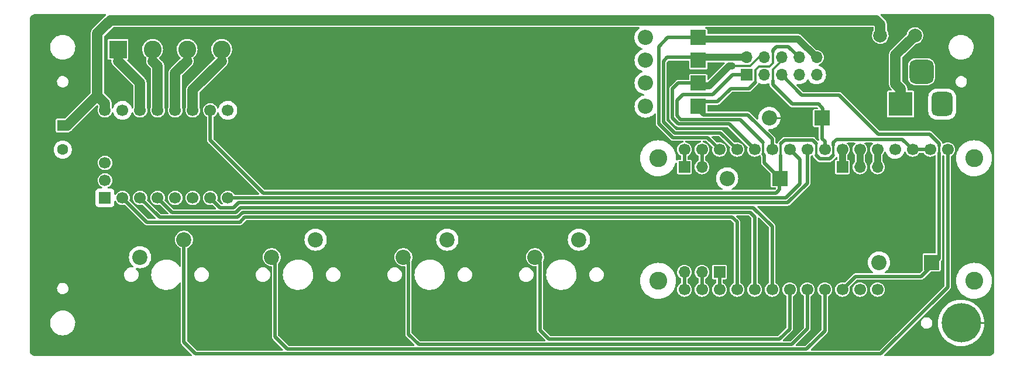
<source format=gbr>
%TF.GenerationSoftware,KiCad,Pcbnew,(6.0.0)*%
%TF.CreationDate,2022-01-09T22:19:22-05:00*%
%TF.ProjectId,Main-board-FeatherRP2040,4d61696e-2d62-46f6-9172-642d46656174,rev?*%
%TF.SameCoordinates,Original*%
%TF.FileFunction,Copper,L1,Top*%
%TF.FilePolarity,Positive*%
%FSLAX46Y46*%
G04 Gerber Fmt 4.6, Leading zero omitted, Abs format (unit mm)*
G04 Created by KiCad (PCBNEW (6.0.0)) date 2022-01-09 22:19:22*
%MOMM*%
%LPD*%
G01*
G04 APERTURE LIST*
G04 Aperture macros list*
%AMRoundRect*
0 Rectangle with rounded corners*
0 $1 Rounding radius*
0 $2 $3 $4 $5 $6 $7 $8 $9 X,Y pos of 4 corners*
0 Add a 4 corners polygon primitive as box body*
4,1,4,$2,$3,$4,$5,$6,$7,$8,$9,$2,$3,0*
0 Add four circle primitives for the rounded corners*
1,1,$1+$1,$2,$3*
1,1,$1+$1,$4,$5*
1,1,$1+$1,$6,$7*
1,1,$1+$1,$8,$9*
0 Add four rect primitives between the rounded corners*
20,1,$1+$1,$2,$3,$4,$5,0*
20,1,$1+$1,$4,$5,$6,$7,0*
20,1,$1+$1,$6,$7,$8,$9,0*
20,1,$1+$1,$8,$9,$2,$3,0*%
G04 Aperture macros list end*
%TA.AperFunction,ComponentPad*%
%ADD10C,2.000000*%
%TD*%
%TA.AperFunction,ComponentPad*%
%ADD11C,5.700000*%
%TD*%
%TA.AperFunction,ComponentPad*%
%ADD12R,1.600000X1.600000*%
%TD*%
%TA.AperFunction,ComponentPad*%
%ADD13C,1.600000*%
%TD*%
%TA.AperFunction,ComponentPad*%
%ADD14C,2.200000*%
%TD*%
%TA.AperFunction,ComponentPad*%
%ADD15R,2.600000X2.600000*%
%TD*%
%TA.AperFunction,ComponentPad*%
%ADD16C,2.600000*%
%TD*%
%TA.AperFunction,ComponentPad*%
%ADD17R,2.200000X2.200000*%
%TD*%
%TA.AperFunction,ComponentPad*%
%ADD18O,2.200000X2.200000*%
%TD*%
%TA.AperFunction,ComponentPad*%
%ADD19R,1.700000X1.700000*%
%TD*%
%TA.AperFunction,ComponentPad*%
%ADD20O,1.700000X1.700000*%
%TD*%
%TA.AperFunction,ComponentPad*%
%ADD21R,3.500000X3.500000*%
%TD*%
%TA.AperFunction,ComponentPad*%
%ADD22RoundRect,0.750000X0.750000X1.000000X-0.750000X1.000000X-0.750000X-1.000000X0.750000X-1.000000X0*%
%TD*%
%TA.AperFunction,ComponentPad*%
%ADD23RoundRect,0.875000X0.875000X0.875000X-0.875000X0.875000X-0.875000X-0.875000X0.875000X-0.875000X0*%
%TD*%
%TA.AperFunction,ComponentPad*%
%ADD24C,1.700000*%
%TD*%
%TA.AperFunction,WasherPad*%
%ADD25C,2.600000*%
%TD*%
%TA.AperFunction,ViaPad*%
%ADD26C,0.800100*%
%TD*%
%TA.AperFunction,Conductor*%
%ADD27C,1.500000*%
%TD*%
%TA.AperFunction,Conductor*%
%ADD28C,0.500000*%
%TD*%
%TA.AperFunction,Conductor*%
%ADD29C,0.250000*%
%TD*%
%TA.AperFunction,Conductor*%
%ADD30C,0.300000*%
%TD*%
%TA.AperFunction,Conductor*%
%ADD31C,1.000000*%
%TD*%
G04 APERTURE END LIST*
D10*
%TO.P,F1,1*%
%TO.N,+12V*%
X123300000Y-3300000D03*
%TO.P,F1,2*%
%TO.N,Net-(J1-Pad1)*%
X128300000Y-3300000D03*
%TD*%
D11*
%TO.P,H1,1,1*%
%TO.N,GND*%
X135000000Y-45000000D03*
%TD*%
D12*
%TO.P,C3,1*%
%TO.N,+12V*%
X5000000Y-16347349D03*
D13*
%TO.P,C3,2*%
%TO.N,GND*%
X5000000Y-19847349D03*
%TD*%
D14*
%TO.P,SW4,1,1*%
%TO.N,GND*%
X79690000Y-32920000D03*
%TO.P,SW4,2,2*%
%TO.N,DOWN-SWITCH*%
X73340000Y-35460000D03*
%TD*%
D15*
%TO.P,J8,1,Pin_1*%
%TO.N,Coil1-*%
X13000000Y-5305000D03*
D16*
%TO.P,J8,2,Pin_2*%
%TO.N,Coil1+*%
X18000000Y-5305000D03*
%TO.P,J8,3,Pin_3*%
%TO.N,Coil2+*%
X23000000Y-5305000D03*
%TO.P,J8,4,Pin_4*%
%TO.N,Coil2-*%
X28000000Y-5305000D03*
%TD*%
D17*
%TO.P,D6,1,K*%
%TO.N,SPI-SCK{slash}I2C-SDA*%
X96960000Y-13600000D03*
D18*
%TO.P,D6,2,A*%
%TO.N,GND*%
X89340000Y-13600000D03*
%TD*%
D19*
%TO.P,J3,1,Pin_1*%
%TO.N,Net-(J3-Pad1)*%
X117810000Y-22380000D03*
D20*
%TO.P,J3,2,Pin_2*%
%TO.N,Net-(J3-Pad2)*%
X120350000Y-22380000D03*
%TO.P,J3,3,Pin_3*%
%TO.N,Net-(J3-Pad3)*%
X122890000Y-22380000D03*
%TD*%
D21*
%TO.P,J1,1*%
%TO.N,Net-(J1-Pad1)*%
X126250000Y-13257500D03*
D22*
%TO.P,J1,2*%
%TO.N,GND*%
X132250000Y-13257500D03*
D23*
%TO.P,J1,3*%
%TO.N,N/C*%
X129250000Y-8557500D03*
%TD*%
D14*
%TO.P,SW1,1,1*%
%TO.N,RESET*%
X22540000Y-32920000D03*
%TO.P,SW1,2,2*%
%TO.N,GND*%
X16190000Y-35460000D03*
%TD*%
D17*
%TO.P,D1,1,K*%
%TO.N,+5V*%
X130725000Y-36225000D03*
D18*
%TO.P,D1,2,A*%
%TO.N,GND*%
X123105000Y-36225000D03*
%TD*%
D17*
%TO.P,D2,1,K*%
%TO.N,+3V3*%
X108750000Y-24025000D03*
D18*
%TO.P,D2,2,A*%
%TO.N,GND*%
X101130000Y-24025000D03*
%TD*%
D17*
%TO.P,D7,1,K*%
%TO.N,SPI-CS*%
X96950000Y-3600000D03*
D18*
%TO.P,D7,2,A*%
%TO.N,GND*%
X89330000Y-3600000D03*
%TD*%
D19*
%TO.P,U2,1,EN*%
%TO.N,GND*%
X11110000Y-26850000D03*
D24*
%TO.P,U2,2,MS1*%
%TO.N,MS1*%
X13650000Y-26850000D03*
%TO.P,U2,3,MS2*%
%TO.N,MS2*%
X16190000Y-26850000D03*
%TO.P,U2,4,MS3/UART*%
%TO.N,MS3*%
X18730000Y-26850000D03*
%TO.P,U2,5,RST/PDN*%
%TO.N,unconnected-(U2-Pad5)*%
X21270000Y-26850000D03*
%TO.P,U2,6,SLP*%
%TO.N,unconnected-(U2-Pad6)*%
X23810000Y-26850000D03*
%TO.P,U2,7,STEP*%
%TO.N,STEP*%
X26350000Y-26850000D03*
%TO.P,U2,8,DIR*%
%TO.N,DIR*%
X28890000Y-26850000D03*
%TO.P,U2,9,GND*%
%TO.N,GND*%
X28890000Y-14150000D03*
%TO.P,U2,10,VIO*%
%TO.N,+3V3*%
X26350000Y-14150000D03*
%TO.P,U2,11,M1B*%
%TO.N,Coil2-*%
X23810000Y-14150000D03*
%TO.P,U2,12,M1A*%
%TO.N,Coil2+*%
X21270000Y-14150000D03*
%TO.P,U2,13,M2A*%
%TO.N,Coil1+*%
X18730000Y-14150000D03*
%TO.P,U2,14,M2B*%
%TO.N,Coil1-*%
X16190000Y-14150000D03*
%TO.P,U2,15,GND*%
%TO.N,GND*%
X13650000Y-14150000D03*
%TO.P,U2,16,VM*%
%TO.N,+12V*%
X11110000Y-14150000D03*
%TO.P,U2,17,VREF*%
%TO.N,unconnected-(U2-Pad17)*%
X11110000Y-24310000D03*
%TO.P,U2,18,INDEX*%
%TO.N,unconnected-(U2-Pad18)*%
X11110000Y-21770000D03*
%TD*%
D25*
%TO.P,U1,*%
%TO.N,*%
X136860000Y-21110000D03*
X91140000Y-21110000D03*
X136860000Y-38890000D03*
X91140000Y-38890000D03*
D24*
%TO.P,U1,1,RESET*%
%TO.N,RESET*%
X133050000Y-19840000D03*
%TO.P,U1,2,3.3V*%
%TO.N,+3V3*%
X130510000Y-19840000D03*
%TO.P,U1,3,3.3V*%
X127970000Y-19840000D03*
%TO.P,U1,4,GND*%
%TO.N,GND*%
X125430000Y-19840000D03*
%TO.P,U1,5,A0/GPIO26*%
%TO.N,Net-(J3-Pad3)*%
X122890000Y-19840000D03*
%TO.P,U1,6,A1/GPIO27*%
%TO.N,Net-(J3-Pad2)*%
X120350000Y-19840000D03*
%TO.P,U1,7,A2/GPIO28*%
%TO.N,Net-(J3-Pad1)*%
X117810000Y-19840000D03*
%TO.P,U1,8,A3/GPIO29*%
%TO.N,SWITCH-IN*%
X115270000Y-19840000D03*
%TO.P,U1,9,D24/GPIO24*%
%TO.N,STEP*%
X112730000Y-19840000D03*
%TO.P,U1,10,D25/GPIO25*%
%TO.N,DIR*%
X110190000Y-19840000D03*
%TO.P,U1,11,SCK/GPIO18*%
%TO.N,SPI-SCK{slash}I2C-SDA*%
X107650000Y-19840000D03*
%TO.P,U1,12,MOSI/GPIO19*%
%TO.N,HX711-SCK{slash}SPI-MOSI{slash}I2C-SCL*%
X105110000Y-19840000D03*
%TO.P,U1,13,MISO/GPIO20*%
%TO.N,HX711-DATA{slash}SPI-MISO*%
X102570000Y-19840000D03*
%TO.P,U1,14,RX/CS/GPIO1*%
%TO.N,SPI-CS*%
X100030000Y-19840000D03*
%TO.P,U1,15,TX/GPIO0*%
%TO.N,Net-(J5-Pad2)*%
X97490000Y-19840000D03*
%TO.P,U1,16,D4/GPIO6*%
%TO.N,Net-(J5-Pad1)*%
X94950000Y-19840000D03*
%TO.P,U1,17,SDA/GPIO2*%
%TO.N,Net-(J4-Pad3)*%
X94950000Y-40160000D03*
%TO.P,U1,18,SCL/GPIO3*%
%TO.N,Net-(J4-Pad2)*%
X97490000Y-40160000D03*
%TO.P,U1,19,D5/GPIO7*%
%TO.N,Net-(J4-Pad1)*%
X100030000Y-40160000D03*
%TO.P,U1,20,D6/GPIO8*%
%TO.N,MS1*%
X102570000Y-40160000D03*
%TO.P,U1,21,D9/GPIO9*%
%TO.N,MS2*%
X105110000Y-40160000D03*
%TO.P,U1,22,D10/GPIO10*%
%TO.N,MS3*%
X107650000Y-40160000D03*
%TO.P,U1,23,D11/GPIO11*%
%TO.N,DOWN-SWITCH*%
X110190000Y-40160000D03*
%TO.P,U1,24,D12/GPIO8*%
%TO.N,START-SWITCH*%
X112730000Y-40160000D03*
%TO.P,U1,25,D13/GPIO13*%
%TO.N,UP-SWITCH*%
X115270000Y-40160000D03*
%TO.P,U1,26,Vbus*%
%TO.N,+5V*%
X117810000Y-40160000D03*
%TO.P,U1,27,ENABLE*%
%TO.N,unconnected-(U1-Pad27)*%
X120350000Y-40160000D03*
%TO.P,U1,28,VBat*%
%TO.N,unconnected-(U1-Pad28)*%
X122890000Y-40160000D03*
%TD*%
D17*
%TO.P,D3,1,K*%
%TO.N,SWITCH-IN*%
X114860000Y-15275000D03*
D18*
%TO.P,D3,2,A*%
%TO.N,GND*%
X107240000Y-15275000D03*
%TD*%
D19*
%TO.P,J2,1,Pin_1*%
%TO.N,+3V3*%
X103920000Y-9020000D03*
D20*
%TO.P,J2,2,Pin_2*%
%TO.N,HX711-DATA{slash}SPI-MISO*%
X103920000Y-6480000D03*
%TO.P,J2,3,Pin_3*%
%TO.N,GND*%
X106460000Y-9020000D03*
%TO.P,J2,4,Pin_4*%
%TO.N,HX711-SCK{slash}SPI-MOSI{slash}I2C-SCL*%
X106460000Y-6480000D03*
%TO.P,J2,5,Pin_5*%
%TO.N,+5V*%
X109000000Y-9020000D03*
%TO.P,J2,6,Pin_6*%
%TO.N,SWITCH-IN*%
X109000000Y-6480000D03*
%TO.P,J2,7,Pin_7*%
%TO.N,GND*%
X111540000Y-9020000D03*
%TO.P,J2,8,Pin_8*%
%TO.N,SPI-SCK{slash}I2C-SDA*%
X111540000Y-6480000D03*
%TO.P,J2,9,Pin_9*%
%TO.N,GND*%
X114080000Y-9020000D03*
%TO.P,J2,10,Pin_10*%
%TO.N,SPI-CS*%
X114080000Y-6480000D03*
%TD*%
D14*
%TO.P,SW3,1,1*%
%TO.N,GND*%
X60640000Y-32920000D03*
%TO.P,SW3,2,2*%
%TO.N,START-SWITCH*%
X54290000Y-35460000D03*
%TD*%
D17*
%TO.P,D5,1,K*%
%TO.N,HX711-SCK{slash}SPI-MOSI{slash}I2C-SCL*%
X96960000Y-10200000D03*
D18*
%TO.P,D5,2,A*%
%TO.N,GND*%
X89340000Y-10200000D03*
%TD*%
D14*
%TO.P,SW2,1,1*%
%TO.N,GND*%
X41590000Y-32920000D03*
%TO.P,SW2,2,2*%
%TO.N,UP-SWITCH*%
X35240000Y-35460000D03*
%TD*%
D17*
%TO.P,D4,1,K*%
%TO.N,HX711-DATA{slash}SPI-MISO*%
X96960000Y-6900000D03*
D18*
%TO.P,D4,2,A*%
%TO.N,GND*%
X89340000Y-6900000D03*
%TD*%
D19*
%TO.P,J4,1,Pin_1*%
%TO.N,Net-(J4-Pad1)*%
X100030000Y-37620000D03*
D20*
%TO.P,J4,2,Pin_2*%
%TO.N,Net-(J4-Pad2)*%
X97490000Y-37620000D03*
%TO.P,J4,3,Pin_3*%
%TO.N,Net-(J4-Pad3)*%
X94950000Y-37620000D03*
%TD*%
D19*
%TO.P,J5,1,Pin_1*%
%TO.N,Net-(J5-Pad1)*%
X94950000Y-22380000D03*
D20*
%TO.P,J5,2,Pin_2*%
%TO.N,Net-(J5-Pad2)*%
X97490000Y-22380000D03*
%TD*%
D26*
%TO.N,GND*%
X31800000Y-30800000D03*
X34600000Y-25000000D03*
X15600000Y-3600000D03*
X25400000Y-3600000D03*
X103900000Y-20900000D03*
X99300000Y-7700000D03*
%TD*%
D27*
%TO.N,+12V*%
X123300000Y-3300000D02*
X123300000Y-1700000D01*
X123300000Y-1700000D02*
X122700000Y-1100000D01*
X5000000Y-16347349D02*
X5652651Y-16347349D01*
X10000000Y-12000000D02*
X10000000Y-3000000D01*
X10000000Y-3000000D02*
X11000000Y-2000000D01*
X11900000Y-1100000D02*
X11000000Y-2000000D01*
X10000000Y-12000000D02*
X11110000Y-13110000D01*
X122700000Y-1100000D02*
X11900000Y-1100000D01*
X5652651Y-16347349D02*
X10000000Y-12000000D01*
X11110000Y-13110000D02*
X11110000Y-14150000D01*
D28*
%TO.N,DOWN-SWITCH*%
X110190000Y-40160000D02*
X110190000Y-45860000D01*
X75325000Y-47350000D02*
X108700000Y-47350000D01*
X110190000Y-45860000D02*
X108700000Y-47350000D01*
X74050000Y-46075000D02*
X75325000Y-47350000D01*
X73340000Y-35460000D02*
X74050000Y-36170000D01*
X74050000Y-36170000D02*
X74050000Y-46075000D01*
%TO.N,START-SWITCH*%
X110444080Y-48130920D02*
X56505920Y-48130920D01*
X56505920Y-48130920D02*
X55025000Y-46650000D01*
X55025000Y-46650000D02*
X55025000Y-36195000D01*
X55025000Y-36195000D02*
X54290000Y-35460000D01*
X112730000Y-45845000D02*
X110444080Y-48130920D01*
X112730000Y-40160000D02*
X112730000Y-45845000D01*
D29*
%TO.N,GND*%
X107240000Y-15275000D02*
X111975000Y-15275000D01*
X135000000Y-45000000D02*
X139000000Y-45000000D01*
D28*
%TO.N,RESET*%
X123375000Y-49450000D02*
X24200000Y-49450000D01*
X133050000Y-34390000D02*
X133050000Y-19840000D01*
X22540000Y-47790000D02*
X22540000Y-32920000D01*
X133050000Y-34390000D02*
X133050000Y-39775000D01*
X24200000Y-49450000D02*
X22540000Y-47790000D01*
X133050000Y-39775000D02*
X123375000Y-49450000D01*
%TO.N,UP-SWITCH*%
X35725000Y-47025000D02*
X35725000Y-35945000D01*
X115270000Y-46155000D02*
X112634540Y-48790460D01*
X37490460Y-48790460D02*
X35725000Y-47025000D01*
X35725000Y-35945000D02*
X35240000Y-35460000D01*
X115270000Y-40160000D02*
X115270000Y-46155000D01*
X112634540Y-48790460D02*
X37490460Y-48790460D01*
%TO.N,DIR*%
X111650000Y-24850000D02*
X111650000Y-21300000D01*
X28890000Y-26850000D02*
X109650000Y-26850000D01*
X111650000Y-21300000D02*
X110190000Y-19840000D01*
X109650000Y-26850000D02*
X111650000Y-24850000D01*
%TO.N,+5V*%
X123000000Y-17600000D02*
X130430000Y-17600000D01*
X130430000Y-17600000D02*
X131820000Y-18990000D01*
X131790469Y-20350469D02*
X131790000Y-20350000D01*
X131790469Y-35684531D02*
X131790469Y-20350469D01*
D30*
X131820000Y-20320000D02*
X131790000Y-20350000D01*
D28*
X119720000Y-38250000D02*
X129225000Y-38250000D01*
X117810000Y-40160000D02*
X119720000Y-38250000D01*
X109000000Y-9020000D02*
X111930000Y-11950000D01*
X111930000Y-11950000D02*
X117350000Y-11950000D01*
X117350000Y-11950000D02*
X123000000Y-17600000D01*
X131820000Y-18990000D02*
X131820000Y-19290000D01*
D30*
X131820000Y-19290000D02*
X131820000Y-20320000D01*
D28*
X129225000Y-38250000D02*
X131790469Y-35684531D01*
%TO.N,STEP*%
X30450480Y-27549520D02*
X109925480Y-27549520D01*
X112730000Y-24745000D02*
X112730000Y-19840000D01*
X109925480Y-27549520D02*
X112730000Y-24745000D01*
X26350000Y-26850000D02*
X27775000Y-28275000D01*
X29725000Y-28275000D02*
X30450480Y-27549520D01*
X27775000Y-28275000D02*
X29725000Y-28275000D01*
%TO.N,+3V3*%
X104260730Y-26150000D02*
X108225000Y-26150000D01*
X103920000Y-9020000D02*
X101930000Y-9020000D01*
X114010469Y-18980469D02*
X113510000Y-18480000D01*
D30*
X116529531Y-19199531D02*
X116529531Y-20650469D01*
X108909531Y-19010469D02*
X108909531Y-20660469D01*
D28*
X104260250Y-26150480D02*
X104260730Y-26150000D01*
X101930000Y-9020000D02*
X99050000Y-11900000D01*
X34000480Y-26150480D02*
X26350000Y-18500000D01*
X114530000Y-21220000D02*
X114010469Y-20700469D01*
X106500000Y-20670938D02*
X106500000Y-21775000D01*
X108909531Y-20660469D02*
X108909531Y-23325469D01*
X99050000Y-11900000D02*
X94700000Y-11900000D01*
X116520000Y-19190000D02*
X116529531Y-19199531D01*
X106369531Y-20540469D02*
X106500000Y-20670938D01*
X116520000Y-18840000D02*
X116520000Y-19190000D01*
X115960000Y-21220000D02*
X114530000Y-21220000D01*
X26350000Y-18500000D02*
X26350000Y-14150000D01*
D30*
X106369531Y-20540469D02*
X106369531Y-18840469D01*
D28*
X127970000Y-19840000D02*
X130510000Y-19840000D01*
X93894985Y-14944985D02*
X94416840Y-15466840D01*
X93894985Y-12705015D02*
X93894985Y-14944985D01*
X108685000Y-25640000D02*
X108685000Y-23550000D01*
X108650000Y-25725000D02*
X108650000Y-25675000D01*
X113510000Y-18480000D02*
X109440000Y-18480000D01*
D30*
X114010469Y-20700469D02*
X114010469Y-18980469D01*
D28*
X108750000Y-24025000D02*
X106500000Y-21775000D01*
X126510000Y-18380000D02*
X116980000Y-18380000D01*
X127970000Y-19840000D02*
X126510000Y-18380000D01*
X116980000Y-18380000D02*
X116520000Y-18840000D01*
X104260250Y-26150480D02*
X34000480Y-26150480D01*
X94700000Y-11900000D02*
X93894985Y-12705015D01*
X108650000Y-25675000D02*
X108685000Y-25640000D01*
X116529531Y-20650469D02*
X115960000Y-21220000D01*
X109440000Y-18480000D02*
X108909531Y-19010469D01*
X108225000Y-26150000D02*
X108650000Y-25725000D01*
X102995902Y-15466840D02*
X106369531Y-18840469D01*
X108909531Y-23325469D02*
X108685000Y-23550000D01*
X94416840Y-15466840D02*
X102995902Y-15466840D01*
%TO.N,MS2*%
X104451770Y-28951770D02*
X31026770Y-28951770D01*
X31026770Y-28951770D02*
X30304501Y-29674039D01*
X105110000Y-29610000D02*
X104451770Y-28951770D01*
X30304501Y-29674039D02*
X19014040Y-29674040D01*
X105110000Y-40160000D02*
X105110000Y-29610000D01*
X19014040Y-29674040D02*
X16190000Y-26850000D01*
%TO.N,MS1*%
X31350000Y-29651290D02*
X30627731Y-30373559D01*
X30627731Y-30373559D02*
X30014750Y-30373558D01*
X102570000Y-30346290D02*
X101875000Y-29651290D01*
X102570000Y-40160000D02*
X102570000Y-30346290D01*
X17173558Y-30373558D02*
X13650000Y-26850000D01*
X101875000Y-29651290D02*
X31350000Y-29651290D01*
X30014750Y-30373558D02*
X17173558Y-30373558D01*
%TO.N,SPI-SCK{slash}I2C-SDA*%
X108250000Y-4900000D02*
X107750000Y-5400000D01*
X104154092Y-14807300D02*
X107650000Y-18303208D01*
X97725000Y-12900000D02*
X99750000Y-12900000D01*
X96960000Y-14035000D02*
X97732300Y-14807300D01*
X99750000Y-12900000D02*
X101650000Y-11000000D01*
D30*
X105210000Y-8350000D02*
X105210000Y-10050000D01*
D28*
X111540000Y-6480000D02*
X109960000Y-4900000D01*
X97732300Y-14807300D02*
X104154092Y-14807300D01*
D30*
X107750000Y-5700000D02*
X107750000Y-7300000D01*
X107750000Y-7300000D02*
X107260000Y-7790000D01*
X105770000Y-7790000D02*
X105210000Y-8350000D01*
D28*
X107650000Y-18303208D02*
X107650000Y-19840000D01*
X101650000Y-11000000D02*
X104260000Y-11000000D01*
X97025000Y-13600000D02*
X97725000Y-12900000D01*
D30*
X107260000Y-7790000D02*
X105770000Y-7790000D01*
D28*
X109960000Y-4900000D02*
X108250000Y-4900000D01*
X96960000Y-13600000D02*
X96960000Y-14035000D01*
X104260000Y-11000000D02*
X105210000Y-10050000D01*
X107750000Y-5400000D02*
X107750000Y-5700000D01*
X96960000Y-13600000D02*
X97025000Y-13600000D01*
D31*
%TO.N,HX711-SCK{slash}SPI-MOSI{slash}I2C-SCL*%
X98550000Y-10600000D02*
X101410469Y-7739531D01*
D30*
X101843199Y-7739531D02*
X104470469Y-7739531D01*
X105520000Y-6670000D02*
X105710000Y-6480000D01*
X104470469Y-7739531D02*
X105520000Y-6690000D01*
D28*
X96960000Y-10200000D02*
X94060445Y-10200000D01*
X93235445Y-15287255D02*
X94074570Y-16126380D01*
X93235445Y-11025000D02*
X93235445Y-15287255D01*
X94060445Y-10200000D02*
X93235445Y-11025000D01*
X101396380Y-16126380D02*
X105110000Y-19840000D01*
D30*
X105710000Y-6480000D02*
X106460000Y-6480000D01*
D31*
X96960000Y-10600000D02*
X98550000Y-10600000D01*
X101410469Y-7739531D02*
X101843199Y-7739531D01*
D30*
X105520000Y-6690000D02*
X105520000Y-6670000D01*
D28*
X94074570Y-16126380D02*
X101396380Y-16126380D01*
%TO.N,HX711-DATA{slash}SPI-MISO*%
X100175460Y-17445460D02*
X102570000Y-19840000D01*
X91909540Y-7659540D02*
X91916365Y-7666365D01*
X91916365Y-7666365D02*
X91916365Y-15833635D01*
D31*
X98170000Y-6480000D02*
X103920000Y-6480000D01*
D28*
X93528190Y-17445460D02*
X100175460Y-17445460D01*
D31*
X97670000Y-6480000D02*
X98170000Y-6480000D01*
D28*
X91909540Y-7040460D02*
X91909540Y-7659540D01*
X92470000Y-6480000D02*
X91909540Y-7040460D01*
X91916365Y-15833635D02*
X93528190Y-17445460D01*
D31*
X96950000Y-7200000D02*
X97670000Y-6480000D01*
D28*
X98170000Y-6480000D02*
X92470000Y-6480000D01*
D31*
%TO.N,SPI-CS*%
X111400000Y-3800000D02*
X114080000Y-6480000D01*
D28*
X91250000Y-4900000D02*
X91250000Y-16100000D01*
X98295000Y-18105000D02*
X100030000Y-19840000D01*
D31*
X97450000Y-3800000D02*
X111400000Y-3800000D01*
D29*
X96950000Y-3600000D02*
X97250000Y-3600000D01*
D28*
X97280000Y-4130000D02*
X96950000Y-3800000D01*
X92550000Y-3600000D02*
X91250000Y-4900000D01*
D31*
X96950000Y-3800000D02*
X97450000Y-3800000D01*
D28*
X95850000Y-3600000D02*
X92550000Y-3600000D01*
X91250000Y-16100000D02*
X93255000Y-18105000D01*
X93255000Y-18105000D02*
X98295000Y-18105000D01*
D29*
X96950000Y-3600000D02*
X95850000Y-3600000D01*
X97250000Y-3600000D02*
X97450000Y-3800000D01*
D28*
%TO.N,MS3*%
X30739270Y-28250000D02*
X30014750Y-28974520D01*
X20854520Y-28974520D02*
X18730000Y-26850000D01*
X107650000Y-30975000D02*
X104925000Y-28250000D01*
X104925000Y-28250000D02*
X30739270Y-28250000D01*
X30014750Y-28974520D02*
X20854520Y-28974520D01*
X107650000Y-40160000D02*
X107650000Y-30975000D01*
%TO.N,SWITCH-IN*%
X114350000Y-13250000D02*
X115000000Y-13900000D01*
X114860000Y-18270000D02*
X114860000Y-15275000D01*
X107740000Y-9870000D02*
X107740000Y-10465000D01*
D30*
X109000000Y-6980000D02*
X109000000Y-6480000D01*
D28*
X115270000Y-19840000D02*
X115270000Y-18680000D01*
X110525000Y-13250000D02*
X114350000Y-13250000D01*
D30*
X107740000Y-8240000D02*
X109000000Y-6980000D01*
D28*
X115000000Y-13900000D02*
X115000000Y-15135000D01*
X115270000Y-18680000D02*
X114860000Y-18270000D01*
X107740000Y-10465000D02*
X110525000Y-13250000D01*
D30*
X107740000Y-9870000D02*
X107740000Y-8240000D01*
D28*
X115000000Y-15135000D02*
X114860000Y-15275000D01*
D31*
%TO.N,Net-(J3-Pad3)*%
X122890000Y-22380000D02*
X122890000Y-19840000D01*
%TO.N,Net-(J3-Pad2)*%
X120350000Y-22380000D02*
X120350000Y-19840000D01*
%TO.N,Net-(J3-Pad1)*%
X117810000Y-22380000D02*
X117810000Y-19840000D01*
D28*
%TO.N,Net-(J4-Pad1)*%
X100030000Y-40160000D02*
X100030000Y-37620000D01*
%TO.N,Net-(J4-Pad2)*%
X97490000Y-37620000D02*
X97490000Y-40160000D01*
%TO.N,Net-(J4-Pad3)*%
X94950000Y-40160000D02*
X94950000Y-37620000D01*
D27*
%TO.N,Coil1+*%
X18000000Y-7000000D02*
X18730000Y-7730000D01*
X18730000Y-7730000D02*
X18730000Y-14150000D01*
%TO.N,Coil1-*%
X13000000Y-7000000D02*
X16190000Y-10190000D01*
X16190000Y-10190000D02*
X16190000Y-14150000D01*
%TO.N,Coil2-*%
X28000000Y-7000000D02*
X23810000Y-11190000D01*
X23810000Y-11190000D02*
X23810000Y-14150000D01*
%TO.N,Coil2+*%
X21270000Y-8730000D02*
X21270000Y-14150000D01*
X23000000Y-7000000D02*
X21270000Y-8730000D01*
D28*
%TO.N,Net-(J5-Pad1)*%
X94950000Y-22380000D02*
X94950000Y-19840000D01*
%TO.N,Net-(J5-Pad2)*%
X97490000Y-22380000D02*
X97490000Y-19840000D01*
D27*
%TO.N,Net-(J1-Pad1)*%
X126250000Y-13257500D02*
X126250000Y-11050000D01*
X126250000Y-11050000D02*
X125500000Y-10300000D01*
X125500000Y-6100000D02*
X128300000Y-3300000D01*
X125500000Y-10300000D02*
X125500000Y-6100000D01*
%TD*%
%TA.AperFunction,Conductor*%
%TO.N,GND*%
G36*
X138980181Y-201954D02*
G01*
X138985812Y-201964D01*
X138999641Y-205144D01*
X139013480Y-202012D01*
X139014471Y-202014D01*
X139026600Y-202621D01*
X139052207Y-205143D01*
X139143721Y-214157D01*
X139167938Y-218973D01*
X139294272Y-257295D01*
X139317092Y-266748D01*
X139433510Y-328975D01*
X139454047Y-342698D01*
X139556091Y-426443D01*
X139573557Y-443909D01*
X139657302Y-545953D01*
X139671025Y-566490D01*
X139733252Y-682908D01*
X139742705Y-705727D01*
X139781027Y-832062D01*
X139785844Y-856282D01*
X139797428Y-973899D01*
X139798009Y-985931D01*
X139794856Y-999643D01*
X139797988Y-1013482D01*
X139797979Y-1018366D01*
X139800000Y-1036453D01*
X139800000Y-48962972D01*
X139798046Y-48980188D01*
X139798036Y-48985811D01*
X139794856Y-48999641D01*
X139797988Y-49013480D01*
X139797986Y-49014471D01*
X139797379Y-49026600D01*
X139785844Y-49143718D01*
X139781027Y-49167938D01*
X139774850Y-49188302D01*
X139742705Y-49294272D01*
X139733252Y-49317092D01*
X139671025Y-49433510D01*
X139657302Y-49454047D01*
X139573557Y-49556091D01*
X139556091Y-49573557D01*
X139454047Y-49657302D01*
X139433510Y-49671025D01*
X139317092Y-49733252D01*
X139294273Y-49742705D01*
X139167938Y-49781027D01*
X139143721Y-49785843D01*
X139052205Y-49794857D01*
X139026101Y-49797428D01*
X139014069Y-49798009D01*
X139000357Y-49794856D01*
X138986518Y-49797988D01*
X138981634Y-49797979D01*
X138963547Y-49800000D01*
X123966293Y-49800000D01*
X123898172Y-49779998D01*
X123851679Y-49726342D01*
X123841575Y-49656068D01*
X123871069Y-49591488D01*
X123877198Y-49584905D01*
X128508399Y-44953704D01*
X129171931Y-44953704D01*
X129172288Y-44960520D01*
X129172288Y-44960525D01*
X129175493Y-45021676D01*
X129181307Y-45132599D01*
X129228879Y-45305309D01*
X129312428Y-45463773D01*
X129316829Y-45468981D01*
X129423649Y-45595387D01*
X129423653Y-45595391D01*
X129428056Y-45600601D01*
X129433480Y-45604748D01*
X129433481Y-45604749D01*
X129564947Y-45705263D01*
X129564951Y-45705266D01*
X129570368Y-45709407D01*
X129634875Y-45739487D01*
X129726548Y-45782235D01*
X129726551Y-45782236D01*
X129732725Y-45785115D01*
X129739370Y-45786600D01*
X129739375Y-45786602D01*
X129902514Y-45823067D01*
X129902515Y-45823067D01*
X129907552Y-45824193D01*
X129913043Y-45824500D01*
X130044756Y-45824500D01*
X130178093Y-45810015D01*
X130347878Y-45752876D01*
X130501432Y-45660612D01*
X130526855Y-45636571D01*
X130626630Y-45542217D01*
X130631591Y-45537526D01*
X130681714Y-45463773D01*
X130728448Y-45395005D01*
X130732283Y-45389362D01*
X130768534Y-45298727D01*
X130796276Y-45229369D01*
X130796277Y-45229364D01*
X130798810Y-45223032D01*
X130799924Y-45216304D01*
X130799925Y-45216300D01*
X130826954Y-45053033D01*
X130826954Y-45053030D01*
X130828069Y-45046296D01*
X130826968Y-45025278D01*
X130825028Y-44988259D01*
X131636587Y-44988259D01*
X131636759Y-44991654D01*
X131636759Y-44991655D01*
X131639527Y-45046296D01*
X131654992Y-45351574D01*
X131655529Y-45354929D01*
X131655530Y-45354935D01*
X131683872Y-45531879D01*
X131712527Y-45710777D01*
X131808519Y-46061664D01*
X131941845Y-46400133D01*
X131958618Y-46432080D01*
X132109362Y-46719206D01*
X132109367Y-46719214D01*
X132110946Y-46722222D01*
X132112840Y-46725040D01*
X132112845Y-46725049D01*
X132235320Y-46907310D01*
X132313843Y-47024165D01*
X132548163Y-47302428D01*
X132634715Y-47385139D01*
X132808702Y-47551405D01*
X132808709Y-47551411D01*
X132811165Y-47553758D01*
X133099771Y-47775214D01*
X133102689Y-47776988D01*
X133407692Y-47962433D01*
X133407697Y-47962436D01*
X133410607Y-47964205D01*
X133413695Y-47965651D01*
X133413694Y-47965651D01*
X133736952Y-48117077D01*
X133736962Y-48117081D01*
X133740036Y-48118521D01*
X133743254Y-48119623D01*
X133743257Y-48119624D01*
X134080981Y-48235253D01*
X134080989Y-48235255D01*
X134084204Y-48236356D01*
X134439084Y-48316332D01*
X134492123Y-48322375D01*
X134797144Y-48357128D01*
X134797152Y-48357128D01*
X134800527Y-48357513D01*
X134803931Y-48357531D01*
X134803934Y-48357531D01*
X135002058Y-48358568D01*
X135164303Y-48359418D01*
X135167689Y-48359068D01*
X135167691Y-48359068D01*
X135522765Y-48322375D01*
X135522774Y-48322374D01*
X135526157Y-48322024D01*
X135529490Y-48321310D01*
X135529493Y-48321309D01*
X135639895Y-48297641D01*
X135881856Y-48245768D01*
X136227239Y-48131544D01*
X136230323Y-48130138D01*
X136230332Y-48130135D01*
X136555171Y-47982096D01*
X136558265Y-47980686D01*
X136754865Y-47863954D01*
X136868128Y-47796704D01*
X136868132Y-47796701D01*
X136871063Y-47794961D01*
X137161973Y-47576539D01*
X137427592Y-47327977D01*
X137664813Y-47052182D01*
X137811744Y-46838397D01*
X137868931Y-46755190D01*
X137868936Y-46755182D01*
X137870861Y-46752381D01*
X137872473Y-46749387D01*
X137872478Y-46749379D01*
X138021643Y-46472348D01*
X138043325Y-46432080D01*
X138180188Y-46095027D01*
X138188884Y-46064502D01*
X138224559Y-45939263D01*
X138279850Y-45745164D01*
X138303851Y-45604749D01*
X138340571Y-45389930D01*
X138340571Y-45389928D01*
X138341143Y-45386583D01*
X138341361Y-45383028D01*
X138359703Y-45083128D01*
X138363351Y-45023481D01*
X138363433Y-45000000D01*
X138343760Y-44636751D01*
X138284972Y-44277752D01*
X138187756Y-43927202D01*
X138183331Y-43916081D01*
X138054508Y-43592365D01*
X138053249Y-43589201D01*
X138006450Y-43500813D01*
X137884624Y-43270723D01*
X137884620Y-43270716D01*
X137883025Y-43267704D01*
X137881118Y-43264888D01*
X137881113Y-43264879D01*
X137680985Y-42969292D01*
X137679075Y-42966471D01*
X137443785Y-42689027D01*
X137179908Y-42438617D01*
X136890530Y-42218170D01*
X136887618Y-42216413D01*
X136887613Y-42216410D01*
X136581951Y-42032023D01*
X136581945Y-42032020D01*
X136579036Y-42030265D01*
X136249071Y-41877100D01*
X135904494Y-41760467D01*
X135895234Y-41758414D01*
X135820485Y-41741843D01*
X135549336Y-41681731D01*
X135420217Y-41667476D01*
X135191133Y-41642184D01*
X135191128Y-41642184D01*
X135187752Y-41641811D01*
X135184353Y-41641805D01*
X135184352Y-41641805D01*
X135012762Y-41641506D01*
X134823972Y-41641176D01*
X134688831Y-41655618D01*
X134465634Y-41679471D01*
X134465628Y-41679472D01*
X134462250Y-41679833D01*
X134106820Y-41757330D01*
X133761838Y-41872759D01*
X133431340Y-42024771D01*
X133119192Y-42211588D01*
X132829046Y-42431023D01*
X132564296Y-42680511D01*
X132328040Y-42957132D01*
X132123040Y-43257651D01*
X132051708Y-43391244D01*
X131990421Y-43506024D01*
X131951694Y-43578552D01*
X131950419Y-43581724D01*
X131950417Y-43581728D01*
X131835513Y-43867564D01*
X131816009Y-43916081D01*
X131815090Y-43919349D01*
X131815088Y-43919356D01*
X131718490Y-44263012D01*
X131717569Y-44266290D01*
X131717007Y-44269647D01*
X131717007Y-44269648D01*
X131701314Y-44363429D01*
X131657528Y-44625082D01*
X131636587Y-44988259D01*
X130825028Y-44988259D01*
X130819050Y-44874214D01*
X130818693Y-44867401D01*
X130771121Y-44694691D01*
X130687572Y-44536227D01*
X130683171Y-44531019D01*
X130576351Y-44404613D01*
X130576347Y-44404609D01*
X130571944Y-44399399D01*
X130536346Y-44372182D01*
X130435053Y-44294737D01*
X130435049Y-44294734D01*
X130429632Y-44290593D01*
X130336412Y-44247124D01*
X130273452Y-44217765D01*
X130273449Y-44217764D01*
X130267275Y-44214885D01*
X130260630Y-44213400D01*
X130260625Y-44213398D01*
X130097486Y-44176933D01*
X130097485Y-44176933D01*
X130092448Y-44175807D01*
X130086957Y-44175500D01*
X129955244Y-44175500D01*
X129821907Y-44189985D01*
X129652122Y-44247124D01*
X129498568Y-44339388D01*
X129493608Y-44344079D01*
X129493606Y-44344080D01*
X129439495Y-44395251D01*
X129368409Y-44462474D01*
X129364573Y-44468119D01*
X129364571Y-44468121D01*
X129314187Y-44542259D01*
X129267717Y-44610638D01*
X129258618Y-44633387D01*
X129203724Y-44770631D01*
X129203723Y-44770636D01*
X129201190Y-44776968D01*
X129200076Y-44783696D01*
X129200075Y-44783700D01*
X129181740Y-44894451D01*
X129171931Y-44953704D01*
X128508399Y-44953704D01*
X133344350Y-40117753D01*
X133355439Y-40107899D01*
X133374709Y-40092707D01*
X133374711Y-40092705D01*
X133382110Y-40086872D01*
X133391864Y-40072760D01*
X133405497Y-40053033D01*
X133415462Y-40038615D01*
X133417757Y-40035403D01*
X133447040Y-39995758D01*
X133447041Y-39995757D01*
X133452634Y-39988184D01*
X133455027Y-39981368D01*
X133459131Y-39975431D01*
X133463663Y-39961103D01*
X133476818Y-39919505D01*
X133478071Y-39915750D01*
X133494396Y-39869263D01*
X133494396Y-39869261D01*
X133497519Y-39860369D01*
X133497801Y-39853181D01*
X133497812Y-39853122D01*
X133499980Y-39846270D01*
X133500500Y-39839663D01*
X133500500Y-39786984D01*
X133500597Y-39782037D01*
X133501045Y-39770631D01*
X133502838Y-39725006D01*
X133500954Y-39717900D01*
X133500500Y-39709656D01*
X133500500Y-38862718D01*
X134254890Y-38862718D01*
X134260094Y-38967257D01*
X134269641Y-39159024D01*
X134270480Y-39175886D01*
X134271121Y-39179617D01*
X134271122Y-39179625D01*
X134322937Y-39481166D01*
X134323581Y-39484912D01*
X134324669Y-39488551D01*
X134324670Y-39488554D01*
X134405177Y-39757749D01*
X134413422Y-39785320D01*
X134538703Y-40072760D01*
X134540626Y-40076032D01*
X134540628Y-40076035D01*
X134587928Y-40156494D01*
X134697608Y-40343067D01*
X134699909Y-40346082D01*
X134885536Y-40589313D01*
X134885541Y-40589319D01*
X134887836Y-40592326D01*
X134890480Y-40595040D01*
X135100618Y-40810752D01*
X135106632Y-40816926D01*
X135206375Y-40897265D01*
X135347873Y-41011236D01*
X135347878Y-41011240D01*
X135350826Y-41013614D01*
X135616881Y-41179541D01*
X135900942Y-41312303D01*
X136198896Y-41409977D01*
X136506427Y-41471149D01*
X136510199Y-41471436D01*
X136510207Y-41471437D01*
X136815301Y-41494645D01*
X136815306Y-41494645D01*
X136819078Y-41494932D01*
X137132323Y-41480981D01*
X137441623Y-41429500D01*
X137445257Y-41428434D01*
X137445261Y-41428433D01*
X137738856Y-41342301D01*
X137738864Y-41342298D01*
X137742498Y-41341232D01*
X138030590Y-41217458D01*
X138301725Y-41059971D01*
X138551976Y-40871050D01*
X138777719Y-40653433D01*
X138780113Y-40650493D01*
X138780118Y-40650487D01*
X138973283Y-40413220D01*
X138975683Y-40410272D01*
X139108080Y-40200436D01*
X139140979Y-40148295D01*
X139140980Y-40148292D01*
X139143001Y-40145090D01*
X139144624Y-40141664D01*
X139144628Y-40141657D01*
X139257181Y-39904084D01*
X139277248Y-39861728D01*
X139278498Y-39857983D01*
X139334990Y-39688652D01*
X139376481Y-39564289D01*
X139439262Y-39257083D01*
X139464682Y-38944560D01*
X139465141Y-38900723D01*
X139465230Y-38892221D01*
X139465230Y-38892214D01*
X139465253Y-38890000D01*
X139464778Y-38882111D01*
X139446612Y-38580791D01*
X139446612Y-38580787D01*
X139446384Y-38577013D01*
X139444994Y-38569404D01*
X139390730Y-38272282D01*
X139390729Y-38272278D01*
X139390050Y-38268560D01*
X139384269Y-38249940D01*
X139322291Y-38050340D01*
X139297068Y-37969109D01*
X139295292Y-37965146D01*
X139219584Y-37796295D01*
X139168785Y-37682997D01*
X139007057Y-37414368D01*
X139004730Y-37411384D01*
X139004725Y-37411377D01*
X138816565Y-37170110D01*
X138816563Y-37170107D01*
X138814229Y-37167115D01*
X138593093Y-36944819D01*
X138571547Y-36927833D01*
X138487974Y-36861950D01*
X138346853Y-36750699D01*
X138079076Y-36587567D01*
X138075632Y-36586001D01*
X138075628Y-36585999D01*
X137969225Y-36537621D01*
X137793639Y-36457787D01*
X137494679Y-36363238D01*
X137357617Y-36337464D01*
X137190249Y-36305990D01*
X137190244Y-36305989D01*
X137186525Y-36305290D01*
X136873641Y-36284783D01*
X136869861Y-36284991D01*
X136869860Y-36284991D01*
X136778294Y-36290030D01*
X136560560Y-36302013D01*
X136556833Y-36302674D01*
X136556829Y-36302674D01*
X136308024Y-36346768D01*
X136251816Y-36356730D01*
X136248191Y-36357835D01*
X136248186Y-36357836D01*
X136096187Y-36404162D01*
X135951882Y-36448143D01*
X135948418Y-36449674D01*
X135948411Y-36449677D01*
X135874810Y-36482216D01*
X135665102Y-36574927D01*
X135661848Y-36576863D01*
X135661842Y-36576866D01*
X135468709Y-36691769D01*
X135395631Y-36735246D01*
X135392630Y-36737561D01*
X135392626Y-36737564D01*
X135355054Y-36766551D01*
X135147371Y-36926777D01*
X135111873Y-36961722D01*
X134941922Y-37129024D01*
X134923920Y-37146745D01*
X134728513Y-37391966D01*
X134563982Y-37658886D01*
X134432709Y-37943639D01*
X134431550Y-37947239D01*
X134431547Y-37947246D01*
X134339483Y-38233134D01*
X134336596Y-38242100D01*
X134335877Y-38245816D01*
X134335875Y-38245824D01*
X134281481Y-38526964D01*
X134277035Y-38549946D01*
X134276768Y-38553722D01*
X134276767Y-38553727D01*
X134262665Y-38752906D01*
X134254890Y-38862718D01*
X133500500Y-38862718D01*
X133500500Y-21082718D01*
X134254890Y-21082718D01*
X134259329Y-21171883D01*
X134268809Y-21362310D01*
X134270480Y-21395886D01*
X134271121Y-21399617D01*
X134271122Y-21399625D01*
X134322937Y-21701166D01*
X134323581Y-21704912D01*
X134324669Y-21708551D01*
X134324670Y-21708554D01*
X134405177Y-21977749D01*
X134413422Y-22005320D01*
X134538703Y-22292760D01*
X134540626Y-22296032D01*
X134540628Y-22296035D01*
X134587928Y-22376494D01*
X134697608Y-22563067D01*
X134699909Y-22566082D01*
X134885536Y-22809313D01*
X134885541Y-22809319D01*
X134887836Y-22812326D01*
X134911340Y-22836453D01*
X135063972Y-22993134D01*
X135106632Y-23036926D01*
X135206375Y-23117265D01*
X135347873Y-23231236D01*
X135347878Y-23231240D01*
X135350826Y-23233614D01*
X135616881Y-23399541D01*
X135900942Y-23532303D01*
X136198896Y-23629977D01*
X136506427Y-23691149D01*
X136510199Y-23691436D01*
X136510207Y-23691437D01*
X136815301Y-23714645D01*
X136815306Y-23714645D01*
X136819078Y-23714932D01*
X137132323Y-23700981D01*
X137441623Y-23649500D01*
X137445257Y-23648434D01*
X137445261Y-23648433D01*
X137738856Y-23562301D01*
X137738864Y-23562298D01*
X137742498Y-23561232D01*
X138030590Y-23437458D01*
X138301725Y-23279971D01*
X138551976Y-23091050D01*
X138744712Y-22905252D01*
X138774988Y-22876066D01*
X138774990Y-22876063D01*
X138777719Y-22873433D01*
X138780113Y-22870493D01*
X138780118Y-22870487D01*
X138973283Y-22633220D01*
X138975683Y-22630272D01*
X139131616Y-22383134D01*
X139140979Y-22368295D01*
X139140980Y-22368292D01*
X139143001Y-22365090D01*
X139144624Y-22361664D01*
X139144628Y-22361657D01*
X139273982Y-22088621D01*
X139277248Y-22081728D01*
X139290240Y-22042788D01*
X139337995Y-21899645D01*
X139376481Y-21784289D01*
X139439262Y-21477083D01*
X139464682Y-21164560D01*
X139465253Y-21110000D01*
X139463609Y-21082718D01*
X139446612Y-20800791D01*
X139446612Y-20800787D01*
X139446384Y-20797013D01*
X139435237Y-20735977D01*
X139390730Y-20492282D01*
X139390729Y-20492278D01*
X139390050Y-20488560D01*
X139380714Y-20458491D01*
X139340759Y-20329818D01*
X139297068Y-20189109D01*
X139295418Y-20185427D01*
X139170340Y-19906466D01*
X139168785Y-19902997D01*
X139007057Y-19634368D01*
X139004730Y-19631384D01*
X139004725Y-19631377D01*
X138816565Y-19390110D01*
X138816563Y-19390107D01*
X138814229Y-19387115D01*
X138593093Y-19164819D01*
X138584577Y-19158105D01*
X138451993Y-19053585D01*
X138346853Y-18970699D01*
X138079076Y-18807567D01*
X138075632Y-18806001D01*
X138075628Y-18805999D01*
X137947005Y-18747518D01*
X137793639Y-18677787D01*
X137494679Y-18583238D01*
X137344410Y-18554980D01*
X137190249Y-18525990D01*
X137190244Y-18525989D01*
X137186525Y-18525290D01*
X136873641Y-18504783D01*
X136869861Y-18504991D01*
X136869860Y-18504991D01*
X136821836Y-18507634D01*
X136560560Y-18522013D01*
X136556833Y-18522674D01*
X136556829Y-18522674D01*
X136313015Y-18565884D01*
X136251816Y-18576730D01*
X136248191Y-18577835D01*
X136248186Y-18577836D01*
X136076576Y-18630139D01*
X135951882Y-18668143D01*
X135948418Y-18669674D01*
X135948411Y-18669677D01*
X135805827Y-18732713D01*
X135665102Y-18794927D01*
X135661848Y-18796863D01*
X135661842Y-18796866D01*
X135403605Y-18950502D01*
X135395631Y-18955246D01*
X135392630Y-18957561D01*
X135392626Y-18957564D01*
X135323343Y-19011016D01*
X135147371Y-19146777D01*
X135131424Y-19162475D01*
X134939611Y-19351299D01*
X134923920Y-19366745D01*
X134728513Y-19611966D01*
X134563982Y-19878886D01*
X134432709Y-20163639D01*
X134431550Y-20167239D01*
X134431547Y-20167246D01*
X134339483Y-20453134D01*
X134336596Y-20462100D01*
X134335877Y-20465816D01*
X134335875Y-20465824D01*
X134279478Y-20757317D01*
X134277035Y-20769946D01*
X134276768Y-20773722D01*
X134276767Y-20773727D01*
X134258466Y-21032212D01*
X134254890Y-21082718D01*
X133500500Y-21082718D01*
X133500500Y-20866920D01*
X133520502Y-20798799D01*
X133569688Y-20754455D01*
X133615610Y-20731258D01*
X133777951Y-20604424D01*
X133801397Y-20577262D01*
X133908540Y-20453134D01*
X133908540Y-20453133D01*
X133912564Y-20448472D01*
X133930642Y-20416650D01*
X133953774Y-20375929D01*
X134014323Y-20269344D01*
X134079351Y-20073863D01*
X134105171Y-19869474D01*
X134105583Y-19840000D01*
X134085480Y-19634970D01*
X134025935Y-19437749D01*
X133929218Y-19255849D01*
X133807331Y-19106401D01*
X133802906Y-19100975D01*
X133802903Y-19100972D01*
X133799011Y-19096200D01*
X133768192Y-19070704D01*
X133645025Y-18968811D01*
X133645021Y-18968809D01*
X133640275Y-18964882D01*
X133459055Y-18866897D01*
X133262254Y-18805977D01*
X133256129Y-18805333D01*
X133256128Y-18805333D01*
X133063498Y-18785087D01*
X133063496Y-18785087D01*
X133057369Y-18784443D01*
X132970529Y-18792346D01*
X132858342Y-18802555D01*
X132858339Y-18802556D01*
X132852203Y-18803114D01*
X132654572Y-18861280D01*
X132649107Y-18864137D01*
X132610541Y-18884299D01*
X132472002Y-18956726D01*
X132467197Y-18960590D01*
X132467196Y-18960590D01*
X132463252Y-18963761D01*
X132397629Y-18990859D01*
X132327775Y-18978177D01*
X132275866Y-18929741D01*
X132259698Y-18884299D01*
X132256849Y-18865349D01*
X132256849Y-18865348D01*
X132255449Y-18856038D01*
X132252323Y-18849528D01*
X132251026Y-18842427D01*
X132236063Y-18813621D01*
X132223982Y-18790363D01*
X132222214Y-18786825D01*
X132200886Y-18742411D01*
X132196809Y-18733921D01*
X132191922Y-18728635D01*
X132191895Y-18728595D01*
X132188580Y-18722212D01*
X132184275Y-18717172D01*
X132147048Y-18679945D01*
X132143618Y-18676379D01*
X132111246Y-18641359D01*
X132104854Y-18634444D01*
X132098495Y-18630751D01*
X132092337Y-18625234D01*
X130772753Y-17305650D01*
X130762899Y-17294561D01*
X130747707Y-17275291D01*
X130747705Y-17275289D01*
X130741872Y-17267890D01*
X130734125Y-17262535D01*
X130734123Y-17262534D01*
X130693625Y-17234545D01*
X130690403Y-17232243D01*
X130681265Y-17225493D01*
X130663580Y-17212431D01*
X130650758Y-17202960D01*
X130650757Y-17202959D01*
X130643184Y-17197366D01*
X130636368Y-17194973D01*
X130630431Y-17190869D01*
X130621451Y-17188029D01*
X130621449Y-17188028D01*
X130601283Y-17181650D01*
X130574481Y-17173174D01*
X130570750Y-17171929D01*
X130524263Y-17155604D01*
X130524261Y-17155604D01*
X130515369Y-17152481D01*
X130508181Y-17152199D01*
X130508122Y-17152188D01*
X130501270Y-17150020D01*
X130494663Y-17149500D01*
X130441984Y-17149500D01*
X130437037Y-17149403D01*
X130380006Y-17147162D01*
X130372900Y-17149046D01*
X130364653Y-17149500D01*
X123238794Y-17149500D01*
X123170673Y-17129498D01*
X123149699Y-17112595D01*
X121064352Y-15027248D01*
X124299500Y-15027248D01*
X124300707Y-15033316D01*
X124307137Y-15065640D01*
X124311133Y-15085731D01*
X124355448Y-15152052D01*
X124421769Y-15196367D01*
X124433938Y-15198788D01*
X124433939Y-15198788D01*
X124474184Y-15206793D01*
X124480252Y-15208000D01*
X128019748Y-15208000D01*
X128025816Y-15206793D01*
X128066061Y-15198788D01*
X128066062Y-15198788D01*
X128078231Y-15196367D01*
X128144552Y-15152052D01*
X128188867Y-15085731D01*
X128192864Y-15065640D01*
X128199293Y-15033316D01*
X128200500Y-15027248D01*
X128200500Y-14320042D01*
X130241500Y-14320042D01*
X130241707Y-14322582D01*
X130241707Y-14322592D01*
X130247847Y-14398077D01*
X130253022Y-14461700D01*
X130254356Y-14466895D01*
X130254356Y-14466896D01*
X130275276Y-14548376D01*
X130308890Y-14679294D01*
X130402409Y-14883555D01*
X130405609Y-14888159D01*
X130405610Y-14888161D01*
X130419336Y-14907910D01*
X130530620Y-15068027D01*
X130689473Y-15226880D01*
X130873945Y-15355091D01*
X131078206Y-15448610D01*
X131083638Y-15450005D01*
X131083639Y-15450005D01*
X131288229Y-15502534D01*
X131295800Y-15504478D01*
X131349705Y-15508862D01*
X131434908Y-15515793D01*
X131434918Y-15515793D01*
X131437458Y-15516000D01*
X133062542Y-15516000D01*
X133065082Y-15515793D01*
X133065092Y-15515793D01*
X133150295Y-15508862D01*
X133204200Y-15504478D01*
X133211772Y-15502534D01*
X133416361Y-15450005D01*
X133416362Y-15450005D01*
X133421794Y-15448610D01*
X133626055Y-15355091D01*
X133810527Y-15226880D01*
X133969380Y-15068027D01*
X134080664Y-14907910D01*
X134094390Y-14888161D01*
X134094391Y-14888159D01*
X134097591Y-14883555D01*
X134191110Y-14679294D01*
X134224724Y-14548376D01*
X134245644Y-14466896D01*
X134245644Y-14466895D01*
X134246978Y-14461700D01*
X134252153Y-14398077D01*
X134258293Y-14322592D01*
X134258293Y-14322582D01*
X134258500Y-14320042D01*
X134258500Y-12194958D01*
X134257679Y-12184854D01*
X134247413Y-12058651D01*
X134246978Y-12053300D01*
X134191110Y-11835706D01*
X134097591Y-11631445D01*
X134081821Y-11608754D01*
X134038310Y-11546151D01*
X133969380Y-11446973D01*
X133810527Y-11288120D01*
X133626055Y-11159909D01*
X133421794Y-11066390D01*
X133348915Y-11047678D01*
X133209396Y-11011856D01*
X133209395Y-11011856D01*
X133204200Y-11010522D01*
X133150295Y-11006138D01*
X133065092Y-10999207D01*
X133065082Y-10999207D01*
X133062542Y-10999000D01*
X131437458Y-10999000D01*
X131434918Y-10999207D01*
X131434908Y-10999207D01*
X131349705Y-11006138D01*
X131295800Y-11010522D01*
X131290605Y-11011856D01*
X131290604Y-11011856D01*
X131151085Y-11047678D01*
X131078206Y-11066390D01*
X130873945Y-11159909D01*
X130689473Y-11288120D01*
X130530620Y-11446973D01*
X130461690Y-11546151D01*
X130418180Y-11608754D01*
X130402409Y-11631445D01*
X130308890Y-11835706D01*
X130253022Y-12053300D01*
X130252587Y-12058651D01*
X130242322Y-12184854D01*
X130241500Y-12194958D01*
X130241500Y-14320042D01*
X128200500Y-14320042D01*
X128200500Y-11487752D01*
X128198858Y-11479498D01*
X128191288Y-11441439D01*
X128191288Y-11441438D01*
X128188867Y-11429269D01*
X128144552Y-11362948D01*
X128078231Y-11318633D01*
X128066062Y-11316212D01*
X128066061Y-11316212D01*
X128025816Y-11308207D01*
X128019748Y-11307000D01*
X127326500Y-11307000D01*
X127258379Y-11286998D01*
X127211886Y-11233342D01*
X127200500Y-11181000D01*
X127200500Y-11065416D01*
X127200549Y-11061898D01*
X127202658Y-10986408D01*
X127202658Y-10986406D01*
X127202836Y-10980027D01*
X127201728Y-10973742D01*
X127201727Y-10973732D01*
X127192925Y-10923818D01*
X127191655Y-10914669D01*
X127190893Y-10907161D01*
X127185888Y-10857890D01*
X127180179Y-10839672D01*
X127177833Y-10832186D01*
X127173981Y-10816387D01*
X127171839Y-10804242D01*
X127169304Y-10789863D01*
X127148292Y-10736793D01*
X127145215Y-10728103D01*
X127143898Y-10723898D01*
X127130845Y-10682247D01*
X127130051Y-10679712D01*
X127130051Y-10679711D01*
X127128144Y-10673627D01*
X127125055Y-10668055D01*
X127125051Y-10668045D01*
X127115080Y-10650058D01*
X127108130Y-10635355D01*
X127106572Y-10631420D01*
X127098220Y-10610324D01*
X127070889Y-10568558D01*
X127066970Y-10562569D01*
X127062200Y-10554662D01*
X127034528Y-10504739D01*
X127030372Y-10499890D01*
X127016998Y-10484286D01*
X127007235Y-10471283D01*
X127005729Y-10468981D01*
X126992487Y-10448746D01*
X126988242Y-10444032D01*
X126951457Y-10407247D01*
X126944884Y-10400150D01*
X126913015Y-10362968D01*
X126908864Y-10358125D01*
X126886014Y-10340400D01*
X126874152Y-10329942D01*
X126487405Y-9943195D01*
X126453379Y-9880883D01*
X126450500Y-9854100D01*
X126450500Y-9514842D01*
X127299500Y-9514842D01*
X127302433Y-9562295D01*
X127346327Y-9762771D01*
X127427338Y-9951330D01*
X127542544Y-10121168D01*
X127687786Y-10266157D01*
X127780048Y-10328506D01*
X127851508Y-10376797D01*
X127857825Y-10381066D01*
X128046525Y-10461748D01*
X128090441Y-10471283D01*
X128242314Y-10504258D01*
X128242316Y-10504258D01*
X128247077Y-10505292D01*
X128256244Y-10505837D01*
X128290802Y-10507890D01*
X128290811Y-10507890D01*
X128292658Y-10508000D01*
X130207342Y-10508000D01*
X130209283Y-10507880D01*
X130209284Y-10507880D01*
X130213516Y-10507618D01*
X130254795Y-10505067D01*
X130278440Y-10499890D01*
X130449416Y-10462455D01*
X130449417Y-10462455D01*
X130455271Y-10461173D01*
X130643830Y-10380162D01*
X130777966Y-10289174D01*
X130808709Y-10268320D01*
X130808710Y-10268319D01*
X130813668Y-10264956D01*
X130958657Y-10119714D01*
X131058354Y-9972186D01*
X131070211Y-9954640D01*
X131070212Y-9954638D01*
X131070843Y-9953704D01*
X134171931Y-9953704D01*
X134172288Y-9960520D01*
X134172288Y-9960525D01*
X134179101Y-10090502D01*
X134181307Y-10132599D01*
X134228879Y-10305309D01*
X134312428Y-10463773D01*
X134316829Y-10468981D01*
X134423649Y-10595387D01*
X134423653Y-10595391D01*
X134428056Y-10600601D01*
X134433480Y-10604748D01*
X134433481Y-10604749D01*
X134564947Y-10705263D01*
X134564951Y-10705266D01*
X134570368Y-10709407D01*
X134631317Y-10737828D01*
X134726548Y-10782235D01*
X134726551Y-10782236D01*
X134732725Y-10785115D01*
X134739370Y-10786600D01*
X134739375Y-10786602D01*
X134902514Y-10823067D01*
X134902515Y-10823067D01*
X134907552Y-10824193D01*
X134913043Y-10824500D01*
X135044756Y-10824500D01*
X135178093Y-10810015D01*
X135347878Y-10752876D01*
X135501432Y-10660612D01*
X135512593Y-10650058D01*
X135600064Y-10567340D01*
X135631591Y-10537526D01*
X135644990Y-10517811D01*
X135728448Y-10395005D01*
X135732283Y-10389362D01*
X135768534Y-10298727D01*
X135796276Y-10229369D01*
X135796277Y-10229364D01*
X135798810Y-10223032D01*
X135799924Y-10216304D01*
X135799925Y-10216300D01*
X135826954Y-10053033D01*
X135826954Y-10053030D01*
X135828069Y-10046296D01*
X135827295Y-10031515D01*
X135819164Y-9876382D01*
X135818693Y-9867401D01*
X135771121Y-9694691D01*
X135687572Y-9536227D01*
X135671203Y-9516857D01*
X135576351Y-9404613D01*
X135576347Y-9404609D01*
X135571944Y-9399399D01*
X135537039Y-9372712D01*
X135435053Y-9294737D01*
X135435049Y-9294734D01*
X135429632Y-9290593D01*
X135350864Y-9253863D01*
X135273452Y-9217765D01*
X135273449Y-9217764D01*
X135267275Y-9214885D01*
X135260630Y-9213400D01*
X135260625Y-9213398D01*
X135097486Y-9176933D01*
X135097485Y-9176933D01*
X135092448Y-9175807D01*
X135086957Y-9175500D01*
X134955244Y-9175500D01*
X134821907Y-9189985D01*
X134652122Y-9247124D01*
X134498568Y-9339388D01*
X134368409Y-9462474D01*
X134364573Y-9468119D01*
X134364571Y-9468121D01*
X134314187Y-9542259D01*
X134267717Y-9610638D01*
X134258127Y-9634616D01*
X134203724Y-9770631D01*
X134203723Y-9770636D01*
X134201190Y-9776968D01*
X134200076Y-9783696D01*
X134200075Y-9783700D01*
X134173046Y-9946967D01*
X134171931Y-9953704D01*
X131070843Y-9953704D01*
X131073566Y-9949675D01*
X131079352Y-9936144D01*
X131108254Y-9868547D01*
X131154248Y-9760975D01*
X131185514Y-9616972D01*
X131196758Y-9565186D01*
X131196758Y-9565184D01*
X131197792Y-9560423D01*
X131198871Y-9542259D01*
X131200390Y-9516698D01*
X131200390Y-9516689D01*
X131200500Y-9514842D01*
X131200500Y-7600158D01*
X131197567Y-7552705D01*
X131196416Y-7547448D01*
X131154955Y-7358084D01*
X131154955Y-7358083D01*
X131153673Y-7352229D01*
X131072662Y-7163670D01*
X130968384Y-7009942D01*
X130960820Y-6998791D01*
X130960819Y-6998790D01*
X130957456Y-6993832D01*
X130812214Y-6848843D01*
X130665286Y-6749552D01*
X130647140Y-6737289D01*
X130647138Y-6737288D01*
X130642175Y-6733934D01*
X130608920Y-6719715D01*
X130547717Y-6693547D01*
X130453475Y-6653252D01*
X130322193Y-6624748D01*
X130257686Y-6610742D01*
X130257684Y-6610742D01*
X130252923Y-6609708D01*
X130243756Y-6609163D01*
X130209198Y-6607110D01*
X130209189Y-6607110D01*
X130207342Y-6607000D01*
X128292658Y-6607000D01*
X128290717Y-6607120D01*
X128290716Y-6607120D01*
X128286484Y-6607382D01*
X128245205Y-6609933D01*
X128240464Y-6610971D01*
X128149827Y-6630816D01*
X128044729Y-6653827D01*
X127856170Y-6734838D01*
X127686332Y-6850044D01*
X127541343Y-6995286D01*
X127426434Y-7165325D01*
X127424078Y-7170834D01*
X127424078Y-7170835D01*
X127415077Y-7191886D01*
X127345752Y-7354025D01*
X127337121Y-7393779D01*
X127310174Y-7517890D01*
X127302208Y-7554577D01*
X127301919Y-7559442D01*
X127299676Y-7597203D01*
X127299500Y-7600158D01*
X127299500Y-9514842D01*
X126450500Y-9514842D01*
X126450500Y-6545900D01*
X126470502Y-6477779D01*
X126487405Y-6456805D01*
X127833984Y-5110226D01*
X133197819Y-5110226D01*
X133233907Y-5375395D01*
X133235215Y-5379882D01*
X133235215Y-5379883D01*
X133241489Y-5401408D01*
X133308792Y-5632317D01*
X133310752Y-5636570D01*
X133310753Y-5636571D01*
X133320590Y-5657909D01*
X133420831Y-5875348D01*
X133453072Y-5924524D01*
X133564996Y-6095236D01*
X133565000Y-6095241D01*
X133567562Y-6099149D01*
X133628847Y-6167813D01*
X133739226Y-6291482D01*
X133745760Y-6298803D01*
X133749359Y-6301796D01*
X133936068Y-6457080D01*
X133951512Y-6469925D01*
X133955505Y-6472348D01*
X134176306Y-6606334D01*
X134176310Y-6606336D01*
X134180298Y-6608756D01*
X134184606Y-6610563D01*
X134184607Y-6610563D01*
X134422776Y-6710436D01*
X134422781Y-6710438D01*
X134427091Y-6712245D01*
X134431623Y-6713396D01*
X134431626Y-6713397D01*
X134681933Y-6776967D01*
X134681936Y-6776968D01*
X134686470Y-6778119D01*
X134691126Y-6778588D01*
X134691127Y-6778588D01*
X134905602Y-6800184D01*
X134905603Y-6800184D01*
X134908741Y-6800500D01*
X135067944Y-6800500D01*
X135070267Y-6800327D01*
X135070277Y-6800327D01*
X135262212Y-6786064D01*
X135262216Y-6786063D01*
X135266877Y-6785717D01*
X135271441Y-6784684D01*
X135271443Y-6784684D01*
X135472278Y-6739239D01*
X135527891Y-6726655D01*
X135532245Y-6724962D01*
X135772956Y-6631355D01*
X135772958Y-6631354D01*
X135777309Y-6629662D01*
X135807517Y-6612397D01*
X135897810Y-6560790D01*
X136009650Y-6496868D01*
X136219811Y-6331190D01*
X136403175Y-6136269D01*
X136555714Y-5916385D01*
X136580084Y-5866968D01*
X136672011Y-5680559D01*
X136672012Y-5680556D01*
X136674076Y-5676371D01*
X136676752Y-5668013D01*
X136734040Y-5489044D01*
X136755662Y-5421497D01*
X136790342Y-5208551D01*
X136797927Y-5161976D01*
X136797927Y-5161975D01*
X136798678Y-5157364D01*
X136801944Y-4907910D01*
X136802120Y-4894451D01*
X136802120Y-4894448D01*
X136802181Y-4889774D01*
X136766093Y-4624605D01*
X136753762Y-4582297D01*
X136714220Y-4446635D01*
X136691208Y-4367683D01*
X136579169Y-4124652D01*
X136516159Y-4028546D01*
X136435004Y-3904764D01*
X136435000Y-3904759D01*
X136432438Y-3900851D01*
X136254240Y-3701197D01*
X136048488Y-3530075D01*
X135980146Y-3488604D01*
X135823694Y-3393666D01*
X135823690Y-3393664D01*
X135819702Y-3391244D01*
X135761343Y-3366772D01*
X135577224Y-3289564D01*
X135577219Y-3289562D01*
X135572909Y-3287755D01*
X135568377Y-3286604D01*
X135568374Y-3286603D01*
X135318067Y-3223033D01*
X135318064Y-3223032D01*
X135313530Y-3221881D01*
X135308874Y-3221412D01*
X135308873Y-3221412D01*
X135094398Y-3199816D01*
X135094397Y-3199816D01*
X135091259Y-3199500D01*
X134932056Y-3199500D01*
X134929733Y-3199673D01*
X134929723Y-3199673D01*
X134737788Y-3213936D01*
X134737784Y-3213937D01*
X134733123Y-3214283D01*
X134728559Y-3215316D01*
X134728557Y-3215316D01*
X134589235Y-3246842D01*
X134472109Y-3273345D01*
X134467757Y-3275037D01*
X134467755Y-3275038D01*
X134227044Y-3368645D01*
X134227042Y-3368646D01*
X134222691Y-3370338D01*
X134218637Y-3372655D01*
X134218635Y-3372656D01*
X134136270Y-3419732D01*
X133990350Y-3503132D01*
X133780189Y-3668810D01*
X133596825Y-3863731D01*
X133444286Y-4083615D01*
X133442220Y-4087804D01*
X133442219Y-4087806D01*
X133339339Y-4296427D01*
X133325924Y-4323629D01*
X133244338Y-4578503D01*
X133236830Y-4624605D01*
X133202690Y-4834239D01*
X133201322Y-4842636D01*
X133200685Y-4891288D01*
X133198185Y-5082293D01*
X133197819Y-5110226D01*
X127833984Y-5110226D01*
X128423702Y-4520508D01*
X128486014Y-4486482D01*
X128494710Y-4484908D01*
X128522299Y-4480908D01*
X128575738Y-4473160D01*
X128575743Y-4473159D01*
X128581452Y-4472331D01*
X128586916Y-4470476D01*
X128586921Y-4470475D01*
X128784907Y-4403268D01*
X128784912Y-4403266D01*
X128790379Y-4401410D01*
X128809534Y-4390683D01*
X128921330Y-4328074D01*
X128982884Y-4293602D01*
X129152518Y-4152518D01*
X129214256Y-4078287D01*
X129289908Y-3987326D01*
X129289910Y-3987323D01*
X129293602Y-3982884D01*
X129362235Y-3860331D01*
X129398586Y-3795422D01*
X129398587Y-3795420D01*
X129401410Y-3790379D01*
X129403266Y-3784912D01*
X129403268Y-3784907D01*
X129470475Y-3586921D01*
X129470476Y-3586916D01*
X129472331Y-3581452D01*
X129473159Y-3575743D01*
X129473160Y-3575738D01*
X129502941Y-3370338D01*
X129503991Y-3363098D01*
X129505643Y-3300000D01*
X129485454Y-3080289D01*
X129481936Y-3067813D01*
X129436432Y-2906468D01*
X129425565Y-2867936D01*
X129327980Y-2670053D01*
X129314219Y-2651624D01*
X129199420Y-2497891D01*
X129199420Y-2497890D01*
X129195967Y-2493267D01*
X129058032Y-2365761D01*
X129038189Y-2347418D01*
X129038186Y-2347416D01*
X129033949Y-2343499D01*
X128847350Y-2225764D01*
X128642421Y-2144006D01*
X128636761Y-2142880D01*
X128636757Y-2142879D01*
X128431691Y-2102089D01*
X128431688Y-2102089D01*
X128426024Y-2100962D01*
X128420249Y-2100886D01*
X128420245Y-2100886D01*
X128309504Y-2099437D01*
X128205406Y-2098074D01*
X128199709Y-2099053D01*
X128199708Y-2099053D01*
X127993654Y-2134459D01*
X127993653Y-2134459D01*
X127987957Y-2135438D01*
X127780957Y-2211804D01*
X127775996Y-2214756D01*
X127775995Y-2214756D01*
X127632581Y-2300079D01*
X127591341Y-2324614D01*
X127425457Y-2470090D01*
X127288863Y-2643360D01*
X127186131Y-2838620D01*
X127120703Y-3049333D01*
X127120025Y-3055066D01*
X127120024Y-3055068D01*
X127114326Y-3103211D01*
X127086455Y-3168509D01*
X127078294Y-3177496D01*
X124838811Y-5416979D01*
X124836289Y-5419432D01*
X124803971Y-5449994D01*
X124776765Y-5475721D01*
X124746043Y-5519597D01*
X124744026Y-5522478D01*
X124738467Y-5529829D01*
X124702385Y-5574070D01*
X124689936Y-5597883D01*
X124689905Y-5597942D01*
X124681462Y-5611829D01*
X124666009Y-5633898D01*
X124643331Y-5686305D01*
X124639377Y-5694593D01*
X124612923Y-5745194D01*
X124611163Y-5751332D01*
X124605498Y-5771087D01*
X124600015Y-5786400D01*
X124591857Y-5805251D01*
X124591855Y-5805256D01*
X124589320Y-5811115D01*
X124577645Y-5867000D01*
X124575439Y-5875916D01*
X124559697Y-5930813D01*
X124557753Y-5956079D01*
X124557630Y-5957678D01*
X124555339Y-5973772D01*
X124549832Y-6000133D01*
X124549500Y-6006468D01*
X124549500Y-6058494D01*
X124549129Y-6068161D01*
X124546434Y-6103191D01*
X124544883Y-6123342D01*
X124545683Y-6129674D01*
X124548506Y-6152021D01*
X124549500Y-6167813D01*
X124549500Y-10284568D01*
X124549451Y-10288086D01*
X124547360Y-10362968D01*
X124547164Y-10369972D01*
X124557075Y-10426179D01*
X124558343Y-10435322D01*
X124564112Y-10492110D01*
X124568243Y-10505292D01*
X124572166Y-10517811D01*
X124576016Y-10533607D01*
X124579585Y-10553847D01*
X124579587Y-10553856D01*
X124580695Y-10560137D01*
X124583044Y-10566070D01*
X124601706Y-10613206D01*
X124604788Y-10621909D01*
X124621856Y-10676373D01*
X124632270Y-10695160D01*
X124634918Y-10699938D01*
X124641862Y-10714629D01*
X124651779Y-10739675D01*
X124681185Y-10784612D01*
X124683028Y-10787428D01*
X124687798Y-10795336D01*
X124703926Y-10824432D01*
X124715472Y-10845261D01*
X124719626Y-10850107D01*
X124719627Y-10850109D01*
X124733001Y-10865712D01*
X124742766Y-10878718D01*
X124757513Y-10901254D01*
X124761758Y-10905968D01*
X124798543Y-10942753D01*
X124805116Y-10949850D01*
X124814105Y-10960337D01*
X124841136Y-10991875D01*
X124863986Y-11009600D01*
X124875848Y-11020058D01*
X124947695Y-11091905D01*
X124981721Y-11154217D01*
X124976656Y-11225032D01*
X124934109Y-11281868D01*
X124867589Y-11306679D01*
X124858600Y-11307000D01*
X124480252Y-11307000D01*
X124474184Y-11308207D01*
X124433939Y-11316212D01*
X124433938Y-11316212D01*
X124421769Y-11318633D01*
X124355448Y-11362948D01*
X124311133Y-11429269D01*
X124308712Y-11441438D01*
X124308712Y-11441439D01*
X124301142Y-11479498D01*
X124299500Y-11487752D01*
X124299500Y-15027248D01*
X121064352Y-15027248D01*
X117692753Y-11655650D01*
X117682899Y-11644561D01*
X117667707Y-11625291D01*
X117667705Y-11625289D01*
X117661872Y-11617890D01*
X117654125Y-11612535D01*
X117654123Y-11612534D01*
X117613625Y-11584545D01*
X117610403Y-11582243D01*
X117570758Y-11552960D01*
X117570757Y-11552959D01*
X117563184Y-11547366D01*
X117556368Y-11544973D01*
X117550431Y-11540869D01*
X117541451Y-11538029D01*
X117541449Y-11538028D01*
X117510034Y-11528093D01*
X117494481Y-11523174D01*
X117490750Y-11521929D01*
X117444263Y-11505604D01*
X117444261Y-11505604D01*
X117435369Y-11502481D01*
X117428181Y-11502199D01*
X117428122Y-11502188D01*
X117421270Y-11500020D01*
X117414663Y-11499500D01*
X117361984Y-11499500D01*
X117357037Y-11499403D01*
X117300006Y-11497162D01*
X117292900Y-11499046D01*
X117284653Y-11499500D01*
X112168793Y-11499500D01*
X112100672Y-11479498D01*
X112079698Y-11462595D01*
X111187617Y-10570514D01*
X111153591Y-10508202D01*
X111158656Y-10437387D01*
X111201203Y-10380551D01*
X111267723Y-10355740D01*
X111301832Y-10357949D01*
X111378597Y-10373567D01*
X111383772Y-10373757D01*
X111383774Y-10373757D01*
X111596673Y-10381564D01*
X111596677Y-10381564D01*
X111601837Y-10381753D01*
X111606957Y-10381097D01*
X111606959Y-10381097D01*
X111818288Y-10354025D01*
X111818289Y-10354025D01*
X111823416Y-10353368D01*
X111828366Y-10351883D01*
X112032429Y-10290661D01*
X112032434Y-10290659D01*
X112037384Y-10289174D01*
X112237994Y-10190896D01*
X112419860Y-10061173D01*
X112428029Y-10053033D01*
X112501209Y-9980107D01*
X112578096Y-9903489D01*
X112581435Y-9898843D01*
X112708453Y-9722077D01*
X112709776Y-9723028D01*
X112756645Y-9679857D01*
X112826580Y-9667625D01*
X112892026Y-9695144D01*
X112919875Y-9726994D01*
X112979987Y-9825088D01*
X113126250Y-9993938D01*
X113298126Y-10136632D01*
X113491000Y-10249338D01*
X113495825Y-10251180D01*
X113495826Y-10251181D01*
X113523959Y-10261924D01*
X113699692Y-10329030D01*
X113704760Y-10330061D01*
X113704763Y-10330062D01*
X113812017Y-10351883D01*
X113918597Y-10373567D01*
X113923772Y-10373757D01*
X113923774Y-10373757D01*
X114136673Y-10381564D01*
X114136677Y-10381564D01*
X114141837Y-10381753D01*
X114146957Y-10381097D01*
X114146959Y-10381097D01*
X114358288Y-10354025D01*
X114358289Y-10354025D01*
X114363416Y-10353368D01*
X114368366Y-10351883D01*
X114572429Y-10290661D01*
X114572434Y-10290659D01*
X114577384Y-10289174D01*
X114777994Y-10190896D01*
X114959860Y-10061173D01*
X114968029Y-10053033D01*
X115041209Y-9980107D01*
X115118096Y-9903489D01*
X115121435Y-9898843D01*
X115245435Y-9726277D01*
X115248453Y-9722077D01*
X115256290Y-9706221D01*
X115345136Y-9526453D01*
X115345137Y-9526451D01*
X115347430Y-9521811D01*
X115412370Y-9308069D01*
X115441529Y-9086590D01*
X115442436Y-9049474D01*
X115443074Y-9023365D01*
X115443074Y-9023361D01*
X115443156Y-9020000D01*
X115424852Y-8797361D01*
X115370431Y-8580702D01*
X115281354Y-8375840D01*
X115210176Y-8265815D01*
X115162822Y-8192617D01*
X115162820Y-8192614D01*
X115160014Y-8188277D01*
X115009670Y-8023051D01*
X115005619Y-8019852D01*
X115005615Y-8019848D01*
X114838414Y-7887800D01*
X114838410Y-7887798D01*
X114834359Y-7884598D01*
X114638789Y-7776638D01*
X114633920Y-7774914D01*
X114633916Y-7774912D01*
X114442868Y-7707259D01*
X114385332Y-7665665D01*
X114359416Y-7599567D01*
X114373350Y-7529951D01*
X114422709Y-7478920D01*
X114451046Y-7467127D01*
X114455793Y-7465802D01*
X114455800Y-7465799D01*
X114461725Y-7464145D01*
X114467214Y-7461372D01*
X114467220Y-7461370D01*
X114640116Y-7374033D01*
X114645610Y-7371258D01*
X114658620Y-7361094D01*
X114746401Y-7292512D01*
X114807951Y-7244424D01*
X114812889Y-7238704D01*
X114938540Y-7093134D01*
X114938540Y-7093133D01*
X114942564Y-7088472D01*
X114953074Y-7069972D01*
X115002470Y-6983018D01*
X115044323Y-6909344D01*
X115109351Y-6713863D01*
X115135171Y-6509474D01*
X115135583Y-6480000D01*
X115115480Y-6274970D01*
X115055935Y-6077749D01*
X114959218Y-5895849D01*
X114859692Y-5773818D01*
X114832906Y-5740975D01*
X114832903Y-5740972D01*
X114829011Y-5736200D01*
X114773790Y-5690517D01*
X114675025Y-5608811D01*
X114675021Y-5608809D01*
X114670275Y-5604882D01*
X114489055Y-5506897D01*
X114292254Y-5445977D01*
X114286129Y-5445333D01*
X114286128Y-5445333D01*
X114144722Y-5430471D01*
X114087369Y-5424443D01*
X114081237Y-5425001D01*
X114081233Y-5425001D01*
X114079904Y-5425122D01*
X114079220Y-5424987D01*
X114075069Y-5424958D01*
X114075075Y-5424169D01*
X114010251Y-5411374D01*
X113979392Y-5388735D01*
X111915582Y-3324925D01*
X111909728Y-3318659D01*
X111877165Y-3281331D01*
X111872169Y-3275604D01*
X111820527Y-3239310D01*
X111815242Y-3235384D01*
X111771524Y-3201105D01*
X111771520Y-3201103D01*
X111765543Y-3196416D01*
X111758620Y-3193290D01*
X111755672Y-3191505D01*
X111742712Y-3184113D01*
X111739666Y-3182480D01*
X111733453Y-3178113D01*
X111674633Y-3155180D01*
X111668554Y-3152624D01*
X111661635Y-3149500D01*
X111611016Y-3126645D01*
X111603545Y-3125260D01*
X111600277Y-3124236D01*
X111585836Y-3120123D01*
X111582563Y-3119283D01*
X111575487Y-3116524D01*
X111530817Y-3110644D01*
X111512894Y-3108284D01*
X111506377Y-3107252D01*
X111451775Y-3097132D01*
X111444308Y-3095748D01*
X111436728Y-3096185D01*
X111436727Y-3096185D01*
X111382856Y-3099291D01*
X111375604Y-3099500D01*
X98376500Y-3099500D01*
X98308379Y-3079498D01*
X98261886Y-3025842D01*
X98250500Y-2973500D01*
X98250500Y-2480252D01*
X98238867Y-2421769D01*
X98194552Y-2355448D01*
X98128231Y-2311133D01*
X98116062Y-2308712D01*
X98116061Y-2308712D01*
X98072659Y-2300079D01*
X98009749Y-2267171D01*
X97974617Y-2205476D01*
X97978417Y-2134582D01*
X98019943Y-2076996D01*
X98086010Y-2051001D01*
X98097240Y-2050500D01*
X122223500Y-2050500D01*
X122291621Y-2070502D01*
X122338114Y-2124158D01*
X122349500Y-2176500D01*
X122349500Y-2522749D01*
X122329498Y-2590870D01*
X122322451Y-2600754D01*
X122288863Y-2643360D01*
X122286174Y-2648471D01*
X122286172Y-2648474D01*
X122284515Y-2651624D01*
X122186131Y-2838620D01*
X122120703Y-3049333D01*
X122094770Y-3268440D01*
X122109200Y-3488604D01*
X122110621Y-3494200D01*
X122110622Y-3494205D01*
X122136239Y-3595070D01*
X122163511Y-3702452D01*
X122165928Y-3707694D01*
X122165928Y-3707695D01*
X122211237Y-3805976D01*
X122255883Y-3902821D01*
X122383222Y-4083002D01*
X122541264Y-4236961D01*
X122546060Y-4240166D01*
X122546063Y-4240168D01*
X122630261Y-4296427D01*
X122724717Y-4359540D01*
X122730020Y-4361818D01*
X122730023Y-4361820D01*
X122922129Y-4444355D01*
X122927436Y-4446635D01*
X123007088Y-4464658D01*
X123136995Y-4494054D01*
X123137001Y-4494055D01*
X123142632Y-4495329D01*
X123148403Y-4495556D01*
X123148405Y-4495556D01*
X123216211Y-4498220D01*
X123363098Y-4503991D01*
X123483855Y-4486482D01*
X123575738Y-4473160D01*
X123575743Y-4473159D01*
X123581452Y-4472331D01*
X123586916Y-4470476D01*
X123586921Y-4470475D01*
X123784907Y-4403268D01*
X123784912Y-4403266D01*
X123790379Y-4401410D01*
X123809534Y-4390683D01*
X123921330Y-4328074D01*
X123982884Y-4293602D01*
X124152518Y-4152518D01*
X124214256Y-4078287D01*
X124289908Y-3987326D01*
X124289910Y-3987323D01*
X124293602Y-3982884D01*
X124362235Y-3860331D01*
X124398586Y-3795422D01*
X124398587Y-3795420D01*
X124401410Y-3790379D01*
X124403266Y-3784912D01*
X124403268Y-3784907D01*
X124470475Y-3586921D01*
X124470476Y-3586916D01*
X124472331Y-3581452D01*
X124473159Y-3575743D01*
X124473160Y-3575738D01*
X124502941Y-3370338D01*
X124503991Y-3363098D01*
X124505643Y-3300000D01*
X124485454Y-3080289D01*
X124481936Y-3067813D01*
X124436432Y-2906468D01*
X124425565Y-2867936D01*
X124327980Y-2670053D01*
X124314219Y-2651624D01*
X124275542Y-2599830D01*
X124250810Y-2533280D01*
X124250500Y-2524441D01*
X124250500Y-1715431D01*
X124250549Y-1711913D01*
X124252658Y-1636409D01*
X124252658Y-1636407D01*
X124252836Y-1630027D01*
X124251728Y-1623742D01*
X124251727Y-1623732D01*
X124242925Y-1573818D01*
X124241655Y-1564669D01*
X124236533Y-1514239D01*
X124236533Y-1514238D01*
X124235888Y-1507890D01*
X124227833Y-1482186D01*
X124223981Y-1466387D01*
X124223233Y-1462144D01*
X124219304Y-1439863D01*
X124198292Y-1386793D01*
X124195215Y-1378103D01*
X124180051Y-1329712D01*
X124180051Y-1329711D01*
X124178144Y-1323627D01*
X124175055Y-1318055D01*
X124175051Y-1318045D01*
X124165080Y-1300058D01*
X124158130Y-1285355D01*
X124148220Y-1260324D01*
X124116970Y-1212569D01*
X124112200Y-1204662D01*
X124084528Y-1154739D01*
X124066998Y-1134286D01*
X124057235Y-1121283D01*
X124042487Y-1098746D01*
X124038242Y-1094032D01*
X124001457Y-1057247D01*
X123994884Y-1050150D01*
X123963015Y-1012968D01*
X123958864Y-1008125D01*
X123936014Y-990400D01*
X123924152Y-979942D01*
X123383021Y-438811D01*
X123380603Y-436326D01*
X123358140Y-412572D01*
X123325870Y-349336D01*
X123332910Y-278689D01*
X123377027Y-223064D01*
X123449690Y-200001D01*
X138962975Y-200001D01*
X138980181Y-201954D01*
G37*
%TD.AperFunction*%
%TA.AperFunction,Conductor*%
G36*
X11216962Y-220002D02*
G01*
X11263455Y-273658D01*
X11273559Y-343932D01*
X11244065Y-408512D01*
X11230842Y-421665D01*
X11208125Y-441136D01*
X11190400Y-463986D01*
X11179942Y-475848D01*
X9338811Y-2316979D01*
X9336290Y-2319431D01*
X9276765Y-2375721D01*
X9244522Y-2421769D01*
X9244026Y-2422478D01*
X9238467Y-2429829D01*
X9202385Y-2474070D01*
X9189932Y-2497891D01*
X9189905Y-2497942D01*
X9181462Y-2511829D01*
X9166009Y-2533898D01*
X9143331Y-2586305D01*
X9139377Y-2594593D01*
X9112923Y-2645194D01*
X9111163Y-2651332D01*
X9105498Y-2671087D01*
X9100015Y-2686400D01*
X9091857Y-2705251D01*
X9091855Y-2705256D01*
X9089320Y-2711115D01*
X9077645Y-2767000D01*
X9075439Y-2775916D01*
X9059697Y-2830813D01*
X9059208Y-2837170D01*
X9057630Y-2857678D01*
X9055339Y-2873772D01*
X9049832Y-2900133D01*
X9049500Y-2906468D01*
X9049500Y-2958494D01*
X9049129Y-2968158D01*
X9044883Y-3023342D01*
X9045683Y-3029674D01*
X9048506Y-3052021D01*
X9049500Y-3067813D01*
X9049500Y-11554100D01*
X9029498Y-11622221D01*
X9012595Y-11643195D01*
X5345846Y-15309944D01*
X5283534Y-15343970D01*
X5256751Y-15346849D01*
X4180252Y-15346849D01*
X4174184Y-15348056D01*
X4133939Y-15356061D01*
X4133938Y-15356061D01*
X4121769Y-15358482D01*
X4055448Y-15402797D01*
X4048557Y-15413110D01*
X4019107Y-15457185D01*
X4011133Y-15469118D01*
X3999500Y-15527601D01*
X3999500Y-17167097D01*
X4000707Y-17173165D01*
X4006634Y-17202960D01*
X4011133Y-17225580D01*
X4055448Y-17291901D01*
X4121769Y-17336216D01*
X4133938Y-17338637D01*
X4133939Y-17338637D01*
X4174184Y-17346642D01*
X4180252Y-17347849D01*
X5819748Y-17347849D01*
X5825816Y-17346642D01*
X5866061Y-17338637D01*
X5866062Y-17338637D01*
X5878231Y-17336216D01*
X5944552Y-17291901D01*
X5951443Y-17281588D01*
X5951448Y-17281583D01*
X5953621Y-17278331D01*
X5960188Y-17272843D01*
X5960222Y-17272809D01*
X5960225Y-17272812D01*
X6008099Y-17232804D01*
X6020701Y-17228102D01*
X6022924Y-17227405D01*
X6022928Y-17227403D01*
X6029024Y-17225493D01*
X6052590Y-17212430D01*
X6067280Y-17205487D01*
X6092326Y-17195570D01*
X6140082Y-17164319D01*
X6147987Y-17159551D01*
X6192323Y-17134975D01*
X6197912Y-17131877D01*
X6218363Y-17114348D01*
X6231369Y-17104583D01*
X6249849Y-17092490D01*
X6253905Y-17089836D01*
X6258619Y-17085591D01*
X6295404Y-17048806D01*
X6302501Y-17042233D01*
X6339683Y-17010364D01*
X6344526Y-17006213D01*
X6362251Y-16983363D01*
X6372709Y-16971501D01*
X9910905Y-13433305D01*
X9973217Y-13399279D01*
X10044032Y-13404344D01*
X10089095Y-13433305D01*
X10122595Y-13466805D01*
X10156621Y-13529117D01*
X10159500Y-13555900D01*
X10159500Y-13665932D01*
X10144858Y-13722960D01*
X10145173Y-13723095D01*
X10144300Y-13725131D01*
X10143915Y-13726632D01*
X10142745Y-13728760D01*
X10142743Y-13728765D01*
X10139776Y-13734162D01*
X10137914Y-13740032D01*
X10137913Y-13740035D01*
X10093766Y-13879206D01*
X10077484Y-13930532D01*
X10076798Y-13936649D01*
X10076797Y-13936653D01*
X10065120Y-14040761D01*
X10054520Y-14135262D01*
X10055036Y-14141406D01*
X10070274Y-14322865D01*
X10071759Y-14340553D01*
X10073458Y-14346478D01*
X10123120Y-14519669D01*
X10128544Y-14538586D01*
X10131359Y-14544063D01*
X10131360Y-14544066D01*
X10203479Y-14684394D01*
X10222712Y-14721818D01*
X10350677Y-14883270D01*
X10507564Y-15016791D01*
X10512942Y-15019797D01*
X10512944Y-15019798D01*
X10551342Y-15041258D01*
X10687398Y-15117297D01*
X10762623Y-15141739D01*
X10877471Y-15179056D01*
X10877475Y-15179057D01*
X10883329Y-15180959D01*
X11087894Y-15205351D01*
X11094029Y-15204879D01*
X11094031Y-15204879D01*
X11150039Y-15200569D01*
X11293300Y-15189546D01*
X11299230Y-15187890D01*
X11299232Y-15187890D01*
X11485797Y-15135800D01*
X11485796Y-15135800D01*
X11491725Y-15134145D01*
X11497214Y-15131372D01*
X11497220Y-15131370D01*
X11670116Y-15044033D01*
X11675610Y-15041258D01*
X11685776Y-15033316D01*
X11833101Y-14918213D01*
X11837951Y-14914424D01*
X11845803Y-14905328D01*
X11968540Y-14763134D01*
X11968540Y-14763133D01*
X11972564Y-14758472D01*
X11982548Y-14740898D01*
X12047698Y-14626212D01*
X12074323Y-14579344D01*
X12084625Y-14548376D01*
X12098190Y-14507598D01*
X12138672Y-14449273D01*
X12204260Y-14422094D01*
X12274130Y-14434689D01*
X12326100Y-14483059D01*
X12340665Y-14519669D01*
X12349222Y-14557639D01*
X12403204Y-14690581D01*
X12430735Y-14758382D01*
X12433266Y-14764616D01*
X12452061Y-14795287D01*
X12516536Y-14900500D01*
X12549987Y-14955088D01*
X12696250Y-15123938D01*
X12868126Y-15266632D01*
X13061000Y-15379338D01*
X13269692Y-15459030D01*
X13274760Y-15460061D01*
X13274763Y-15460062D01*
X13337840Y-15472895D01*
X13488597Y-15503567D01*
X13493772Y-15503757D01*
X13493774Y-15503757D01*
X13706673Y-15511564D01*
X13706677Y-15511564D01*
X13711837Y-15511753D01*
X13716957Y-15511097D01*
X13716959Y-15511097D01*
X13928288Y-15484025D01*
X13928289Y-15484025D01*
X13933416Y-15483368D01*
X13968324Y-15472895D01*
X14142429Y-15420661D01*
X14142434Y-15420659D01*
X14147384Y-15419174D01*
X14347994Y-15320896D01*
X14529860Y-15191173D01*
X14542020Y-15179056D01*
X14655832Y-15065640D01*
X14688096Y-15033489D01*
X14697027Y-15021061D01*
X14815435Y-14856277D01*
X14818453Y-14852077D01*
X14849850Y-14788551D01*
X14915136Y-14656453D01*
X14915137Y-14656451D01*
X14917430Y-14651811D01*
X14959847Y-14512201D01*
X14998786Y-14452839D01*
X15063640Y-14423952D01*
X15133817Y-14434713D01*
X15187035Y-14481706D01*
X15201522Y-14514098D01*
X15208544Y-14538586D01*
X15211359Y-14544063D01*
X15211360Y-14544066D01*
X15283479Y-14684394D01*
X15302712Y-14721818D01*
X15430677Y-14883270D01*
X15587564Y-15016791D01*
X15592942Y-15019797D01*
X15592944Y-15019798D01*
X15631342Y-15041258D01*
X15767398Y-15117297D01*
X15842623Y-15141739D01*
X15957471Y-15179056D01*
X15957475Y-15179057D01*
X15963329Y-15180959D01*
X16167894Y-15205351D01*
X16174029Y-15204879D01*
X16174031Y-15204879D01*
X16230039Y-15200569D01*
X16373300Y-15189546D01*
X16379230Y-15187890D01*
X16379232Y-15187890D01*
X16565797Y-15135800D01*
X16565796Y-15135800D01*
X16571725Y-15134145D01*
X16577214Y-15131372D01*
X16577220Y-15131370D01*
X16750116Y-15044033D01*
X16755610Y-15041258D01*
X16765776Y-15033316D01*
X16913101Y-14918213D01*
X16917951Y-14914424D01*
X16925803Y-14905328D01*
X17048540Y-14763134D01*
X17048540Y-14763133D01*
X17052564Y-14758472D01*
X17062548Y-14740898D01*
X17127698Y-14626212D01*
X17154323Y-14579344D01*
X17219351Y-14383863D01*
X17245171Y-14179474D01*
X17245583Y-14150000D01*
X17225480Y-13944970D01*
X17165935Y-13747749D01*
X17163043Y-13742310D01*
X17163041Y-13742305D01*
X17155248Y-13727648D01*
X17140500Y-13668496D01*
X17140500Y-10205416D01*
X17140549Y-10201898D01*
X17142658Y-10126408D01*
X17142658Y-10126406D01*
X17142836Y-10120027D01*
X17141728Y-10113742D01*
X17141727Y-10113732D01*
X17132925Y-10063818D01*
X17131655Y-10054669D01*
X17131382Y-10051974D01*
X17125888Y-9997890D01*
X17117833Y-9972186D01*
X17113981Y-9956387D01*
X17111826Y-9944165D01*
X17109304Y-9929863D01*
X17088292Y-9876793D01*
X17085215Y-9868103D01*
X17075620Y-9837482D01*
X17068144Y-9813627D01*
X17065055Y-9808055D01*
X17065051Y-9808045D01*
X17055080Y-9790058D01*
X17048130Y-9775355D01*
X17045091Y-9767679D01*
X17038220Y-9750324D01*
X17006970Y-9702569D01*
X17002200Y-9694662D01*
X16974528Y-9644739D01*
X16956998Y-9624286D01*
X16947235Y-9611283D01*
X16936352Y-9594653D01*
X16932487Y-9588746D01*
X16928242Y-9584032D01*
X16891457Y-9547247D01*
X16884884Y-9540150D01*
X16853015Y-9502968D01*
X16848864Y-9498125D01*
X16826014Y-9480400D01*
X16814152Y-9469942D01*
X14339904Y-6995694D01*
X14305878Y-6933382D01*
X14310943Y-6862567D01*
X14353490Y-6805731D01*
X14372227Y-6795061D01*
X14378231Y-6793867D01*
X14391379Y-6785082D01*
X14434239Y-6756443D01*
X14444552Y-6749552D01*
X14472488Y-6707744D01*
X14481974Y-6693547D01*
X14488867Y-6683231D01*
X14494246Y-6656192D01*
X14499293Y-6630816D01*
X14500500Y-6624748D01*
X14500500Y-5268214D01*
X16494806Y-5268214D01*
X16495103Y-5273366D01*
X16495103Y-5273370D01*
X16503844Y-5424958D01*
X16509010Y-5514545D01*
X16510147Y-5519591D01*
X16510148Y-5519597D01*
X16544477Y-5671926D01*
X16563255Y-5755249D01*
X16656084Y-5983861D01*
X16658789Y-5988276D01*
X16658790Y-5988277D01*
X16701986Y-6058765D01*
X16785006Y-6194241D01*
X16946557Y-6380741D01*
X17076398Y-6488537D01*
X17083442Y-6494385D01*
X17123077Y-6553288D01*
X17124575Y-6624268D01*
X17117340Y-6644173D01*
X17096649Y-6688952D01*
X17052555Y-6876949D01*
X17050979Y-6933379D01*
X17048163Y-7034217D01*
X17047164Y-7069972D01*
X17080695Y-7260137D01*
X17151779Y-7439675D01*
X17155278Y-7445022D01*
X17226969Y-7554577D01*
X17257513Y-7601254D01*
X17261758Y-7605968D01*
X17742595Y-8086805D01*
X17776621Y-8149117D01*
X17779500Y-8175900D01*
X17779500Y-13665932D01*
X17764858Y-13722960D01*
X17765173Y-13723095D01*
X17764300Y-13725131D01*
X17763915Y-13726632D01*
X17762745Y-13728760D01*
X17762743Y-13728765D01*
X17759776Y-13734162D01*
X17757914Y-13740032D01*
X17757913Y-13740035D01*
X17713766Y-13879206D01*
X17697484Y-13930532D01*
X17696798Y-13936649D01*
X17696797Y-13936653D01*
X17685120Y-14040761D01*
X17674520Y-14135262D01*
X17675036Y-14141406D01*
X17690274Y-14322865D01*
X17691759Y-14340553D01*
X17693458Y-14346478D01*
X17743120Y-14519669D01*
X17748544Y-14538586D01*
X17751359Y-14544063D01*
X17751360Y-14544066D01*
X17823479Y-14684394D01*
X17842712Y-14721818D01*
X17970677Y-14883270D01*
X18127564Y-15016791D01*
X18132942Y-15019797D01*
X18132944Y-15019798D01*
X18171342Y-15041258D01*
X18307398Y-15117297D01*
X18382623Y-15141739D01*
X18497471Y-15179056D01*
X18497475Y-15179057D01*
X18503329Y-15180959D01*
X18707894Y-15205351D01*
X18714029Y-15204879D01*
X18714031Y-15204879D01*
X18770039Y-15200569D01*
X18913300Y-15189546D01*
X18919230Y-15187890D01*
X18919232Y-15187890D01*
X19105797Y-15135800D01*
X19105796Y-15135800D01*
X19111725Y-15134145D01*
X19117214Y-15131372D01*
X19117220Y-15131370D01*
X19290116Y-15044033D01*
X19295610Y-15041258D01*
X19305776Y-15033316D01*
X19453101Y-14918213D01*
X19457951Y-14914424D01*
X19465803Y-14905328D01*
X19588540Y-14763134D01*
X19588540Y-14763133D01*
X19592564Y-14758472D01*
X19602548Y-14740898D01*
X19667698Y-14626212D01*
X19694323Y-14579344D01*
X19759351Y-14383863D01*
X19785171Y-14179474D01*
X19785583Y-14150000D01*
X19784138Y-14135262D01*
X20214520Y-14135262D01*
X20215036Y-14141406D01*
X20230274Y-14322865D01*
X20231759Y-14340553D01*
X20233458Y-14346478D01*
X20283120Y-14519669D01*
X20288544Y-14538586D01*
X20291359Y-14544063D01*
X20291360Y-14544066D01*
X20363479Y-14684394D01*
X20382712Y-14721818D01*
X20510677Y-14883270D01*
X20667564Y-15016791D01*
X20672942Y-15019797D01*
X20672944Y-15019798D01*
X20711342Y-15041258D01*
X20847398Y-15117297D01*
X20922623Y-15141739D01*
X21037471Y-15179056D01*
X21037475Y-15179057D01*
X21043329Y-15180959D01*
X21247894Y-15205351D01*
X21254029Y-15204879D01*
X21254031Y-15204879D01*
X21310039Y-15200569D01*
X21453300Y-15189546D01*
X21459230Y-15187890D01*
X21459232Y-15187890D01*
X21645797Y-15135800D01*
X21645796Y-15135800D01*
X21651725Y-15134145D01*
X21657214Y-15131372D01*
X21657220Y-15131370D01*
X21830116Y-15044033D01*
X21835610Y-15041258D01*
X21845776Y-15033316D01*
X21993101Y-14918213D01*
X21997951Y-14914424D01*
X22005803Y-14905328D01*
X22128540Y-14763134D01*
X22128540Y-14763133D01*
X22132564Y-14758472D01*
X22142548Y-14740898D01*
X22207698Y-14626212D01*
X22234323Y-14579344D01*
X22299351Y-14383863D01*
X22325171Y-14179474D01*
X22325583Y-14150000D01*
X22324138Y-14135262D01*
X22754520Y-14135262D01*
X22755036Y-14141406D01*
X22770274Y-14322865D01*
X22771759Y-14340553D01*
X22773458Y-14346478D01*
X22823120Y-14519669D01*
X22828544Y-14538586D01*
X22831359Y-14544063D01*
X22831360Y-14544066D01*
X22903479Y-14684394D01*
X22922712Y-14721818D01*
X23050677Y-14883270D01*
X23207564Y-15016791D01*
X23212942Y-15019797D01*
X23212944Y-15019798D01*
X23251342Y-15041258D01*
X23387398Y-15117297D01*
X23462623Y-15141739D01*
X23577471Y-15179056D01*
X23577475Y-15179057D01*
X23583329Y-15180959D01*
X23787894Y-15205351D01*
X23794029Y-15204879D01*
X23794031Y-15204879D01*
X23850039Y-15200569D01*
X23993300Y-15189546D01*
X23999230Y-15187890D01*
X23999232Y-15187890D01*
X24185797Y-15135800D01*
X24185796Y-15135800D01*
X24191725Y-15134145D01*
X24197214Y-15131372D01*
X24197220Y-15131370D01*
X24370116Y-15044033D01*
X24375610Y-15041258D01*
X24385776Y-15033316D01*
X24533101Y-14918213D01*
X24537951Y-14914424D01*
X24545803Y-14905328D01*
X24668540Y-14763134D01*
X24668540Y-14763133D01*
X24672564Y-14758472D01*
X24682548Y-14740898D01*
X24747698Y-14626212D01*
X24774323Y-14579344D01*
X24839351Y-14383863D01*
X24865171Y-14179474D01*
X24865583Y-14150000D01*
X24845480Y-13944970D01*
X24785935Y-13747749D01*
X24783043Y-13742310D01*
X24783041Y-13742305D01*
X24775248Y-13727648D01*
X24760500Y-13668496D01*
X24760500Y-11635900D01*
X24780502Y-11567779D01*
X24797405Y-11546805D01*
X28706229Y-7637981D01*
X28708247Y-7635506D01*
X28708253Y-7635500D01*
X28793578Y-7530880D01*
X28793578Y-7530879D01*
X28797615Y-7525930D01*
X28887078Y-7354806D01*
X28888839Y-7348665D01*
X28938545Y-7175319D01*
X28938546Y-7175316D01*
X28940303Y-7169187D01*
X28948428Y-7063590D01*
X28954628Y-6983018D01*
X28954628Y-6983014D01*
X28955117Y-6976658D01*
X28930915Y-6785081D01*
X28914957Y-6738203D01*
X28898190Y-6688952D01*
X28878707Y-6631721D01*
X28875689Y-6560789D01*
X28911499Y-6499485D01*
X28924817Y-6488537D01*
X28931848Y-6483522D01*
X28971829Y-6455004D01*
X29146605Y-6280837D01*
X29218061Y-6181396D01*
X29287570Y-6084663D01*
X29290588Y-6080463D01*
X29294618Y-6072310D01*
X29378048Y-5903500D01*
X29399911Y-5859264D01*
X29424145Y-5779500D01*
X29470135Y-5628132D01*
X29470136Y-5628126D01*
X29471639Y-5623180D01*
X29493058Y-5460489D01*
X29503408Y-5381872D01*
X29503409Y-5381866D01*
X29503845Y-5378550D01*
X29504164Y-5365495D01*
X29505561Y-5308364D01*
X29505561Y-5308360D01*
X29505643Y-5305000D01*
X29496485Y-5193609D01*
X29485849Y-5064240D01*
X29485848Y-5064234D01*
X29485425Y-5059089D01*
X29425316Y-4819783D01*
X29345568Y-4636375D01*
X29328993Y-4598256D01*
X29328993Y-4598255D01*
X29326928Y-4593507D01*
X29192905Y-4386339D01*
X29175930Y-4367683D01*
X29132033Y-4319441D01*
X29026846Y-4203842D01*
X29022795Y-4200643D01*
X29022791Y-4200639D01*
X28837264Y-4054119D01*
X28837259Y-4054116D01*
X28833210Y-4050918D01*
X28828694Y-4048425D01*
X28828691Y-4048423D01*
X28621722Y-3934170D01*
X28621718Y-3934168D01*
X28617198Y-3931673D01*
X28612329Y-3929949D01*
X28612325Y-3929947D01*
X28389485Y-3851035D01*
X28389481Y-3851034D01*
X28384610Y-3849309D01*
X28379517Y-3848402D01*
X28379514Y-3848401D01*
X28146783Y-3806945D01*
X28146777Y-3806944D01*
X28141694Y-3806039D01*
X28062324Y-3805069D01*
X27900142Y-3803088D01*
X27900140Y-3803088D01*
X27894972Y-3803025D01*
X27651070Y-3840347D01*
X27416540Y-3917003D01*
X27197679Y-4030935D01*
X27193546Y-4034038D01*
X27193543Y-4034040D01*
X27073517Y-4124158D01*
X27000364Y-4179083D01*
X26996792Y-4182821D01*
X26890928Y-4293602D01*
X26829896Y-4357468D01*
X26826982Y-4361740D01*
X26826981Y-4361741D01*
X26752808Y-4470475D01*
X26690851Y-4561300D01*
X26655242Y-4638014D01*
X26599828Y-4757394D01*
X26586965Y-4785104D01*
X26521026Y-5022871D01*
X26494806Y-5268214D01*
X26495103Y-5273366D01*
X26495103Y-5273370D01*
X26503844Y-5424958D01*
X26509010Y-5514545D01*
X26510147Y-5519591D01*
X26510148Y-5519597D01*
X26544477Y-5671926D01*
X26563255Y-5755249D01*
X26656084Y-5983861D01*
X26658789Y-5988276D01*
X26658790Y-5988277D01*
X26701986Y-6058765D01*
X26785006Y-6194241D01*
X26856382Y-6276640D01*
X26943173Y-6376834D01*
X26946557Y-6380741D01*
X26950525Y-6384036D01*
X26950536Y-6384046D01*
X27019686Y-6441455D01*
X27059321Y-6500358D01*
X27060819Y-6571338D01*
X27028296Y-6627494D01*
X23148811Y-10506979D01*
X23146289Y-10509432D01*
X23098460Y-10554662D01*
X23086765Y-10565721D01*
X23054026Y-10612478D01*
X23048467Y-10619829D01*
X23012385Y-10664070D01*
X23000186Y-10687405D01*
X22999905Y-10687942D01*
X22991462Y-10701829D01*
X22976009Y-10723898D01*
X22953331Y-10776305D01*
X22949377Y-10784593D01*
X22922923Y-10835194D01*
X22921163Y-10841332D01*
X22915498Y-10861087D01*
X22910015Y-10876400D01*
X22901857Y-10895251D01*
X22901855Y-10895256D01*
X22899320Y-10901115D01*
X22887645Y-10957000D01*
X22885439Y-10965916D01*
X22869697Y-11020813D01*
X22869208Y-11027170D01*
X22867630Y-11047678D01*
X22865339Y-11063772D01*
X22859832Y-11090133D01*
X22859500Y-11096468D01*
X22859500Y-11148494D01*
X22859129Y-11158158D01*
X22858136Y-11171070D01*
X22856243Y-11195672D01*
X22854883Y-11213342D01*
X22855683Y-11219674D01*
X22858506Y-11242021D01*
X22859500Y-11257813D01*
X22859500Y-13665932D01*
X22844858Y-13722960D01*
X22845173Y-13723095D01*
X22844300Y-13725131D01*
X22843915Y-13726632D01*
X22842745Y-13728760D01*
X22842743Y-13728765D01*
X22839776Y-13734162D01*
X22837914Y-13740032D01*
X22837913Y-13740035D01*
X22793766Y-13879206D01*
X22777484Y-13930532D01*
X22776798Y-13936649D01*
X22776797Y-13936653D01*
X22765120Y-14040761D01*
X22754520Y-14135262D01*
X22324138Y-14135262D01*
X22305480Y-13944970D01*
X22245935Y-13747749D01*
X22243043Y-13742310D01*
X22243041Y-13742305D01*
X22235248Y-13727648D01*
X22220500Y-13668496D01*
X22220500Y-9175900D01*
X22240502Y-9107779D01*
X22257405Y-9086805D01*
X23706229Y-7637981D01*
X23708242Y-7635513D01*
X23793583Y-7530875D01*
X23793584Y-7530873D01*
X23797615Y-7525931D01*
X23800575Y-7520270D01*
X23835452Y-7453556D01*
X23887077Y-7354806D01*
X23940302Y-7169188D01*
X23955116Y-6976658D01*
X23930915Y-6785082D01*
X23885795Y-6652545D01*
X23878707Y-6631723D01*
X23875689Y-6560790D01*
X23911499Y-6499486D01*
X23924815Y-6488539D01*
X23925714Y-6487898D01*
X23971829Y-6455004D01*
X24146605Y-6280837D01*
X24218061Y-6181396D01*
X24287570Y-6084663D01*
X24290588Y-6080463D01*
X24294618Y-6072310D01*
X24378048Y-5903500D01*
X24399911Y-5859264D01*
X24424145Y-5779500D01*
X24470135Y-5628132D01*
X24470136Y-5628126D01*
X24471639Y-5623180D01*
X24493058Y-5460489D01*
X24503408Y-5381872D01*
X24503409Y-5381866D01*
X24503845Y-5378550D01*
X24504164Y-5365495D01*
X24505561Y-5308364D01*
X24505561Y-5308360D01*
X24505643Y-5305000D01*
X24496485Y-5193609D01*
X24485849Y-5064240D01*
X24485848Y-5064234D01*
X24485425Y-5059089D01*
X24425316Y-4819783D01*
X24345568Y-4636375D01*
X24328993Y-4598256D01*
X24328993Y-4598255D01*
X24326928Y-4593507D01*
X24192905Y-4386339D01*
X24175930Y-4367683D01*
X24132033Y-4319441D01*
X24026846Y-4203842D01*
X24022795Y-4200643D01*
X24022791Y-4200639D01*
X23837264Y-4054119D01*
X23837259Y-4054116D01*
X23833210Y-4050918D01*
X23828694Y-4048425D01*
X23828691Y-4048423D01*
X23621722Y-3934170D01*
X23621718Y-3934168D01*
X23617198Y-3931673D01*
X23612329Y-3929949D01*
X23612325Y-3929947D01*
X23389485Y-3851035D01*
X23389481Y-3851034D01*
X23384610Y-3849309D01*
X23379517Y-3848402D01*
X23379514Y-3848401D01*
X23146783Y-3806945D01*
X23146777Y-3806944D01*
X23141694Y-3806039D01*
X23062324Y-3805069D01*
X22900142Y-3803088D01*
X22900140Y-3803088D01*
X22894972Y-3803025D01*
X22651070Y-3840347D01*
X22416540Y-3917003D01*
X22197679Y-4030935D01*
X22193546Y-4034038D01*
X22193543Y-4034040D01*
X22073517Y-4124158D01*
X22000364Y-4179083D01*
X21996792Y-4182821D01*
X21890928Y-4293602D01*
X21829896Y-4357468D01*
X21826982Y-4361740D01*
X21826981Y-4361741D01*
X21752808Y-4470475D01*
X21690851Y-4561300D01*
X21655242Y-4638014D01*
X21599828Y-4757394D01*
X21586965Y-4785104D01*
X21521026Y-5022871D01*
X21494806Y-5268214D01*
X21495103Y-5273366D01*
X21495103Y-5273370D01*
X21503844Y-5424958D01*
X21509010Y-5514545D01*
X21510147Y-5519591D01*
X21510148Y-5519597D01*
X21544477Y-5671926D01*
X21563255Y-5755249D01*
X21656084Y-5983861D01*
X21658789Y-5988276D01*
X21658790Y-5988277D01*
X21701986Y-6058765D01*
X21785006Y-6194241D01*
X21856382Y-6276640D01*
X21943173Y-6376834D01*
X21946557Y-6380741D01*
X21950525Y-6384036D01*
X21950536Y-6384046D01*
X22019686Y-6441455D01*
X22059321Y-6500358D01*
X22060819Y-6571338D01*
X22028296Y-6627494D01*
X20608811Y-8046979D01*
X20606290Y-8049431D01*
X20546765Y-8105721D01*
X20514026Y-8152478D01*
X20508467Y-8159829D01*
X20472385Y-8204070D01*
X20469427Y-8209728D01*
X20459905Y-8227942D01*
X20451462Y-8241829D01*
X20436009Y-8263898D01*
X20413331Y-8316305D01*
X20409377Y-8324593D01*
X20382923Y-8375194D01*
X20381163Y-8381332D01*
X20375498Y-8401087D01*
X20370015Y-8416400D01*
X20361857Y-8435251D01*
X20361855Y-8435256D01*
X20359320Y-8441115D01*
X20347645Y-8497000D01*
X20345439Y-8505916D01*
X20329697Y-8560813D01*
X20327719Y-8586526D01*
X20327630Y-8587678D01*
X20325339Y-8603772D01*
X20323141Y-8614294D01*
X20321187Y-8623649D01*
X20319832Y-8630133D01*
X20319500Y-8636468D01*
X20319500Y-8688494D01*
X20319129Y-8698158D01*
X20314883Y-8753342D01*
X20315683Y-8759674D01*
X20318506Y-8782021D01*
X20319500Y-8797813D01*
X20319500Y-13665932D01*
X20304858Y-13722960D01*
X20305173Y-13723095D01*
X20304300Y-13725131D01*
X20303915Y-13726632D01*
X20302745Y-13728760D01*
X20302743Y-13728765D01*
X20299776Y-13734162D01*
X20297914Y-13740032D01*
X20297913Y-13740035D01*
X20253766Y-13879206D01*
X20237484Y-13930532D01*
X20236798Y-13936649D01*
X20236797Y-13936653D01*
X20225120Y-14040761D01*
X20214520Y-14135262D01*
X19784138Y-14135262D01*
X19765480Y-13944970D01*
X19705935Y-13747749D01*
X19703043Y-13742310D01*
X19703041Y-13742305D01*
X19695248Y-13727648D01*
X19680500Y-13668496D01*
X19680500Y-7745432D01*
X19680549Y-7741914D01*
X19682658Y-7666411D01*
X19682658Y-7666408D01*
X19682836Y-7660028D01*
X19672923Y-7603809D01*
X19671656Y-7594674D01*
X19670889Y-7587118D01*
X19665888Y-7537890D01*
X19657834Y-7512189D01*
X19653984Y-7496393D01*
X19650415Y-7476153D01*
X19650413Y-7476144D01*
X19649305Y-7469863D01*
X19645942Y-7461370D01*
X19628294Y-7416794D01*
X19625212Y-7408091D01*
X19622235Y-7398591D01*
X19608144Y-7353627D01*
X19595081Y-7330061D01*
X19588138Y-7315371D01*
X19578221Y-7290325D01*
X19546970Y-7242569D01*
X19542202Y-7234664D01*
X19517626Y-7190328D01*
X19514528Y-7184739D01*
X19501190Y-7169177D01*
X19496999Y-7164288D01*
X19487234Y-7151282D01*
X19475141Y-7132802D01*
X19472487Y-7128746D01*
X19468242Y-7124032D01*
X19431457Y-7087247D01*
X19424884Y-7080150D01*
X19393015Y-7042968D01*
X19388864Y-7038125D01*
X19366014Y-7020400D01*
X19354152Y-7009942D01*
X18974622Y-6630412D01*
X18940596Y-6568100D01*
X18945661Y-6497285D01*
X18974777Y-6452066D01*
X18975486Y-6451360D01*
X19146605Y-6280837D01*
X19218061Y-6181396D01*
X19287570Y-6084663D01*
X19290588Y-6080463D01*
X19294618Y-6072310D01*
X19378048Y-5903500D01*
X19399911Y-5859264D01*
X19424145Y-5779500D01*
X19470135Y-5628132D01*
X19470136Y-5628126D01*
X19471639Y-5623180D01*
X19493058Y-5460489D01*
X19503408Y-5381872D01*
X19503409Y-5381866D01*
X19503845Y-5378550D01*
X19504164Y-5365495D01*
X19505561Y-5308364D01*
X19505561Y-5308360D01*
X19505643Y-5305000D01*
X19496485Y-5193609D01*
X19485849Y-5064240D01*
X19485848Y-5064234D01*
X19485425Y-5059089D01*
X19425316Y-4819783D01*
X19345568Y-4636375D01*
X19328993Y-4598256D01*
X19328993Y-4598255D01*
X19326928Y-4593507D01*
X19192905Y-4386339D01*
X19175930Y-4367683D01*
X19132033Y-4319441D01*
X19026846Y-4203842D01*
X19022795Y-4200643D01*
X19022791Y-4200639D01*
X18837264Y-4054119D01*
X18837259Y-4054116D01*
X18833210Y-4050918D01*
X18828694Y-4048425D01*
X18828691Y-4048423D01*
X18621722Y-3934170D01*
X18621718Y-3934168D01*
X18617198Y-3931673D01*
X18612329Y-3929949D01*
X18612325Y-3929947D01*
X18389485Y-3851035D01*
X18389481Y-3851034D01*
X18384610Y-3849309D01*
X18379517Y-3848402D01*
X18379514Y-3848401D01*
X18146783Y-3806945D01*
X18146777Y-3806944D01*
X18141694Y-3806039D01*
X18062324Y-3805069D01*
X17900142Y-3803088D01*
X17900140Y-3803088D01*
X17894972Y-3803025D01*
X17651070Y-3840347D01*
X17416540Y-3917003D01*
X17197679Y-4030935D01*
X17193546Y-4034038D01*
X17193543Y-4034040D01*
X17073517Y-4124158D01*
X17000364Y-4179083D01*
X16996792Y-4182821D01*
X16890928Y-4293602D01*
X16829896Y-4357468D01*
X16826982Y-4361740D01*
X16826981Y-4361741D01*
X16752808Y-4470475D01*
X16690851Y-4561300D01*
X16655242Y-4638014D01*
X16599828Y-4757394D01*
X16586965Y-4785104D01*
X16521026Y-5022871D01*
X16494806Y-5268214D01*
X14500500Y-5268214D01*
X14500500Y-3985252D01*
X14488867Y-3926769D01*
X14474164Y-3904764D01*
X14451443Y-3870761D01*
X14444552Y-3860448D01*
X14378231Y-3816133D01*
X14366062Y-3813712D01*
X14366061Y-3813712D01*
X14325816Y-3805707D01*
X14319748Y-3804500D01*
X11680252Y-3804500D01*
X11674184Y-3805707D01*
X11633939Y-3813712D01*
X11633938Y-3813712D01*
X11621769Y-3816133D01*
X11555448Y-3860448D01*
X11548557Y-3870761D01*
X11525837Y-3904764D01*
X11511133Y-3926769D01*
X11499500Y-3985252D01*
X11499500Y-6624748D01*
X11500707Y-6630816D01*
X11505755Y-6656192D01*
X11511133Y-6683231D01*
X11518026Y-6693547D01*
X11527512Y-6707744D01*
X11555448Y-6749552D01*
X11565761Y-6756443D01*
X11608622Y-6785082D01*
X11621769Y-6793867D01*
X11633938Y-6796288D01*
X11633939Y-6796288D01*
X11655115Y-6800500D01*
X11680252Y-6805500D01*
X11924982Y-6805500D01*
X11993103Y-6825502D01*
X12039596Y-6879158D01*
X12050933Y-6935018D01*
X12048163Y-7034217D01*
X12047164Y-7069972D01*
X12080695Y-7260137D01*
X12151779Y-7439675D01*
X12155278Y-7445022D01*
X12226969Y-7554577D01*
X12257513Y-7601254D01*
X12261758Y-7605968D01*
X15202595Y-10546805D01*
X15236621Y-10609117D01*
X15239500Y-10635900D01*
X15239500Y-13665932D01*
X15224858Y-13722960D01*
X15225173Y-13723095D01*
X15224300Y-13725131D01*
X15223915Y-13726632D01*
X15222745Y-13728760D01*
X15222743Y-13728765D01*
X15219776Y-13734162D01*
X15209665Y-13766038D01*
X15201356Y-13792230D01*
X15161692Y-13851114D01*
X15096490Y-13879206D01*
X15026451Y-13867589D01*
X14973811Y-13819949D01*
X14959050Y-13784827D01*
X14952254Y-13757773D01*
X14940431Y-13710702D01*
X14851354Y-13505840D01*
X14746770Y-13344178D01*
X14732822Y-13322617D01*
X14732820Y-13322614D01*
X14730014Y-13318277D01*
X14579670Y-13153051D01*
X14575619Y-13149852D01*
X14575615Y-13149848D01*
X14408414Y-13017800D01*
X14408410Y-13017798D01*
X14404359Y-13014598D01*
X14208789Y-12906638D01*
X14203920Y-12904914D01*
X14203916Y-12904912D01*
X14003087Y-12833795D01*
X14003083Y-12833794D01*
X13998212Y-12832069D01*
X13993119Y-12831162D01*
X13993116Y-12831161D01*
X13783373Y-12793800D01*
X13783367Y-12793799D01*
X13778284Y-12792894D01*
X13704452Y-12791992D01*
X13560081Y-12790228D01*
X13560079Y-12790228D01*
X13554911Y-12790165D01*
X13334091Y-12823955D01*
X13121756Y-12893357D01*
X13091443Y-12909137D01*
X12947977Y-12983821D01*
X12923607Y-12996507D01*
X12919474Y-12999610D01*
X12919471Y-12999612D01*
X12749100Y-13127530D01*
X12744965Y-13130635D01*
X12702497Y-13175075D01*
X12601383Y-13280885D01*
X12590629Y-13292138D01*
X12587715Y-13296410D01*
X12587714Y-13296411D01*
X12556081Y-13342784D01*
X12464743Y-13476680D01*
X12426516Y-13559033D01*
X12376896Y-13665932D01*
X12370688Y-13679305D01*
X12353215Y-13742310D01*
X12340741Y-13787289D01*
X12303262Y-13847587D01*
X12239133Y-13878050D01*
X12168715Y-13869006D01*
X12114365Y-13823327D01*
X12098702Y-13790035D01*
X12087716Y-13753649D01*
X12085935Y-13747749D01*
X12083043Y-13742310D01*
X12083041Y-13742305D01*
X12075248Y-13727648D01*
X12060500Y-13668496D01*
X12060500Y-13125432D01*
X12060549Y-13121914D01*
X12062658Y-13046411D01*
X12062658Y-13046408D01*
X12062836Y-13040028D01*
X12052923Y-12983809D01*
X12051656Y-12974674D01*
X12046533Y-12924240D01*
X12045888Y-12917890D01*
X12037834Y-12892189D01*
X12033984Y-12876393D01*
X12030415Y-12856153D01*
X12030413Y-12856144D01*
X12029305Y-12849863D01*
X12022260Y-12832069D01*
X12008294Y-12796794D01*
X12005212Y-12788091D01*
X11990053Y-12739720D01*
X11988144Y-12733627D01*
X11975081Y-12710061D01*
X11968138Y-12695371D01*
X11958221Y-12670325D01*
X11926970Y-12622569D01*
X11922202Y-12614664D01*
X11897626Y-12570328D01*
X11894528Y-12564739D01*
X11876999Y-12544288D01*
X11867234Y-12531282D01*
X11855141Y-12512802D01*
X11852487Y-12508746D01*
X11848242Y-12504032D01*
X11811457Y-12467247D01*
X11804884Y-12460150D01*
X11773015Y-12422968D01*
X11768864Y-12418125D01*
X11746014Y-12400400D01*
X11734152Y-12389942D01*
X10987405Y-11643195D01*
X10953379Y-11580883D01*
X10950500Y-11554100D01*
X10950500Y-3445900D01*
X10970502Y-3377779D01*
X10987405Y-3356805D01*
X12256805Y-2087405D01*
X12319117Y-2053379D01*
X12345900Y-2050500D01*
X88333313Y-2050500D01*
X88401434Y-2070502D01*
X88447927Y-2124158D01*
X88458031Y-2194432D01*
X88428537Y-2259012D01*
X88399149Y-2283932D01*
X88385842Y-2292087D01*
X88381624Y-2294672D01*
X88189102Y-2459102D01*
X88185894Y-2462858D01*
X88179717Y-2470090D01*
X88024672Y-2651624D01*
X87892384Y-2867498D01*
X87890491Y-2872068D01*
X87890489Y-2872072D01*
X87799549Y-3091621D01*
X87795495Y-3101409D01*
X87782873Y-3153983D01*
X87743655Y-3317342D01*
X87736391Y-3347597D01*
X87716526Y-3600000D01*
X87736391Y-3852403D01*
X87737545Y-3857210D01*
X87737546Y-3857216D01*
X87755422Y-3931673D01*
X87795495Y-4098591D01*
X87797388Y-4103162D01*
X87797389Y-4103164D01*
X87888709Y-4323629D01*
X87892384Y-4332502D01*
X88024672Y-4548376D01*
X88189102Y-4740898D01*
X88381624Y-4905328D01*
X88597498Y-5037616D01*
X88602068Y-5039509D01*
X88602072Y-5039511D01*
X88831409Y-5134505D01*
X88830827Y-5135909D01*
X88883856Y-5172162D01*
X88911499Y-5237556D01*
X88899399Y-5307514D01*
X88851398Y-5359825D01*
X88834540Y-5368340D01*
X88612072Y-5460489D01*
X88612068Y-5460491D01*
X88607498Y-5462384D01*
X88391624Y-5594672D01*
X88199102Y-5759102D01*
X88195894Y-5762858D01*
X88186533Y-5773818D01*
X88034672Y-5951624D01*
X87902384Y-6167498D01*
X87900491Y-6172068D01*
X87900489Y-6172072D01*
X87812688Y-6384043D01*
X87805495Y-6401409D01*
X87789106Y-6469675D01*
X87750420Y-6630816D01*
X87746391Y-6647597D01*
X87726526Y-6900000D01*
X87746391Y-7152403D01*
X87747545Y-7157210D01*
X87747546Y-7157216D01*
X87761451Y-7215135D01*
X87805495Y-7398591D01*
X87807388Y-7403162D01*
X87807389Y-7403164D01*
X87889793Y-7602104D01*
X87902384Y-7632502D01*
X87904970Y-7636722D01*
X87909181Y-7643593D01*
X88034672Y-7848376D01*
X88199102Y-8040898D01*
X88391624Y-8205328D01*
X88607498Y-8337616D01*
X88612068Y-8339509D01*
X88612072Y-8339511D01*
X88839202Y-8433591D01*
X88894483Y-8478139D01*
X88916904Y-8545503D01*
X88899346Y-8614294D01*
X88847384Y-8662672D01*
X88839202Y-8666409D01*
X88612072Y-8760489D01*
X88612068Y-8760491D01*
X88607498Y-8762384D01*
X88391624Y-8894672D01*
X88199102Y-9059102D01*
X88034672Y-9251624D01*
X87902384Y-9467498D01*
X87900491Y-9472068D01*
X87900489Y-9472072D01*
X87808090Y-9695144D01*
X87805495Y-9701409D01*
X87793752Y-9750324D01*
X87749141Y-9936144D01*
X87746391Y-9947597D01*
X87726526Y-10200000D01*
X87746391Y-10452403D01*
X87747545Y-10457210D01*
X87747546Y-10457216D01*
X87775419Y-10573314D01*
X87805495Y-10698591D01*
X87807388Y-10703162D01*
X87807389Y-10703164D01*
X87891970Y-10907360D01*
X87902384Y-10932502D01*
X88034672Y-11148376D01*
X88199102Y-11340898D01*
X88391624Y-11505328D01*
X88607498Y-11637616D01*
X88612068Y-11639509D01*
X88612072Y-11639511D01*
X88836836Y-11732611D01*
X88841409Y-11734505D01*
X88966406Y-11764514D01*
X89020418Y-11777481D01*
X89081987Y-11812833D01*
X89114670Y-11875860D01*
X89108090Y-11946551D01*
X89064335Y-12002462D01*
X89020417Y-12022519D01*
X88841409Y-12065495D01*
X88836838Y-12067388D01*
X88836836Y-12067389D01*
X88612072Y-12160489D01*
X88612068Y-12160491D01*
X88607498Y-12162384D01*
X88391624Y-12294672D01*
X88199102Y-12459102D01*
X88034672Y-12651624D01*
X87902384Y-12867498D01*
X87900491Y-12872068D01*
X87900489Y-12872072D01*
X87807389Y-13096836D01*
X87805495Y-13101409D01*
X87802152Y-13115333D01*
X87749414Y-13335006D01*
X87746391Y-13347597D01*
X87726526Y-13600000D01*
X87746391Y-13852403D01*
X87747545Y-13857210D01*
X87747546Y-13857216D01*
X87775704Y-13974500D01*
X87805495Y-14098591D01*
X87807388Y-14103162D01*
X87807389Y-14103164D01*
X87896165Y-14317487D01*
X87902384Y-14332502D01*
X88034672Y-14548376D01*
X88199102Y-14740898D01*
X88391624Y-14905328D01*
X88607498Y-15037616D01*
X88612068Y-15039509D01*
X88612072Y-15039511D01*
X88833840Y-15131370D01*
X88841409Y-15134505D01*
X88914498Y-15152052D01*
X89082784Y-15192454D01*
X89082790Y-15192455D01*
X89087597Y-15193609D01*
X89340000Y-15213474D01*
X89592403Y-15193609D01*
X89597210Y-15192455D01*
X89597216Y-15192454D01*
X89765502Y-15152052D01*
X89838591Y-15134505D01*
X89846160Y-15131370D01*
X90067928Y-15039511D01*
X90067932Y-15039509D01*
X90072502Y-15037616D01*
X90288376Y-14905328D01*
X90480898Y-14740898D01*
X90577689Y-14627571D01*
X90637140Y-14588762D01*
X90708135Y-14588256D01*
X90768133Y-14626212D01*
X90798086Y-14690581D01*
X90799500Y-14709402D01*
X90799500Y-16065780D01*
X90798627Y-16080589D01*
X90794636Y-16114310D01*
X90796328Y-16123574D01*
X90796328Y-16123575D01*
X90805172Y-16172001D01*
X90805822Y-16175904D01*
X90814551Y-16233962D01*
X90817679Y-16240475D01*
X90818975Y-16247573D01*
X90846025Y-16299647D01*
X90847768Y-16303137D01*
X90873191Y-16356079D01*
X90878077Y-16361365D01*
X90878110Y-16361413D01*
X90881421Y-16367788D01*
X90885725Y-16372828D01*
X90922952Y-16410055D01*
X90926381Y-16413620D01*
X90965146Y-16455556D01*
X90971505Y-16459249D01*
X90977663Y-16464766D01*
X92912247Y-18399350D01*
X92922101Y-18410439D01*
X92936802Y-18429086D01*
X92943128Y-18437110D01*
X92950875Y-18442465D01*
X92950877Y-18442466D01*
X92976386Y-18460096D01*
X92984611Y-18465780D01*
X92991375Y-18470455D01*
X92994587Y-18472750D01*
X93041816Y-18507634D01*
X93048632Y-18510027D01*
X93054569Y-18514131D01*
X93063549Y-18516971D01*
X93063551Y-18516972D01*
X93081581Y-18522674D01*
X93110519Y-18531826D01*
X93114250Y-18533071D01*
X93160737Y-18549396D01*
X93160739Y-18549396D01*
X93169631Y-18552519D01*
X93176819Y-18552801D01*
X93176878Y-18552812D01*
X93183730Y-18554980D01*
X93190337Y-18555500D01*
X93243016Y-18555500D01*
X93247962Y-18555597D01*
X93304994Y-18557838D01*
X93312100Y-18555954D01*
X93320344Y-18555500D01*
X94720508Y-18555500D01*
X94788629Y-18575502D01*
X94835122Y-18629158D01*
X94845226Y-18699432D01*
X94815732Y-18764012D01*
X94756006Y-18802396D01*
X94753536Y-18802993D01*
X94752203Y-18803114D01*
X94554572Y-18861280D01*
X94549107Y-18864137D01*
X94510541Y-18884299D01*
X94372002Y-18956726D01*
X94367201Y-18960586D01*
X94367198Y-18960588D01*
X94230241Y-19070704D01*
X94211447Y-19085815D01*
X94079024Y-19243630D01*
X94076056Y-19249028D01*
X94076053Y-19249033D01*
X93998496Y-19390110D01*
X93979776Y-19424162D01*
X93917484Y-19620532D01*
X93916798Y-19626649D01*
X93916797Y-19626653D01*
X93896603Y-19806695D01*
X93894520Y-19825262D01*
X93911759Y-20030553D01*
X93913458Y-20036478D01*
X93963120Y-20209669D01*
X93968544Y-20228586D01*
X93971359Y-20234063D01*
X93971360Y-20234066D01*
X94059896Y-20406339D01*
X94062712Y-20411818D01*
X94190677Y-20573270D01*
X94195368Y-20577262D01*
X94195371Y-20577265D01*
X94339733Y-20700126D01*
X94347564Y-20706791D01*
X94352942Y-20709797D01*
X94352944Y-20709798D01*
X94369932Y-20719292D01*
X94434971Y-20755641D01*
X94484676Y-20806333D01*
X94499500Y-20865628D01*
X94499500Y-21203500D01*
X94479498Y-21271621D01*
X94425842Y-21318114D01*
X94373500Y-21329500D01*
X94080252Y-21329500D01*
X94074184Y-21330707D01*
X94033939Y-21338712D01*
X94033938Y-21338712D01*
X94021769Y-21341133D01*
X93955448Y-21385448D01*
X93948597Y-21395701D01*
X93886329Y-21429703D01*
X93815514Y-21424638D01*
X93758678Y-21382091D01*
X93733867Y-21315571D01*
X93733961Y-21296367D01*
X93744682Y-21164560D01*
X93745253Y-21110000D01*
X93743609Y-21082718D01*
X93726612Y-20800791D01*
X93726612Y-20800787D01*
X93726384Y-20797013D01*
X93715237Y-20735977D01*
X93670730Y-20492282D01*
X93670729Y-20492278D01*
X93670050Y-20488560D01*
X93660714Y-20458491D01*
X93620759Y-20329818D01*
X93577068Y-20189109D01*
X93575418Y-20185427D01*
X93450340Y-19906466D01*
X93448785Y-19902997D01*
X93287057Y-19634368D01*
X93284730Y-19631384D01*
X93284725Y-19631377D01*
X93096565Y-19390110D01*
X93096563Y-19390107D01*
X93094229Y-19387115D01*
X92873093Y-19164819D01*
X92864577Y-19158105D01*
X92731993Y-19053585D01*
X92626853Y-18970699D01*
X92359076Y-18807567D01*
X92355632Y-18806001D01*
X92355628Y-18805999D01*
X92227005Y-18747518D01*
X92073639Y-18677787D01*
X91774679Y-18583238D01*
X91624410Y-18554980D01*
X91470249Y-18525990D01*
X91470244Y-18525989D01*
X91466525Y-18525290D01*
X91153641Y-18504783D01*
X91149861Y-18504991D01*
X91149860Y-18504991D01*
X91101836Y-18507634D01*
X90840560Y-18522013D01*
X90836833Y-18522674D01*
X90836829Y-18522674D01*
X90593015Y-18565884D01*
X90531816Y-18576730D01*
X90528191Y-18577835D01*
X90528186Y-18577836D01*
X90356576Y-18630139D01*
X90231882Y-18668143D01*
X90228418Y-18669674D01*
X90228411Y-18669677D01*
X90085827Y-18732713D01*
X89945102Y-18794927D01*
X89941848Y-18796863D01*
X89941842Y-18796866D01*
X89683605Y-18950502D01*
X89675631Y-18955246D01*
X89672630Y-18957561D01*
X89672626Y-18957564D01*
X89603343Y-19011016D01*
X89427371Y-19146777D01*
X89411424Y-19162475D01*
X89219611Y-19351299D01*
X89203920Y-19366745D01*
X89008513Y-19611966D01*
X88843982Y-19878886D01*
X88712709Y-20163639D01*
X88711550Y-20167239D01*
X88711547Y-20167246D01*
X88619483Y-20453134D01*
X88616596Y-20462100D01*
X88615877Y-20465816D01*
X88615875Y-20465824D01*
X88559478Y-20757317D01*
X88557035Y-20769946D01*
X88556768Y-20773722D01*
X88556767Y-20773727D01*
X88538466Y-21032212D01*
X88534890Y-21082718D01*
X88539329Y-21171883D01*
X88548809Y-21362310D01*
X88550480Y-21395886D01*
X88551121Y-21399617D01*
X88551122Y-21399625D01*
X88602937Y-21701166D01*
X88603581Y-21704912D01*
X88604669Y-21708551D01*
X88604670Y-21708554D01*
X88685177Y-21977749D01*
X88693422Y-22005320D01*
X88818703Y-22292760D01*
X88820626Y-22296032D01*
X88820628Y-22296035D01*
X88867928Y-22376494D01*
X88977608Y-22563067D01*
X88979909Y-22566082D01*
X89165536Y-22809313D01*
X89165541Y-22809319D01*
X89167836Y-22812326D01*
X89191340Y-22836453D01*
X89343972Y-22993134D01*
X89386632Y-23036926D01*
X89486375Y-23117265D01*
X89627873Y-23231236D01*
X89627878Y-23231240D01*
X89630826Y-23233614D01*
X89896881Y-23399541D01*
X90180942Y-23532303D01*
X90478896Y-23629977D01*
X90786427Y-23691149D01*
X90790199Y-23691436D01*
X90790207Y-23691437D01*
X91095301Y-23714645D01*
X91095306Y-23714645D01*
X91099078Y-23714932D01*
X91412323Y-23700981D01*
X91721623Y-23649500D01*
X91725257Y-23648434D01*
X91725261Y-23648433D01*
X92018856Y-23562301D01*
X92018864Y-23562298D01*
X92022498Y-23561232D01*
X92310590Y-23437458D01*
X92581725Y-23279971D01*
X92831976Y-23091050D01*
X93024712Y-22905252D01*
X93054988Y-22876066D01*
X93054990Y-22876063D01*
X93057719Y-22873433D01*
X93060113Y-22870493D01*
X93060118Y-22870487D01*
X93253283Y-22633220D01*
X93255683Y-22630272D01*
X93411616Y-22383134D01*
X93420979Y-22368295D01*
X93420980Y-22368292D01*
X93423001Y-22365090D01*
X93424624Y-22361664D01*
X93424628Y-22361657D01*
X93553982Y-22088621D01*
X93557248Y-22081728D01*
X93570240Y-22042788D01*
X93635559Y-21847001D01*
X93653976Y-21791797D01*
X93694509Y-21733508D01*
X93760121Y-21706385D01*
X93829980Y-21719041D01*
X93881908Y-21767456D01*
X93899500Y-21831673D01*
X93899500Y-23249748D01*
X93900707Y-23255816D01*
X93908004Y-23292498D01*
X93911133Y-23308231D01*
X93955448Y-23374552D01*
X94021769Y-23418867D01*
X94033938Y-23421288D01*
X94033939Y-23421288D01*
X94074184Y-23429293D01*
X94080252Y-23430500D01*
X95819748Y-23430500D01*
X95825816Y-23429293D01*
X95866061Y-23421288D01*
X95866062Y-23421288D01*
X95878231Y-23418867D01*
X95944552Y-23374552D01*
X95988867Y-23308231D01*
X95991997Y-23292498D01*
X95999293Y-23255816D01*
X96000500Y-23249748D01*
X96000500Y-21510252D01*
X95997241Y-21493869D01*
X95991288Y-21463939D01*
X95991288Y-21463938D01*
X95988867Y-21451769D01*
X95944552Y-21385448D01*
X95878231Y-21341133D01*
X95866062Y-21338712D01*
X95866061Y-21338712D01*
X95825816Y-21330707D01*
X95819748Y-21329500D01*
X95526500Y-21329500D01*
X95458379Y-21309498D01*
X95411886Y-21255842D01*
X95400500Y-21203500D01*
X95400500Y-20866920D01*
X95420502Y-20798799D01*
X95469688Y-20754455D01*
X95515610Y-20731258D01*
X95677951Y-20604424D01*
X95701397Y-20577262D01*
X95808540Y-20453134D01*
X95808540Y-20453133D01*
X95812564Y-20448472D01*
X95830642Y-20416650D01*
X95853774Y-20375929D01*
X95914323Y-20269344D01*
X95979351Y-20073863D01*
X96005171Y-19869474D01*
X96005583Y-19840000D01*
X95985480Y-19634970D01*
X95925935Y-19437749D01*
X95829218Y-19255849D01*
X95707331Y-19106401D01*
X95702906Y-19100975D01*
X95702903Y-19100972D01*
X95699011Y-19096200D01*
X95668192Y-19070704D01*
X95545025Y-18968811D01*
X95545021Y-18968809D01*
X95540275Y-18964882D01*
X95359055Y-18866897D01*
X95162254Y-18805977D01*
X95156128Y-18805333D01*
X95154145Y-18804926D01*
X95091438Y-18771634D01*
X95056684Y-18709726D01*
X95060918Y-18638855D01*
X95102795Y-18581524D01*
X95169020Y-18555935D01*
X95179482Y-18555500D01*
X97260508Y-18555500D01*
X97328629Y-18575502D01*
X97375122Y-18629158D01*
X97385226Y-18699432D01*
X97355732Y-18764012D01*
X97296006Y-18802396D01*
X97293536Y-18802993D01*
X97292203Y-18803114D01*
X97094572Y-18861280D01*
X97089107Y-18864137D01*
X97050541Y-18884299D01*
X96912002Y-18956726D01*
X96907201Y-18960586D01*
X96907198Y-18960588D01*
X96770241Y-19070704D01*
X96751447Y-19085815D01*
X96619024Y-19243630D01*
X96616056Y-19249028D01*
X96616053Y-19249033D01*
X96538496Y-19390110D01*
X96519776Y-19424162D01*
X96457484Y-19620532D01*
X96456798Y-19626649D01*
X96456797Y-19626653D01*
X96436603Y-19806695D01*
X96434520Y-19825262D01*
X96451759Y-20030553D01*
X96453458Y-20036478D01*
X96503120Y-20209669D01*
X96508544Y-20228586D01*
X96511359Y-20234063D01*
X96511360Y-20234066D01*
X96599896Y-20406339D01*
X96602712Y-20411818D01*
X96730677Y-20573270D01*
X96735368Y-20577262D01*
X96735371Y-20577265D01*
X96879733Y-20700126D01*
X96887564Y-20706791D01*
X96892942Y-20709797D01*
X96892944Y-20709798D01*
X96909932Y-20719292D01*
X96974971Y-20755641D01*
X97024676Y-20806333D01*
X97039500Y-20865628D01*
X97039500Y-21353763D01*
X97019498Y-21421884D01*
X96971876Y-21465424D01*
X96956819Y-21473296D01*
X96912002Y-21496726D01*
X96907201Y-21500586D01*
X96907198Y-21500588D01*
X96762360Y-21617041D01*
X96751447Y-21625815D01*
X96619024Y-21783630D01*
X96616056Y-21789028D01*
X96616053Y-21789033D01*
X96555244Y-21899645D01*
X96519776Y-21964162D01*
X96517913Y-21970035D01*
X96459981Y-22152662D01*
X96457484Y-22160532D01*
X96456798Y-22166649D01*
X96456797Y-22166653D01*
X96452529Y-22204707D01*
X96434520Y-22365262D01*
X96435036Y-22371406D01*
X96440041Y-22431003D01*
X96451759Y-22570553D01*
X96453458Y-22576478D01*
X96504878Y-22755800D01*
X96508544Y-22768586D01*
X96511359Y-22774063D01*
X96511360Y-22774066D01*
X96562428Y-22873433D01*
X96602712Y-22951818D01*
X96730677Y-23113270D01*
X96887564Y-23246791D01*
X96892942Y-23249797D01*
X96892944Y-23249798D01*
X96950343Y-23281877D01*
X97067398Y-23347297D01*
X97151280Y-23374552D01*
X97257471Y-23409056D01*
X97257475Y-23409057D01*
X97263329Y-23410959D01*
X97467894Y-23435351D01*
X97474029Y-23434879D01*
X97474031Y-23434879D01*
X97546625Y-23429293D01*
X97673300Y-23419546D01*
X97679230Y-23417890D01*
X97679232Y-23417890D01*
X97865797Y-23365800D01*
X97865796Y-23365800D01*
X97871725Y-23364145D01*
X97877214Y-23361372D01*
X97877220Y-23361370D01*
X98042661Y-23277799D01*
X98055610Y-23271258D01*
X98077133Y-23254443D01*
X98213101Y-23148213D01*
X98217951Y-23144424D01*
X98272837Y-23080838D01*
X98348540Y-22993134D01*
X98348540Y-22993133D01*
X98352564Y-22988472D01*
X98373387Y-22951818D01*
X98413677Y-22880894D01*
X98454323Y-22809344D01*
X98519351Y-22613863D01*
X98545171Y-22409474D01*
X98545583Y-22380000D01*
X98525480Y-22174970D01*
X98465935Y-21977749D01*
X98369218Y-21795849D01*
X98291996Y-21701166D01*
X98242906Y-21640975D01*
X98242903Y-21640972D01*
X98239011Y-21636200D01*
X98232173Y-21630543D01*
X98085025Y-21508811D01*
X98085021Y-21508809D01*
X98080275Y-21504882D01*
X98074850Y-21501949D01*
X98074846Y-21501946D01*
X98006571Y-21465029D01*
X97956162Y-21415035D01*
X97940500Y-21354194D01*
X97940500Y-20866920D01*
X97960502Y-20798799D01*
X98009688Y-20754455D01*
X98055610Y-20731258D01*
X98217951Y-20604424D01*
X98241397Y-20577262D01*
X98348540Y-20453134D01*
X98348540Y-20453133D01*
X98352564Y-20448472D01*
X98370642Y-20416650D01*
X98393774Y-20375929D01*
X98454323Y-20269344D01*
X98519351Y-20073863D01*
X98545171Y-19869474D01*
X98545583Y-19840000D01*
X98525480Y-19634970D01*
X98465935Y-19437749D01*
X98369218Y-19255849D01*
X98247331Y-19106401D01*
X98242906Y-19100975D01*
X98242903Y-19100972D01*
X98239011Y-19096200D01*
X98208192Y-19070704D01*
X98085025Y-18968811D01*
X98085021Y-18968809D01*
X98080275Y-18964882D01*
X97899055Y-18866897D01*
X97702254Y-18805977D01*
X97696128Y-18805333D01*
X97694145Y-18804926D01*
X97631438Y-18771634D01*
X97596684Y-18709726D01*
X97600918Y-18638855D01*
X97642795Y-18581524D01*
X97709020Y-18555935D01*
X97719482Y-18555500D01*
X98056207Y-18555500D01*
X98124328Y-18575502D01*
X98145302Y-18592405D01*
X98985685Y-19432788D01*
X99019711Y-19495100D01*
X99016692Y-19559981D01*
X98997484Y-19620532D01*
X98974520Y-19825262D01*
X98991759Y-20030553D01*
X98993458Y-20036478D01*
X99043120Y-20209669D01*
X99048544Y-20228586D01*
X99051359Y-20234063D01*
X99051360Y-20234066D01*
X99139896Y-20406339D01*
X99142712Y-20411818D01*
X99270677Y-20573270D01*
X99275368Y-20577262D01*
X99275371Y-20577265D01*
X99419733Y-20700126D01*
X99427564Y-20706791D01*
X99432942Y-20709797D01*
X99432944Y-20709798D01*
X99516765Y-20756644D01*
X99607398Y-20807297D01*
X99682549Y-20831715D01*
X99797471Y-20869056D01*
X99797475Y-20869057D01*
X99803329Y-20870959D01*
X100007894Y-20895351D01*
X100014029Y-20894879D01*
X100014031Y-20894879D01*
X100070039Y-20890569D01*
X100213300Y-20879546D01*
X100219230Y-20877890D01*
X100219232Y-20877890D01*
X100405797Y-20825800D01*
X100405796Y-20825800D01*
X100411725Y-20824145D01*
X100417214Y-20821372D01*
X100417220Y-20821370D01*
X100586543Y-20735838D01*
X100595610Y-20731258D01*
X100614335Y-20716629D01*
X100711534Y-20640689D01*
X100757951Y-20604424D01*
X100781397Y-20577262D01*
X100888540Y-20453134D01*
X100888540Y-20453133D01*
X100892564Y-20448472D01*
X100910642Y-20416650D01*
X100933774Y-20375929D01*
X100994323Y-20269344D01*
X101059351Y-20073863D01*
X101085171Y-19869474D01*
X101085583Y-19840000D01*
X101065480Y-19634970D01*
X101005935Y-19437749D01*
X100909218Y-19255849D01*
X100787331Y-19106401D01*
X100782906Y-19100975D01*
X100782903Y-19100972D01*
X100779011Y-19096200D01*
X100748192Y-19070704D01*
X100625025Y-18968811D01*
X100625021Y-18968809D01*
X100620275Y-18964882D01*
X100439055Y-18866897D01*
X100242254Y-18805977D01*
X100236129Y-18805333D01*
X100236128Y-18805333D01*
X100043498Y-18785087D01*
X100043496Y-18785087D01*
X100037369Y-18784443D01*
X99950529Y-18792346D01*
X99838342Y-18802555D01*
X99838339Y-18802556D01*
X99832203Y-18803114D01*
X99826295Y-18804853D01*
X99826294Y-18804853D01*
X99747915Y-18827921D01*
X99676918Y-18827966D01*
X99623245Y-18796142D01*
X98938158Y-18111055D01*
X98904132Y-18048743D01*
X98909197Y-17977928D01*
X98951744Y-17921092D01*
X99018264Y-17896281D01*
X99027253Y-17895960D01*
X99936667Y-17895960D01*
X100004788Y-17915962D01*
X100025762Y-17932865D01*
X101525685Y-19432788D01*
X101559711Y-19495100D01*
X101556692Y-19559981D01*
X101537484Y-19620532D01*
X101514520Y-19825262D01*
X101531759Y-20030553D01*
X101533458Y-20036478D01*
X101583120Y-20209669D01*
X101588544Y-20228586D01*
X101591359Y-20234063D01*
X101591360Y-20234066D01*
X101679896Y-20406339D01*
X101682712Y-20411818D01*
X101810677Y-20573270D01*
X101815368Y-20577262D01*
X101815371Y-20577265D01*
X101959733Y-20700126D01*
X101967564Y-20706791D01*
X101972942Y-20709797D01*
X101972944Y-20709798D01*
X102056765Y-20756644D01*
X102147398Y-20807297D01*
X102222549Y-20831715D01*
X102337471Y-20869056D01*
X102337475Y-20869057D01*
X102343329Y-20870959D01*
X102547894Y-20895351D01*
X102554029Y-20894879D01*
X102554031Y-20894879D01*
X102610039Y-20890569D01*
X102753300Y-20879546D01*
X102759230Y-20877890D01*
X102759232Y-20877890D01*
X102945797Y-20825800D01*
X102945796Y-20825800D01*
X102951725Y-20824145D01*
X102957214Y-20821372D01*
X102957220Y-20821370D01*
X103126543Y-20735838D01*
X103135610Y-20731258D01*
X103154335Y-20716629D01*
X103251534Y-20640689D01*
X103297951Y-20604424D01*
X103321397Y-20577262D01*
X103428540Y-20453134D01*
X103428540Y-20453133D01*
X103432564Y-20448472D01*
X103450642Y-20416650D01*
X103473774Y-20375929D01*
X103534323Y-20269344D01*
X103599351Y-20073863D01*
X103625171Y-19869474D01*
X103625583Y-19840000D01*
X103605480Y-19634970D01*
X103545935Y-19437749D01*
X103449218Y-19255849D01*
X103327331Y-19106401D01*
X103322906Y-19100975D01*
X103322903Y-19100972D01*
X103319011Y-19096200D01*
X103288192Y-19070704D01*
X103165025Y-18968811D01*
X103165021Y-18968809D01*
X103160275Y-18964882D01*
X102979055Y-18866897D01*
X102782254Y-18805977D01*
X102776129Y-18805333D01*
X102776128Y-18805333D01*
X102583498Y-18785087D01*
X102583496Y-18785087D01*
X102577369Y-18784443D01*
X102490529Y-18792346D01*
X102378342Y-18802555D01*
X102378339Y-18802556D01*
X102372203Y-18803114D01*
X102366295Y-18804853D01*
X102366294Y-18804853D01*
X102287915Y-18827921D01*
X102216918Y-18827966D01*
X102163245Y-18796142D01*
X100518213Y-17151110D01*
X100508359Y-17140021D01*
X100493167Y-17120751D01*
X100493165Y-17120749D01*
X100487332Y-17113350D01*
X100479585Y-17107995D01*
X100479583Y-17107994D01*
X100453310Y-17089836D01*
X100439075Y-17079998D01*
X100435863Y-17077703D01*
X100396218Y-17048420D01*
X100396217Y-17048419D01*
X100388644Y-17042826D01*
X100381828Y-17040433D01*
X100375891Y-17036329D01*
X100366911Y-17033489D01*
X100366909Y-17033488D01*
X100346743Y-17027110D01*
X100319941Y-17018634D01*
X100316210Y-17017389D01*
X100269723Y-17001064D01*
X100269721Y-17001064D01*
X100260829Y-16997941D01*
X100253641Y-16997659D01*
X100253582Y-16997648D01*
X100246730Y-16995480D01*
X100240123Y-16994960D01*
X100187444Y-16994960D01*
X100182497Y-16994863D01*
X100125466Y-16992622D01*
X100118360Y-16994506D01*
X100110113Y-16994960D01*
X93766983Y-16994960D01*
X93698862Y-16974958D01*
X93677888Y-16958055D01*
X92403770Y-15683937D01*
X92369744Y-15621625D01*
X92366865Y-15594842D01*
X92366865Y-7700585D01*
X92367738Y-7685776D01*
X92370622Y-7661408D01*
X92371729Y-7652055D01*
X92362089Y-7599270D01*
X92360040Y-7576640D01*
X92360040Y-7279253D01*
X92380042Y-7211132D01*
X92396945Y-7190158D01*
X92619698Y-6967405D01*
X92682010Y-6933379D01*
X92708793Y-6930500D01*
X95533500Y-6930500D01*
X95601621Y-6950502D01*
X95648114Y-7004158D01*
X95659500Y-7056500D01*
X95659500Y-8019748D01*
X95660707Y-8025816D01*
X95665405Y-8049432D01*
X95671133Y-8078231D01*
X95678026Y-8088547D01*
X95686570Y-8101334D01*
X95715448Y-8144552D01*
X95781769Y-8188867D01*
X95793938Y-8191288D01*
X95793939Y-8191288D01*
X95833339Y-8199125D01*
X95840252Y-8200500D01*
X98079748Y-8200500D01*
X98086661Y-8199125D01*
X98126061Y-8191288D01*
X98126062Y-8191288D01*
X98138231Y-8188867D01*
X98204552Y-8144552D01*
X98233430Y-8101334D01*
X98241974Y-8088547D01*
X98248867Y-8078231D01*
X98254596Y-8049432D01*
X98259293Y-8025816D01*
X98260500Y-8019748D01*
X98260500Y-7306500D01*
X98280502Y-7238379D01*
X98334158Y-7191886D01*
X98386500Y-7180500D01*
X100674654Y-7180500D01*
X100742775Y-7200502D01*
X100789268Y-7254158D01*
X100799372Y-7324432D01*
X100769878Y-7389012D01*
X100763749Y-7395595D01*
X98475595Y-9683748D01*
X98413283Y-9717774D01*
X98342467Y-9712709D01*
X98285632Y-9670162D01*
X98260821Y-9603642D01*
X98260500Y-9594653D01*
X98260500Y-9080252D01*
X98248867Y-9021769D01*
X98204552Y-8955448D01*
X98138231Y-8911133D01*
X98126062Y-8908712D01*
X98126061Y-8908712D01*
X98085816Y-8900707D01*
X98079748Y-8899500D01*
X95840252Y-8899500D01*
X95834184Y-8900707D01*
X95793939Y-8908712D01*
X95793938Y-8908712D01*
X95781769Y-8911133D01*
X95715448Y-8955448D01*
X95671133Y-9021769D01*
X95659500Y-9080252D01*
X95659500Y-9623500D01*
X95639498Y-9691621D01*
X95585842Y-9738114D01*
X95533500Y-9749500D01*
X94094664Y-9749500D01*
X94079855Y-9748627D01*
X94077038Y-9748294D01*
X94046134Y-9744636D01*
X94036871Y-9746328D01*
X94036864Y-9746328D01*
X93988427Y-9755175D01*
X93984528Y-9755825D01*
X93981626Y-9756261D01*
X93935801Y-9763150D01*
X93935800Y-9763150D01*
X93926483Y-9764551D01*
X93919970Y-9767679D01*
X93912872Y-9768975D01*
X93860792Y-9796028D01*
X93857290Y-9797777D01*
X93835907Y-9808045D01*
X93804366Y-9823191D01*
X93799081Y-9828077D01*
X93799034Y-9828108D01*
X93792656Y-9831421D01*
X93787617Y-9835725D01*
X93750390Y-9872952D01*
X93746825Y-9876381D01*
X93704889Y-9915146D01*
X93701196Y-9921505D01*
X93695679Y-9927663D01*
X92941095Y-10682247D01*
X92930006Y-10692101D01*
X92910736Y-10707293D01*
X92910734Y-10707295D01*
X92903335Y-10713128D01*
X92897980Y-10720875D01*
X92897979Y-10720877D01*
X92886421Y-10737601D01*
X92878295Y-10749359D01*
X92869990Y-10761375D01*
X92867688Y-10764597D01*
X92844387Y-10796144D01*
X92832811Y-10811816D01*
X92830418Y-10818632D01*
X92826314Y-10824569D01*
X92823474Y-10833549D01*
X92823473Y-10833551D01*
X92821537Y-10839672D01*
X92812288Y-10868920D01*
X92808627Y-10880495D01*
X92807374Y-10884250D01*
X92792036Y-10927928D01*
X92787926Y-10939631D01*
X92787644Y-10946819D01*
X92787633Y-10946878D01*
X92785465Y-10953730D01*
X92784945Y-10960337D01*
X92784945Y-11013016D01*
X92784848Y-11017962D01*
X92782607Y-11074994D01*
X92784491Y-11082100D01*
X92784945Y-11090347D01*
X92784945Y-15253035D01*
X92784072Y-15267844D01*
X92780081Y-15301565D01*
X92781773Y-15310829D01*
X92781773Y-15310830D01*
X92790617Y-15359256D01*
X92791267Y-15363159D01*
X92797262Y-15403030D01*
X92799996Y-15421217D01*
X92803124Y-15427730D01*
X92804420Y-15434828D01*
X92831470Y-15486902D01*
X92833213Y-15490392D01*
X92858636Y-15543334D01*
X92863522Y-15548620D01*
X92863555Y-15548668D01*
X92866866Y-15555043D01*
X92871170Y-15560083D01*
X92908397Y-15597310D01*
X92911826Y-15600875D01*
X92950591Y-15642811D01*
X92956950Y-15646504D01*
X92963108Y-15652021D01*
X93731817Y-16420730D01*
X93741671Y-16431819D01*
X93756864Y-16451090D01*
X93762698Y-16458490D01*
X93770446Y-16463845D01*
X93770448Y-16463847D01*
X93810970Y-16491854D01*
X93814189Y-16494154D01*
X93861387Y-16529014D01*
X93868201Y-16531407D01*
X93874139Y-16535511D01*
X93883116Y-16538350D01*
X93883118Y-16538351D01*
X93930087Y-16553205D01*
X93933836Y-16554456D01*
X93989201Y-16573899D01*
X93996388Y-16574181D01*
X93996450Y-16574193D01*
X94003300Y-16576360D01*
X94009907Y-16576880D01*
X94062586Y-16576880D01*
X94067532Y-16576977D01*
X94124564Y-16579218D01*
X94131670Y-16577334D01*
X94139917Y-16576880D01*
X101157587Y-16576880D01*
X101225708Y-16596882D01*
X101246682Y-16613785D01*
X104065685Y-19432788D01*
X104099711Y-19495100D01*
X104096692Y-19559981D01*
X104077484Y-19620532D01*
X104054520Y-19825262D01*
X104071759Y-20030553D01*
X104073458Y-20036478D01*
X104123120Y-20209669D01*
X104128544Y-20228586D01*
X104131359Y-20234063D01*
X104131360Y-20234066D01*
X104219896Y-20406339D01*
X104222712Y-20411818D01*
X104350677Y-20573270D01*
X104355368Y-20577262D01*
X104355371Y-20577265D01*
X104499733Y-20700126D01*
X104507564Y-20706791D01*
X104512942Y-20709797D01*
X104512944Y-20709798D01*
X104596765Y-20756644D01*
X104687398Y-20807297D01*
X104762549Y-20831715D01*
X104877471Y-20869056D01*
X104877475Y-20869057D01*
X104883329Y-20870959D01*
X105087894Y-20895351D01*
X105094029Y-20894879D01*
X105094031Y-20894879D01*
X105150039Y-20890569D01*
X105293300Y-20879546D01*
X105299230Y-20877890D01*
X105299232Y-20877890D01*
X105485797Y-20825800D01*
X105485796Y-20825800D01*
X105491725Y-20824145D01*
X105497214Y-20821372D01*
X105497220Y-20821370D01*
X105666543Y-20735838D01*
X105675610Y-20731258D01*
X105680462Y-20727467D01*
X105680467Y-20727464D01*
X105759093Y-20666035D01*
X105825087Y-20639857D01*
X105894758Y-20653515D01*
X105948478Y-20707239D01*
X106000952Y-20808257D01*
X106005256Y-20813297D01*
X106012595Y-20820636D01*
X106046621Y-20882948D01*
X106049500Y-20909731D01*
X106049500Y-21740780D01*
X106048627Y-21755589D01*
X106044636Y-21789310D01*
X106046328Y-21798574D01*
X106046328Y-21798575D01*
X106055172Y-21847001D01*
X106055822Y-21850904D01*
X106064551Y-21908962D01*
X106067679Y-21915475D01*
X106068975Y-21922573D01*
X106096025Y-21974647D01*
X106097768Y-21978137D01*
X106123191Y-22031079D01*
X106128077Y-22036365D01*
X106128110Y-22036413D01*
X106131421Y-22042788D01*
X106135725Y-22047828D01*
X106172952Y-22085055D01*
X106176381Y-22088620D01*
X106215146Y-22130556D01*
X106221502Y-22134249D01*
X106227663Y-22139767D01*
X107412595Y-23324699D01*
X107446621Y-23387011D01*
X107449500Y-23413794D01*
X107449500Y-25144748D01*
X107461133Y-25203231D01*
X107505448Y-25269552D01*
X107571769Y-25313867D01*
X107583938Y-25316288D01*
X107583939Y-25316288D01*
X107624184Y-25324293D01*
X107630252Y-25325500D01*
X108108207Y-25325500D01*
X108176328Y-25345502D01*
X108222821Y-25399158D01*
X108232925Y-25469432D01*
X108203431Y-25534012D01*
X108197302Y-25540595D01*
X108075302Y-25662595D01*
X108012990Y-25696621D01*
X107986207Y-25699500D01*
X104294950Y-25699500D01*
X104280141Y-25698627D01*
X104255773Y-25695743D01*
X104246420Y-25694636D01*
X104228383Y-25697930D01*
X104205747Y-25699980D01*
X101920622Y-25699980D01*
X101852501Y-25679978D01*
X101806008Y-25626322D01*
X101795904Y-25556048D01*
X101825398Y-25491468D01*
X101861999Y-25462824D01*
X101862502Y-25462616D01*
X102078376Y-25330328D01*
X102270898Y-25165898D01*
X102435328Y-24973376D01*
X102567616Y-24757502D01*
X102575138Y-24739344D01*
X102662611Y-24528164D01*
X102662612Y-24528162D01*
X102664505Y-24523591D01*
X102707866Y-24342978D01*
X102722454Y-24282216D01*
X102722455Y-24282210D01*
X102723609Y-24277403D01*
X102743474Y-24025000D01*
X102723609Y-23772597D01*
X102713693Y-23731290D01*
X102673122Y-23562301D01*
X102664505Y-23526409D01*
X102662611Y-23521836D01*
X102569511Y-23297072D01*
X102569509Y-23297068D01*
X102567616Y-23292498D01*
X102435328Y-23076624D01*
X102270898Y-22884102D01*
X102078376Y-22719672D01*
X101862502Y-22587384D01*
X101857932Y-22585491D01*
X101857928Y-22585489D01*
X101633164Y-22492389D01*
X101633162Y-22492388D01*
X101628591Y-22490495D01*
X101543968Y-22470179D01*
X101387216Y-22432546D01*
X101387210Y-22432545D01*
X101382403Y-22431391D01*
X101130000Y-22411526D01*
X100877597Y-22431391D01*
X100872790Y-22432545D01*
X100872784Y-22432546D01*
X100716032Y-22470179D01*
X100631409Y-22490495D01*
X100626838Y-22492388D01*
X100626836Y-22492389D01*
X100402072Y-22585489D01*
X100402068Y-22585491D01*
X100397498Y-22587384D01*
X100181624Y-22719672D01*
X99989102Y-22884102D01*
X99824672Y-23076624D01*
X99692384Y-23292498D01*
X99690491Y-23297068D01*
X99690489Y-23297072D01*
X99597389Y-23521836D01*
X99595495Y-23526409D01*
X99586878Y-23562301D01*
X99546308Y-23731290D01*
X99536391Y-23772597D01*
X99516526Y-24025000D01*
X99536391Y-24277403D01*
X99537545Y-24282210D01*
X99537546Y-24282216D01*
X99552134Y-24342978D01*
X99595495Y-24523591D01*
X99597388Y-24528162D01*
X99597389Y-24528164D01*
X99684863Y-24739344D01*
X99692384Y-24757502D01*
X99824672Y-24973376D01*
X99989102Y-25165898D01*
X100181624Y-25330328D01*
X100397498Y-25462616D01*
X100397568Y-25462645D01*
X100448196Y-25510461D01*
X100465262Y-25579376D01*
X100442361Y-25646578D01*
X100386764Y-25690730D01*
X100339378Y-25699980D01*
X34239274Y-25699980D01*
X34171153Y-25679978D01*
X34150179Y-25663075D01*
X26837405Y-18350302D01*
X26803379Y-18287990D01*
X26800500Y-18261207D01*
X26800500Y-15176920D01*
X26820502Y-15108799D01*
X26869688Y-15064455D01*
X26915610Y-15041258D01*
X27077951Y-14914424D01*
X27085803Y-14905328D01*
X27208540Y-14763134D01*
X27208540Y-14763133D01*
X27212564Y-14758472D01*
X27222548Y-14740898D01*
X27287698Y-14626212D01*
X27314323Y-14579344D01*
X27324625Y-14548376D01*
X27338190Y-14507598D01*
X27378672Y-14449273D01*
X27444260Y-14422094D01*
X27514130Y-14434689D01*
X27566100Y-14483059D01*
X27580665Y-14519669D01*
X27589222Y-14557639D01*
X27643204Y-14690581D01*
X27670735Y-14758382D01*
X27673266Y-14764616D01*
X27692061Y-14795287D01*
X27756536Y-14900500D01*
X27789987Y-14955088D01*
X27936250Y-15123938D01*
X28108126Y-15266632D01*
X28301000Y-15379338D01*
X28509692Y-15459030D01*
X28514760Y-15460061D01*
X28514763Y-15460062D01*
X28577840Y-15472895D01*
X28728597Y-15503567D01*
X28733772Y-15503757D01*
X28733774Y-15503757D01*
X28946673Y-15511564D01*
X28946677Y-15511564D01*
X28951837Y-15511753D01*
X28956957Y-15511097D01*
X28956959Y-15511097D01*
X29168288Y-15484025D01*
X29168289Y-15484025D01*
X29173416Y-15483368D01*
X29208324Y-15472895D01*
X29382429Y-15420661D01*
X29382434Y-15420659D01*
X29387384Y-15419174D01*
X29587994Y-15320896D01*
X29769860Y-15191173D01*
X29782020Y-15179056D01*
X29895832Y-15065640D01*
X29928096Y-15033489D01*
X29937027Y-15021061D01*
X30055435Y-14856277D01*
X30058453Y-14852077D01*
X30089850Y-14788551D01*
X30155136Y-14656453D01*
X30155137Y-14656451D01*
X30157430Y-14651811D01*
X30190642Y-14542498D01*
X30220865Y-14443023D01*
X30220865Y-14443021D01*
X30222370Y-14438069D01*
X30251529Y-14216590D01*
X30253156Y-14150000D01*
X30234852Y-13927361D01*
X30180431Y-13710702D01*
X30091354Y-13505840D01*
X29986770Y-13344178D01*
X29972822Y-13322617D01*
X29972820Y-13322614D01*
X29970014Y-13318277D01*
X29819670Y-13153051D01*
X29815619Y-13149852D01*
X29815615Y-13149848D01*
X29648414Y-13017800D01*
X29648410Y-13017798D01*
X29644359Y-13014598D01*
X29448789Y-12906638D01*
X29443920Y-12904914D01*
X29443916Y-12904912D01*
X29243087Y-12833795D01*
X29243083Y-12833794D01*
X29238212Y-12832069D01*
X29233119Y-12831162D01*
X29233116Y-12831161D01*
X29023373Y-12793800D01*
X29023367Y-12793799D01*
X29018284Y-12792894D01*
X28944452Y-12791992D01*
X28800081Y-12790228D01*
X28800079Y-12790228D01*
X28794911Y-12790165D01*
X28574091Y-12823955D01*
X28361756Y-12893357D01*
X28331443Y-12909137D01*
X28187977Y-12983821D01*
X28163607Y-12996507D01*
X28159474Y-12999610D01*
X28159471Y-12999612D01*
X27989100Y-13127530D01*
X27984965Y-13130635D01*
X27942497Y-13175075D01*
X27841383Y-13280885D01*
X27830629Y-13292138D01*
X27827715Y-13296410D01*
X27827714Y-13296411D01*
X27796081Y-13342784D01*
X27704743Y-13476680D01*
X27666516Y-13559033D01*
X27616896Y-13665932D01*
X27610688Y-13679305D01*
X27593215Y-13742310D01*
X27580741Y-13787289D01*
X27543262Y-13847587D01*
X27479133Y-13878050D01*
X27408715Y-13869006D01*
X27354365Y-13823327D01*
X27338702Y-13790035D01*
X27327716Y-13753649D01*
X27325935Y-13747749D01*
X27229218Y-13565849D01*
X27148439Y-13466805D01*
X27102906Y-13410975D01*
X27102903Y-13410972D01*
X27099011Y-13406200D01*
X27035516Y-13353672D01*
X26945025Y-13278811D01*
X26945021Y-13278809D01*
X26940275Y-13274882D01*
X26759055Y-13176897D01*
X26562254Y-13115977D01*
X26556129Y-13115333D01*
X26556128Y-13115333D01*
X26363498Y-13095087D01*
X26363496Y-13095087D01*
X26357369Y-13094443D01*
X26270529Y-13102346D01*
X26158342Y-13112555D01*
X26158339Y-13112556D01*
X26152203Y-13113114D01*
X25954572Y-13171280D01*
X25949107Y-13174137D01*
X25916381Y-13191246D01*
X25772002Y-13266726D01*
X25767201Y-13270586D01*
X25767198Y-13270588D01*
X25663135Y-13354257D01*
X25611447Y-13395815D01*
X25479024Y-13553630D01*
X25476056Y-13559028D01*
X25476053Y-13559033D01*
X25387286Y-13720502D01*
X25379776Y-13734162D01*
X25377914Y-13740032D01*
X25377913Y-13740035D01*
X25333766Y-13879206D01*
X25317484Y-13930532D01*
X25316798Y-13936649D01*
X25316797Y-13936653D01*
X25305120Y-14040761D01*
X25294520Y-14135262D01*
X25295036Y-14141406D01*
X25310274Y-14322865D01*
X25311759Y-14340553D01*
X25313458Y-14346478D01*
X25363120Y-14519669D01*
X25368544Y-14538586D01*
X25371359Y-14544063D01*
X25371360Y-14544066D01*
X25443479Y-14684394D01*
X25462712Y-14721818D01*
X25590677Y-14883270D01*
X25747564Y-15016791D01*
X25752942Y-15019797D01*
X25752944Y-15019798D01*
X25766781Y-15027531D01*
X25834971Y-15065641D01*
X25884676Y-15116333D01*
X25899500Y-15175628D01*
X25899500Y-18465780D01*
X25898627Y-18480589D01*
X25894636Y-18514310D01*
X25896328Y-18523574D01*
X25896328Y-18523575D01*
X25905172Y-18572001D01*
X25905822Y-18575904D01*
X25911609Y-18614391D01*
X25914551Y-18633962D01*
X25917679Y-18640475D01*
X25918975Y-18647573D01*
X25946025Y-18699647D01*
X25947768Y-18703137D01*
X25973191Y-18756079D01*
X25978077Y-18761365D01*
X25978110Y-18761413D01*
X25981421Y-18767788D01*
X25985725Y-18772828D01*
X26022952Y-18810055D01*
X26026381Y-18813620D01*
X26065146Y-18855556D01*
X26071505Y-18859249D01*
X26077663Y-18864766D01*
X33397302Y-26184405D01*
X33431328Y-26246717D01*
X33426263Y-26317532D01*
X33383716Y-26374368D01*
X33317196Y-26399179D01*
X33308207Y-26399500D01*
X29915990Y-26399500D01*
X29847869Y-26379498D01*
X29804738Y-26332653D01*
X29772111Y-26271290D01*
X29769218Y-26265849D01*
X29695859Y-26175902D01*
X29642906Y-26110975D01*
X29642903Y-26110972D01*
X29639011Y-26106200D01*
X29586180Y-26062494D01*
X29485025Y-25978811D01*
X29485021Y-25978809D01*
X29480275Y-25974882D01*
X29299055Y-25876897D01*
X29102254Y-25815977D01*
X29096129Y-25815333D01*
X29096128Y-25815333D01*
X28903498Y-25795087D01*
X28903496Y-25795087D01*
X28897369Y-25794443D01*
X28810529Y-25802346D01*
X28698342Y-25812555D01*
X28698339Y-25812556D01*
X28692203Y-25813114D01*
X28494572Y-25871280D01*
X28489107Y-25874137D01*
X28471867Y-25883150D01*
X28312002Y-25966726D01*
X28307201Y-25970586D01*
X28307198Y-25970588D01*
X28198605Y-26057899D01*
X28151447Y-26095815D01*
X28019024Y-26253630D01*
X28016056Y-26259028D01*
X28016053Y-26259033D01*
X27922952Y-26428385D01*
X27919776Y-26434162D01*
X27857484Y-26630532D01*
X27856798Y-26636649D01*
X27856797Y-26636653D01*
X27835207Y-26829137D01*
X27834520Y-26835262D01*
X27851759Y-27040553D01*
X27853458Y-27046478D01*
X27865855Y-27089710D01*
X27908544Y-27238586D01*
X27911359Y-27244063D01*
X27911360Y-27244066D01*
X27932247Y-27284707D01*
X28002712Y-27421818D01*
X28130677Y-27583270D01*
X28135371Y-27587265D01*
X28135372Y-27587266D01*
X28153327Y-27602547D01*
X28192239Y-27661930D01*
X28192870Y-27732923D01*
X28155018Y-27792988D01*
X28090701Y-27823053D01*
X28071663Y-27824500D01*
X28013793Y-27824500D01*
X27945672Y-27804498D01*
X27924698Y-27787595D01*
X27394842Y-27257739D01*
X27360816Y-27195427D01*
X27364378Y-27128873D01*
X27377406Y-27089710D01*
X27379351Y-27083863D01*
X27405171Y-26879474D01*
X27405583Y-26850000D01*
X27385480Y-26644970D01*
X27325935Y-26447749D01*
X27229218Y-26265849D01*
X27155859Y-26175902D01*
X27102906Y-26110975D01*
X27102903Y-26110972D01*
X27099011Y-26106200D01*
X27046180Y-26062494D01*
X26945025Y-25978811D01*
X26945021Y-25978809D01*
X26940275Y-25974882D01*
X26759055Y-25876897D01*
X26562254Y-25815977D01*
X26556129Y-25815333D01*
X26556128Y-25815333D01*
X26363498Y-25795087D01*
X26363496Y-25795087D01*
X26357369Y-25794443D01*
X26270529Y-25802346D01*
X26158342Y-25812555D01*
X26158339Y-25812556D01*
X26152203Y-25813114D01*
X25954572Y-25871280D01*
X25949107Y-25874137D01*
X25931867Y-25883150D01*
X25772002Y-25966726D01*
X25767201Y-25970586D01*
X25767198Y-25970588D01*
X25658605Y-26057899D01*
X25611447Y-26095815D01*
X25479024Y-26253630D01*
X25476056Y-26259028D01*
X25476053Y-26259033D01*
X25382952Y-26428385D01*
X25379776Y-26434162D01*
X25317484Y-26630532D01*
X25316798Y-26636649D01*
X25316797Y-26636653D01*
X25295207Y-26829137D01*
X25294520Y-26835262D01*
X25311759Y-27040553D01*
X25313458Y-27046478D01*
X25325855Y-27089710D01*
X25368544Y-27238586D01*
X25371359Y-27244063D01*
X25371360Y-27244066D01*
X25392247Y-27284707D01*
X25462712Y-27421818D01*
X25590677Y-27583270D01*
X25747564Y-27716791D01*
X25752942Y-27719797D01*
X25752944Y-27719798D01*
X25809724Y-27751531D01*
X25927398Y-27817297D01*
X25999628Y-27840766D01*
X26117471Y-27879056D01*
X26117475Y-27879057D01*
X26123329Y-27880959D01*
X26327894Y-27905351D01*
X26334029Y-27904879D01*
X26334031Y-27904879D01*
X26390039Y-27900569D01*
X26533300Y-27889546D01*
X26539230Y-27887890D01*
X26539232Y-27887890D01*
X26633697Y-27861515D01*
X26704688Y-27862462D01*
X26756676Y-27893779D01*
X27171822Y-28308925D01*
X27205848Y-28371237D01*
X27200783Y-28442052D01*
X27158236Y-28498888D01*
X27091716Y-28523699D01*
X27082727Y-28524020D01*
X21093313Y-28524020D01*
X21025192Y-28504018D01*
X21004218Y-28487115D01*
X19774842Y-27257739D01*
X19740816Y-27195427D01*
X19744378Y-27128873D01*
X19757406Y-27089710D01*
X19759351Y-27083863D01*
X19785171Y-26879474D01*
X19785583Y-26850000D01*
X19784138Y-26835262D01*
X20214520Y-26835262D01*
X20231759Y-27040553D01*
X20233458Y-27046478D01*
X20245855Y-27089710D01*
X20288544Y-27238586D01*
X20291359Y-27244063D01*
X20291360Y-27244066D01*
X20312247Y-27284707D01*
X20382712Y-27421818D01*
X20510677Y-27583270D01*
X20667564Y-27716791D01*
X20672942Y-27719797D01*
X20672944Y-27719798D01*
X20729724Y-27751531D01*
X20847398Y-27817297D01*
X20919628Y-27840766D01*
X21037471Y-27879056D01*
X21037475Y-27879057D01*
X21043329Y-27880959D01*
X21247894Y-27905351D01*
X21254029Y-27904879D01*
X21254031Y-27904879D01*
X21310039Y-27900569D01*
X21453300Y-27889546D01*
X21459230Y-27887890D01*
X21459232Y-27887890D01*
X21645797Y-27835800D01*
X21645796Y-27835800D01*
X21651725Y-27834145D01*
X21657214Y-27831372D01*
X21657220Y-27831370D01*
X21815273Y-27751531D01*
X21835610Y-27741258D01*
X21846279Y-27732923D01*
X21993101Y-27618213D01*
X21997951Y-27614424D01*
X22132564Y-27458472D01*
X22153387Y-27421818D01*
X22215447Y-27312571D01*
X22234323Y-27279344D01*
X22299351Y-27083863D01*
X22325171Y-26879474D01*
X22325583Y-26850000D01*
X22324138Y-26835262D01*
X22754520Y-26835262D01*
X22771759Y-27040553D01*
X22773458Y-27046478D01*
X22785855Y-27089710D01*
X22828544Y-27238586D01*
X22831359Y-27244063D01*
X22831360Y-27244066D01*
X22852247Y-27284707D01*
X22922712Y-27421818D01*
X23050677Y-27583270D01*
X23207564Y-27716791D01*
X23212942Y-27719797D01*
X23212944Y-27719798D01*
X23269724Y-27751531D01*
X23387398Y-27817297D01*
X23459628Y-27840766D01*
X23577471Y-27879056D01*
X23577475Y-27879057D01*
X23583329Y-27880959D01*
X23787894Y-27905351D01*
X23794029Y-27904879D01*
X23794031Y-27904879D01*
X23850039Y-27900569D01*
X23993300Y-27889546D01*
X23999230Y-27887890D01*
X23999232Y-27887890D01*
X24185797Y-27835800D01*
X24185796Y-27835800D01*
X24191725Y-27834145D01*
X24197214Y-27831372D01*
X24197220Y-27831370D01*
X24355273Y-27751531D01*
X24375610Y-27741258D01*
X24386279Y-27732923D01*
X24533101Y-27618213D01*
X24537951Y-27614424D01*
X24672564Y-27458472D01*
X24693387Y-27421818D01*
X24755447Y-27312571D01*
X24774323Y-27279344D01*
X24839351Y-27083863D01*
X24865171Y-26879474D01*
X24865583Y-26850000D01*
X24845480Y-26644970D01*
X24785935Y-26447749D01*
X24689218Y-26265849D01*
X24615859Y-26175902D01*
X24562906Y-26110975D01*
X24562903Y-26110972D01*
X24559011Y-26106200D01*
X24506180Y-26062494D01*
X24405025Y-25978811D01*
X24405021Y-25978809D01*
X24400275Y-25974882D01*
X24219055Y-25876897D01*
X24022254Y-25815977D01*
X24016129Y-25815333D01*
X24016128Y-25815333D01*
X23823498Y-25795087D01*
X23823496Y-25795087D01*
X23817369Y-25794443D01*
X23730529Y-25802346D01*
X23618342Y-25812555D01*
X23618339Y-25812556D01*
X23612203Y-25813114D01*
X23414572Y-25871280D01*
X23409107Y-25874137D01*
X23391867Y-25883150D01*
X23232002Y-25966726D01*
X23227201Y-25970586D01*
X23227198Y-25970588D01*
X23118605Y-26057899D01*
X23071447Y-26095815D01*
X22939024Y-26253630D01*
X22936056Y-26259028D01*
X22936053Y-26259033D01*
X22842952Y-26428385D01*
X22839776Y-26434162D01*
X22777484Y-26630532D01*
X22776798Y-26636649D01*
X22776797Y-26636653D01*
X22755207Y-26829137D01*
X22754520Y-26835262D01*
X22324138Y-26835262D01*
X22305480Y-26644970D01*
X22245935Y-26447749D01*
X22149218Y-26265849D01*
X22075859Y-26175902D01*
X22022906Y-26110975D01*
X22022903Y-26110972D01*
X22019011Y-26106200D01*
X21966180Y-26062494D01*
X21865025Y-25978811D01*
X21865021Y-25978809D01*
X21860275Y-25974882D01*
X21679055Y-25876897D01*
X21482254Y-25815977D01*
X21476129Y-25815333D01*
X21476128Y-25815333D01*
X21283498Y-25795087D01*
X21283496Y-25795087D01*
X21277369Y-25794443D01*
X21190529Y-25802346D01*
X21078342Y-25812555D01*
X21078339Y-25812556D01*
X21072203Y-25813114D01*
X20874572Y-25871280D01*
X20869107Y-25874137D01*
X20851867Y-25883150D01*
X20692002Y-25966726D01*
X20687201Y-25970586D01*
X20687198Y-25970588D01*
X20578605Y-26057899D01*
X20531447Y-26095815D01*
X20399024Y-26253630D01*
X20396056Y-26259028D01*
X20396053Y-26259033D01*
X20302952Y-26428385D01*
X20299776Y-26434162D01*
X20237484Y-26630532D01*
X20236798Y-26636649D01*
X20236797Y-26636653D01*
X20215207Y-26829137D01*
X20214520Y-26835262D01*
X19784138Y-26835262D01*
X19765480Y-26644970D01*
X19705935Y-26447749D01*
X19609218Y-26265849D01*
X19535859Y-26175902D01*
X19482906Y-26110975D01*
X19482903Y-26110972D01*
X19479011Y-26106200D01*
X19426180Y-26062494D01*
X19325025Y-25978811D01*
X19325021Y-25978809D01*
X19320275Y-25974882D01*
X19139055Y-25876897D01*
X18942254Y-25815977D01*
X18936129Y-25815333D01*
X18936128Y-25815333D01*
X18743498Y-25795087D01*
X18743496Y-25795087D01*
X18737369Y-25794443D01*
X18650529Y-25802346D01*
X18538342Y-25812555D01*
X18538339Y-25812556D01*
X18532203Y-25813114D01*
X18334572Y-25871280D01*
X18329107Y-25874137D01*
X18311867Y-25883150D01*
X18152002Y-25966726D01*
X18147201Y-25970586D01*
X18147198Y-25970588D01*
X18038605Y-26057899D01*
X17991447Y-26095815D01*
X17859024Y-26253630D01*
X17856056Y-26259028D01*
X17856053Y-26259033D01*
X17762952Y-26428385D01*
X17759776Y-26434162D01*
X17697484Y-26630532D01*
X17696798Y-26636649D01*
X17696797Y-26636653D01*
X17675207Y-26829137D01*
X17674520Y-26835262D01*
X17691759Y-27040553D01*
X17693458Y-27046478D01*
X17705855Y-27089710D01*
X17748544Y-27238586D01*
X17751359Y-27244063D01*
X17751360Y-27244066D01*
X17772247Y-27284707D01*
X17842712Y-27421818D01*
X17970677Y-27583270D01*
X18127564Y-27716791D01*
X18132942Y-27719797D01*
X18132944Y-27719798D01*
X18189724Y-27751531D01*
X18307398Y-27817297D01*
X18379628Y-27840766D01*
X18497471Y-27879056D01*
X18497475Y-27879057D01*
X18503329Y-27880959D01*
X18707894Y-27905351D01*
X18714029Y-27904879D01*
X18714031Y-27904879D01*
X18770039Y-27900569D01*
X18913300Y-27889546D01*
X18919230Y-27887890D01*
X18919232Y-27887890D01*
X19013697Y-27861515D01*
X19084688Y-27862462D01*
X19136676Y-27893779D01*
X20251342Y-29008445D01*
X20285368Y-29070757D01*
X20280303Y-29141572D01*
X20237756Y-29198408D01*
X20171236Y-29223219D01*
X20162247Y-29223540D01*
X19252833Y-29223540D01*
X19184712Y-29203538D01*
X19163738Y-29186635D01*
X17234842Y-27257739D01*
X17200816Y-27195427D01*
X17204378Y-27128873D01*
X17217406Y-27089710D01*
X17219351Y-27083863D01*
X17245171Y-26879474D01*
X17245583Y-26850000D01*
X17225480Y-26644970D01*
X17165935Y-26447749D01*
X17069218Y-26265849D01*
X16995859Y-26175902D01*
X16942906Y-26110975D01*
X16942903Y-26110972D01*
X16939011Y-26106200D01*
X16886180Y-26062494D01*
X16785025Y-25978811D01*
X16785021Y-25978809D01*
X16780275Y-25974882D01*
X16599055Y-25876897D01*
X16402254Y-25815977D01*
X16396129Y-25815333D01*
X16396128Y-25815333D01*
X16203498Y-25795087D01*
X16203496Y-25795087D01*
X16197369Y-25794443D01*
X16110529Y-25802346D01*
X15998342Y-25812555D01*
X15998339Y-25812556D01*
X15992203Y-25813114D01*
X15794572Y-25871280D01*
X15789107Y-25874137D01*
X15771867Y-25883150D01*
X15612002Y-25966726D01*
X15607201Y-25970586D01*
X15607198Y-25970588D01*
X15498605Y-26057899D01*
X15451447Y-26095815D01*
X15319024Y-26253630D01*
X15316056Y-26259028D01*
X15316053Y-26259033D01*
X15222952Y-26428385D01*
X15219776Y-26434162D01*
X15157484Y-26630532D01*
X15156798Y-26636649D01*
X15156797Y-26636653D01*
X15135207Y-26829137D01*
X15134520Y-26835262D01*
X15151759Y-27040553D01*
X15153458Y-27046478D01*
X15165855Y-27089710D01*
X15208544Y-27238586D01*
X15211359Y-27244063D01*
X15211360Y-27244066D01*
X15232247Y-27284707D01*
X15302712Y-27421818D01*
X15430677Y-27583270D01*
X15587564Y-27716791D01*
X15592942Y-27719797D01*
X15592944Y-27719798D01*
X15649724Y-27751531D01*
X15767398Y-27817297D01*
X15839628Y-27840766D01*
X15957471Y-27879056D01*
X15957475Y-27879057D01*
X15963329Y-27880959D01*
X16167894Y-27905351D01*
X16174029Y-27904879D01*
X16174031Y-27904879D01*
X16230039Y-27900569D01*
X16373300Y-27889546D01*
X16379230Y-27887890D01*
X16379232Y-27887890D01*
X16473697Y-27861515D01*
X16544688Y-27862462D01*
X16596676Y-27893779D01*
X18410860Y-29707963D01*
X18444886Y-29770275D01*
X18439821Y-29841090D01*
X18397274Y-29897926D01*
X18330754Y-29922737D01*
X18321765Y-29923058D01*
X17412352Y-29923058D01*
X17344231Y-29903056D01*
X17323257Y-29886153D01*
X14694842Y-27257739D01*
X14660816Y-27195427D01*
X14664378Y-27128873D01*
X14677406Y-27089710D01*
X14679351Y-27083863D01*
X14705171Y-26879474D01*
X14705583Y-26850000D01*
X14685480Y-26644970D01*
X14625935Y-26447749D01*
X14529218Y-26265849D01*
X14455859Y-26175902D01*
X14402906Y-26110975D01*
X14402903Y-26110972D01*
X14399011Y-26106200D01*
X14346180Y-26062494D01*
X14245025Y-25978811D01*
X14245021Y-25978809D01*
X14240275Y-25974882D01*
X14059055Y-25876897D01*
X13862254Y-25815977D01*
X13856129Y-25815333D01*
X13856128Y-25815333D01*
X13663498Y-25795087D01*
X13663496Y-25795087D01*
X13657369Y-25794443D01*
X13570529Y-25802346D01*
X13458342Y-25812555D01*
X13458339Y-25812556D01*
X13452203Y-25813114D01*
X13254572Y-25871280D01*
X13249107Y-25874137D01*
X13231867Y-25883150D01*
X13072002Y-25966726D01*
X13067201Y-25970586D01*
X13067198Y-25970588D01*
X12958605Y-26057899D01*
X12911447Y-26095815D01*
X12779024Y-26253630D01*
X12776056Y-26259028D01*
X12776053Y-26259033D01*
X12704915Y-26388434D01*
X12654569Y-26438493D01*
X12585152Y-26453386D01*
X12518703Y-26428385D01*
X12476319Y-26371428D01*
X12468500Y-26327733D01*
X12468500Y-25951866D01*
X12461745Y-25889684D01*
X12410615Y-25753295D01*
X12323261Y-25636739D01*
X12206705Y-25549385D01*
X12070316Y-25498255D01*
X12008134Y-25491500D01*
X11629922Y-25491500D01*
X11561801Y-25471498D01*
X11515308Y-25417842D01*
X11505204Y-25347568D01*
X11534698Y-25282988D01*
X11573111Y-25253034D01*
X11670116Y-25204033D01*
X11675610Y-25201258D01*
X11725677Y-25162142D01*
X11756781Y-25137841D01*
X11837951Y-25074424D01*
X11853102Y-25056872D01*
X11968540Y-24923134D01*
X11968540Y-24923133D01*
X11972564Y-24918472D01*
X11993387Y-24881818D01*
X12021055Y-24833113D01*
X12074323Y-24739344D01*
X12139351Y-24543863D01*
X12165171Y-24339474D01*
X12165583Y-24310000D01*
X12145480Y-24104970D01*
X12085935Y-23907749D01*
X11989218Y-23725849D01*
X11910065Y-23628798D01*
X11862906Y-23570975D01*
X11862903Y-23570972D01*
X11859011Y-23566200D01*
X11852173Y-23560543D01*
X11705025Y-23438811D01*
X11705021Y-23438809D01*
X11700275Y-23434882D01*
X11519055Y-23336897D01*
X11322254Y-23275977D01*
X11316129Y-23275333D01*
X11316128Y-23275333D01*
X11123498Y-23255087D01*
X11123496Y-23255087D01*
X11117369Y-23254443D01*
X11030529Y-23262346D01*
X10918342Y-23272555D01*
X10918339Y-23272556D01*
X10912203Y-23273114D01*
X10714572Y-23331280D01*
X10709107Y-23334137D01*
X10651528Y-23364239D01*
X10532002Y-23426726D01*
X10527201Y-23430586D01*
X10527198Y-23430588D01*
X10402036Y-23531221D01*
X10371447Y-23555815D01*
X10239024Y-23713630D01*
X10236056Y-23719028D01*
X10236053Y-23719033D01*
X10203894Y-23777531D01*
X10139776Y-23894162D01*
X10077484Y-24090532D01*
X10076798Y-24096649D01*
X10076797Y-24096653D01*
X10057077Y-24272469D01*
X10054520Y-24295262D01*
X10071759Y-24500553D01*
X10073458Y-24506478D01*
X10118454Y-24663397D01*
X10128544Y-24698586D01*
X10131359Y-24704063D01*
X10131360Y-24704066D01*
X10196271Y-24830369D01*
X10222712Y-24881818D01*
X10350677Y-25043270D01*
X10355370Y-25047264D01*
X10355371Y-25047265D01*
X10469914Y-25144748D01*
X10507564Y-25176791D01*
X10648420Y-25255513D01*
X10698124Y-25306206D01*
X10712532Y-25375725D01*
X10687068Y-25441998D01*
X10629817Y-25483983D01*
X10586948Y-25491500D01*
X10211866Y-25491500D01*
X10149684Y-25498255D01*
X10013295Y-25549385D01*
X9896739Y-25636739D01*
X9809385Y-25753295D01*
X9758255Y-25889684D01*
X9751500Y-25951866D01*
X9751500Y-27748134D01*
X9758255Y-27810316D01*
X9809385Y-27946705D01*
X9896739Y-28063261D01*
X10013295Y-28150615D01*
X10149684Y-28201745D01*
X10211866Y-28208500D01*
X12008134Y-28208500D01*
X12070316Y-28201745D01*
X12206705Y-28150615D01*
X12323261Y-28063261D01*
X12410615Y-27946705D01*
X12461745Y-27810316D01*
X12468500Y-27748134D01*
X12468500Y-27370165D01*
X12488502Y-27302044D01*
X12542158Y-27255551D01*
X12612432Y-27245447D01*
X12677012Y-27274941D01*
X12706567Y-27312571D01*
X12762712Y-27421818D01*
X12890677Y-27583270D01*
X13047564Y-27716791D01*
X13052942Y-27719797D01*
X13052944Y-27719798D01*
X13109724Y-27751531D01*
X13227398Y-27817297D01*
X13299628Y-27840766D01*
X13417471Y-27879056D01*
X13417475Y-27879057D01*
X13423329Y-27880959D01*
X13627894Y-27905351D01*
X13634029Y-27904879D01*
X13634031Y-27904879D01*
X13690039Y-27900569D01*
X13833300Y-27889546D01*
X13839230Y-27887890D01*
X13839232Y-27887890D01*
X13933697Y-27861515D01*
X14004688Y-27862462D01*
X14056676Y-27893779D01*
X16830809Y-30667913D01*
X16840664Y-30679002D01*
X16861686Y-30705668D01*
X16869430Y-30711020D01*
X16869432Y-30711022D01*
X16909928Y-30739010D01*
X16913143Y-30741308D01*
X16960375Y-30776193D01*
X16967192Y-30778587D01*
X16973127Y-30782689D01*
X16982102Y-30785527D01*
X16982103Y-30785528D01*
X17004065Y-30792473D01*
X17029033Y-30800370D01*
X17032773Y-30801618D01*
X17079303Y-30817958D01*
X17079306Y-30817959D01*
X17088189Y-30821078D01*
X17095374Y-30821361D01*
X17095447Y-30821375D01*
X17102288Y-30823538D01*
X17108895Y-30824058D01*
X17161549Y-30824058D01*
X17166495Y-30824155D01*
X17223552Y-30826397D01*
X17230661Y-30824512D01*
X17238910Y-30824058D01*
X29950086Y-30824058D01*
X30593511Y-30824059D01*
X30608320Y-30824932D01*
X30642041Y-30828923D01*
X30651305Y-30827231D01*
X30651307Y-30827231D01*
X30699742Y-30818385D01*
X30703646Y-30817735D01*
X30752382Y-30810408D01*
X30752384Y-30810407D01*
X30761692Y-30809008D01*
X30768205Y-30805881D01*
X30775304Y-30804584D01*
X30783663Y-30800242D01*
X30827367Y-30777541D01*
X30830905Y-30775773D01*
X30875317Y-30754446D01*
X30875318Y-30754446D01*
X30883809Y-30750368D01*
X30889089Y-30745488D01*
X30889150Y-30745446D01*
X30895519Y-30742138D01*
X30900559Y-30737834D01*
X30937782Y-30700611D01*
X30941349Y-30697180D01*
X30967321Y-30673172D01*
X30983287Y-30658414D01*
X30986981Y-30652053D01*
X30992499Y-30645894D01*
X31499698Y-30138695D01*
X31562010Y-30104669D01*
X31588793Y-30101790D01*
X101636207Y-30101790D01*
X101704328Y-30121792D01*
X101725302Y-30138695D01*
X102082595Y-30495988D01*
X102116621Y-30558300D01*
X102119500Y-30585083D01*
X102119500Y-39133763D01*
X102099498Y-39201884D01*
X102051876Y-39245424D01*
X102036819Y-39253296D01*
X101992002Y-39276726D01*
X101987201Y-39280586D01*
X101987198Y-39280588D01*
X101846275Y-39393893D01*
X101831447Y-39405815D01*
X101699024Y-39563630D01*
X101696056Y-39569028D01*
X101696053Y-39569033D01*
X101630293Y-39688652D01*
X101599776Y-39744162D01*
X101537484Y-39940532D01*
X101536798Y-39946649D01*
X101536797Y-39946653D01*
X101521069Y-40086872D01*
X101514520Y-40145262D01*
X101531759Y-40350553D01*
X101533458Y-40356478D01*
X101586718Y-40542217D01*
X101588544Y-40548586D01*
X101591359Y-40554063D01*
X101591360Y-40554066D01*
X101679897Y-40726341D01*
X101682712Y-40731818D01*
X101810677Y-40893270D01*
X101967564Y-41026791D01*
X101972942Y-41029797D01*
X101972944Y-41029798D01*
X102030343Y-41061877D01*
X102147398Y-41127297D01*
X102242238Y-41158113D01*
X102337471Y-41189056D01*
X102337475Y-41189057D01*
X102343329Y-41190959D01*
X102547894Y-41215351D01*
X102554029Y-41214879D01*
X102554031Y-41214879D01*
X102610039Y-41210569D01*
X102753300Y-41199546D01*
X102759230Y-41197890D01*
X102759232Y-41197890D01*
X102945797Y-41145800D01*
X102945796Y-41145800D01*
X102951725Y-41144145D01*
X102957214Y-41141372D01*
X102957220Y-41141370D01*
X103118361Y-41059971D01*
X103135610Y-41051258D01*
X103183793Y-41013614D01*
X103293101Y-40928213D01*
X103297951Y-40924424D01*
X103384203Y-40824500D01*
X103428540Y-40773134D01*
X103428540Y-40773133D01*
X103432564Y-40768472D01*
X103453387Y-40731818D01*
X103493837Y-40660612D01*
X103534323Y-40589344D01*
X103599351Y-40393863D01*
X103625171Y-40189474D01*
X103625583Y-40160000D01*
X103605480Y-39954970D01*
X103545935Y-39757749D01*
X103449218Y-39575849D01*
X103356751Y-39462474D01*
X103322906Y-39420975D01*
X103322903Y-39420972D01*
X103319011Y-39416200D01*
X103292047Y-39393893D01*
X103165025Y-39288811D01*
X103165021Y-39288809D01*
X103160275Y-39284882D01*
X103154850Y-39281949D01*
X103154846Y-39281946D01*
X103086571Y-39245029D01*
X103036162Y-39195035D01*
X103020500Y-39134194D01*
X103020500Y-30380509D01*
X103021373Y-30365700D01*
X103024257Y-30341331D01*
X103025364Y-30331979D01*
X103023672Y-30322716D01*
X103023672Y-30322709D01*
X103014825Y-30274272D01*
X103014174Y-30270365D01*
X103006850Y-30221646D01*
X103006850Y-30221645D01*
X103005449Y-30212328D01*
X103002321Y-30205815D01*
X103001025Y-30198717D01*
X102973972Y-30146637D01*
X102972223Y-30143135D01*
X102950887Y-30098703D01*
X102950886Y-30098702D01*
X102946809Y-30090211D01*
X102941923Y-30084926D01*
X102941892Y-30084879D01*
X102938579Y-30078501D01*
X102934275Y-30073462D01*
X102897048Y-30036235D01*
X102893618Y-30032669D01*
X102861246Y-29997649D01*
X102854854Y-29990734D01*
X102848495Y-29987041D01*
X102842337Y-29981524D01*
X102478178Y-29617365D01*
X102444152Y-29555053D01*
X102449217Y-29484238D01*
X102491764Y-29427402D01*
X102558284Y-29402591D01*
X102567273Y-29402270D01*
X104212977Y-29402270D01*
X104281098Y-29422272D01*
X104302072Y-29439175D01*
X104622595Y-29759698D01*
X104656621Y-29822010D01*
X104659500Y-29848793D01*
X104659500Y-39133763D01*
X104639498Y-39201884D01*
X104591876Y-39245424D01*
X104576819Y-39253296D01*
X104532002Y-39276726D01*
X104527201Y-39280586D01*
X104527198Y-39280588D01*
X104386275Y-39393893D01*
X104371447Y-39405815D01*
X104239024Y-39563630D01*
X104236056Y-39569028D01*
X104236053Y-39569033D01*
X104170293Y-39688652D01*
X104139776Y-39744162D01*
X104077484Y-39940532D01*
X104076798Y-39946649D01*
X104076797Y-39946653D01*
X104061069Y-40086872D01*
X104054520Y-40145262D01*
X104071759Y-40350553D01*
X104073458Y-40356478D01*
X104126718Y-40542217D01*
X104128544Y-40548586D01*
X104131359Y-40554063D01*
X104131360Y-40554066D01*
X104219897Y-40726341D01*
X104222712Y-40731818D01*
X104350677Y-40893270D01*
X104507564Y-41026791D01*
X104512942Y-41029797D01*
X104512944Y-41029798D01*
X104570343Y-41061877D01*
X104687398Y-41127297D01*
X104782238Y-41158113D01*
X104877471Y-41189056D01*
X104877475Y-41189057D01*
X104883329Y-41190959D01*
X105087894Y-41215351D01*
X105094029Y-41214879D01*
X105094031Y-41214879D01*
X105150039Y-41210569D01*
X105293300Y-41199546D01*
X105299230Y-41197890D01*
X105299232Y-41197890D01*
X105485797Y-41145800D01*
X105485796Y-41145800D01*
X105491725Y-41144145D01*
X105497214Y-41141372D01*
X105497220Y-41141370D01*
X105658361Y-41059971D01*
X105675610Y-41051258D01*
X105723793Y-41013614D01*
X105833101Y-40928213D01*
X105837951Y-40924424D01*
X105924203Y-40824500D01*
X105968540Y-40773134D01*
X105968540Y-40773133D01*
X105972564Y-40768472D01*
X105993387Y-40731818D01*
X106033837Y-40660612D01*
X106074323Y-40589344D01*
X106139351Y-40393863D01*
X106165171Y-40189474D01*
X106165583Y-40160000D01*
X106145480Y-39954970D01*
X106085935Y-39757749D01*
X105989218Y-39575849D01*
X105896751Y-39462474D01*
X105862906Y-39420975D01*
X105862903Y-39420972D01*
X105859011Y-39416200D01*
X105832047Y-39393893D01*
X105705025Y-39288811D01*
X105705021Y-39288809D01*
X105700275Y-39284882D01*
X105694850Y-39281949D01*
X105694846Y-39281946D01*
X105626571Y-39245029D01*
X105576162Y-39195035D01*
X105560500Y-39134194D01*
X105560500Y-29826793D01*
X105580502Y-29758672D01*
X105634158Y-29712179D01*
X105704432Y-29702075D01*
X105769012Y-29731569D01*
X105775595Y-29737698D01*
X107162595Y-31124698D01*
X107196621Y-31187010D01*
X107199500Y-31213793D01*
X107199500Y-39133763D01*
X107179498Y-39201884D01*
X107131876Y-39245424D01*
X107116819Y-39253296D01*
X107072002Y-39276726D01*
X107067201Y-39280586D01*
X107067198Y-39280588D01*
X106926275Y-39393893D01*
X106911447Y-39405815D01*
X106779024Y-39563630D01*
X106776056Y-39569028D01*
X106776053Y-39569033D01*
X106710293Y-39688652D01*
X106679776Y-39744162D01*
X106617484Y-39940532D01*
X106616798Y-39946649D01*
X106616797Y-39946653D01*
X106601069Y-40086872D01*
X106594520Y-40145262D01*
X106611759Y-40350553D01*
X106613458Y-40356478D01*
X106666718Y-40542217D01*
X106668544Y-40548586D01*
X106671359Y-40554063D01*
X106671360Y-40554066D01*
X106759897Y-40726341D01*
X106762712Y-40731818D01*
X106890677Y-40893270D01*
X107047564Y-41026791D01*
X107052942Y-41029797D01*
X107052944Y-41029798D01*
X107110343Y-41061877D01*
X107227398Y-41127297D01*
X107322238Y-41158113D01*
X107417471Y-41189056D01*
X107417475Y-41189057D01*
X107423329Y-41190959D01*
X107627894Y-41215351D01*
X107634029Y-41214879D01*
X107634031Y-41214879D01*
X107690039Y-41210569D01*
X107833300Y-41199546D01*
X107839230Y-41197890D01*
X107839232Y-41197890D01*
X108025797Y-41145800D01*
X108025796Y-41145800D01*
X108031725Y-41144145D01*
X108037214Y-41141372D01*
X108037220Y-41141370D01*
X108198361Y-41059971D01*
X108215610Y-41051258D01*
X108263793Y-41013614D01*
X108373101Y-40928213D01*
X108377951Y-40924424D01*
X108464203Y-40824500D01*
X108508540Y-40773134D01*
X108508540Y-40773133D01*
X108512564Y-40768472D01*
X108533387Y-40731818D01*
X108573837Y-40660612D01*
X108614323Y-40589344D01*
X108679351Y-40393863D01*
X108705171Y-40189474D01*
X108705583Y-40160000D01*
X108685480Y-39954970D01*
X108625935Y-39757749D01*
X108529218Y-39575849D01*
X108436751Y-39462474D01*
X108402906Y-39420975D01*
X108402903Y-39420972D01*
X108399011Y-39416200D01*
X108372047Y-39393893D01*
X108245025Y-39288811D01*
X108245021Y-39288809D01*
X108240275Y-39284882D01*
X108234850Y-39281949D01*
X108234846Y-39281946D01*
X108166571Y-39245029D01*
X108116162Y-39195035D01*
X108100500Y-39134194D01*
X108100500Y-31009220D01*
X108101373Y-30994411D01*
X108104257Y-30970043D01*
X108105364Y-30960690D01*
X108094828Y-30902999D01*
X108094178Y-30899096D01*
X108086850Y-30850355D01*
X108086850Y-30850354D01*
X108085449Y-30841038D01*
X108082321Y-30834525D01*
X108081025Y-30827427D01*
X108053975Y-30775353D01*
X108052225Y-30771850D01*
X108026809Y-30718921D01*
X108021923Y-30713635D01*
X108021890Y-30713587D01*
X108018579Y-30707212D01*
X108014275Y-30702172D01*
X107977048Y-30664945D01*
X107973618Y-30661379D01*
X107941246Y-30626359D01*
X107934854Y-30619444D01*
X107928495Y-30615751D01*
X107922337Y-30610234D01*
X105527218Y-28215115D01*
X105493192Y-28152803D01*
X105498257Y-28081988D01*
X105540804Y-28025152D01*
X105607324Y-28000341D01*
X105616313Y-28000020D01*
X109891260Y-28000020D01*
X109906069Y-28000893D01*
X109939790Y-28004884D01*
X109949054Y-28003192D01*
X109949055Y-28003192D01*
X109997481Y-27994348D01*
X110001384Y-27993698D01*
X110050125Y-27986370D01*
X110050126Y-27986370D01*
X110059442Y-27984969D01*
X110065955Y-27981841D01*
X110073053Y-27980545D01*
X110125127Y-27953495D01*
X110128617Y-27951752D01*
X110181559Y-27926329D01*
X110186845Y-27921443D01*
X110186893Y-27921410D01*
X110193268Y-27918099D01*
X110198308Y-27913795D01*
X110235535Y-27876568D01*
X110239101Y-27873138D01*
X110274121Y-27840766D01*
X110281036Y-27834374D01*
X110284729Y-27828015D01*
X110290246Y-27821857D01*
X113024350Y-25087753D01*
X113035439Y-25077899D01*
X113054709Y-25062707D01*
X113054711Y-25062705D01*
X113062110Y-25056872D01*
X113095462Y-25008615D01*
X113097757Y-25005403D01*
X113127040Y-24965758D01*
X113127041Y-24965757D01*
X113132634Y-24958184D01*
X113135027Y-24951368D01*
X113139131Y-24945431D01*
X113156826Y-24889481D01*
X113158071Y-24885750D01*
X113174396Y-24839263D01*
X113174396Y-24839261D01*
X113177519Y-24830369D01*
X113177801Y-24823181D01*
X113177812Y-24823122D01*
X113179980Y-24816270D01*
X113180500Y-24809663D01*
X113180500Y-24756984D01*
X113180597Y-24752037D01*
X113182468Y-24704418D01*
X113182838Y-24695006D01*
X113180954Y-24687900D01*
X113180500Y-24679656D01*
X113180500Y-20866920D01*
X113200502Y-20798799D01*
X113249688Y-20754455D01*
X113295610Y-20731258D01*
X113335457Y-20700126D01*
X113361228Y-20679992D01*
X113427223Y-20653815D01*
X113496893Y-20667473D01*
X113548120Y-20716629D01*
X113562751Y-20756644D01*
X113565099Y-20769500D01*
X113579444Y-20848042D01*
X113641890Y-20968257D01*
X113646194Y-20973297D01*
X114187247Y-21514350D01*
X114197101Y-21525439D01*
X114212294Y-21544711D01*
X114212298Y-21544715D01*
X114218128Y-21552110D01*
X114225875Y-21557464D01*
X114225879Y-21557468D01*
X114266404Y-21585477D01*
X114269598Y-21587758D01*
X114316817Y-21622635D01*
X114323634Y-21625029D01*
X114329569Y-21629131D01*
X114338544Y-21631969D01*
X114338545Y-21631970D01*
X114360507Y-21638915D01*
X114385475Y-21646812D01*
X114389215Y-21648060D01*
X114435745Y-21664400D01*
X114435748Y-21664401D01*
X114444631Y-21667520D01*
X114451816Y-21667803D01*
X114451889Y-21667817D01*
X114458730Y-21669980D01*
X114465337Y-21670500D01*
X114518006Y-21670500D01*
X114522952Y-21670597D01*
X114579994Y-21672838D01*
X114587100Y-21670954D01*
X114595347Y-21670500D01*
X115925780Y-21670500D01*
X115940589Y-21671373D01*
X115974310Y-21675364D01*
X115983574Y-21673672D01*
X115983575Y-21673672D01*
X116032001Y-21664828D01*
X116035904Y-21664178D01*
X116084645Y-21656850D01*
X116084646Y-21656850D01*
X116093962Y-21655449D01*
X116100475Y-21652321D01*
X116107573Y-21651025D01*
X116159647Y-21623975D01*
X116163137Y-21622232D01*
X116216079Y-21596809D01*
X116221365Y-21591923D01*
X116221413Y-21591890D01*
X116227788Y-21588579D01*
X116232828Y-21584275D01*
X116270055Y-21547048D01*
X116273621Y-21543618D01*
X116308641Y-21511246D01*
X116315556Y-21504854D01*
X116319249Y-21498495D01*
X116324766Y-21492337D01*
X116872018Y-20945085D01*
X116882149Y-20931369D01*
X116938711Y-20888458D01*
X117009493Y-20882939D01*
X117072022Y-20916564D01*
X117106446Y-20978656D01*
X117109500Y-21006229D01*
X117109500Y-21203500D01*
X117089498Y-21271621D01*
X117035842Y-21318114D01*
X116983500Y-21329500D01*
X116940252Y-21329500D01*
X116934184Y-21330707D01*
X116893939Y-21338712D01*
X116893938Y-21338712D01*
X116881769Y-21341133D01*
X116815448Y-21385448D01*
X116771133Y-21451769D01*
X116768712Y-21463938D01*
X116768712Y-21463939D01*
X116762759Y-21493869D01*
X116759500Y-21510252D01*
X116759500Y-23249748D01*
X116760707Y-23255816D01*
X116768004Y-23292498D01*
X116771133Y-23308231D01*
X116815448Y-23374552D01*
X116881769Y-23418867D01*
X116893938Y-23421288D01*
X116893939Y-23421288D01*
X116934184Y-23429293D01*
X116940252Y-23430500D01*
X118679748Y-23430500D01*
X118685816Y-23429293D01*
X118726061Y-23421288D01*
X118726062Y-23421288D01*
X118738231Y-23418867D01*
X118804552Y-23374552D01*
X118848867Y-23308231D01*
X118851997Y-23292498D01*
X118859293Y-23255816D01*
X118860500Y-23249748D01*
X118860500Y-21510252D01*
X118857241Y-21493869D01*
X118851288Y-21463939D01*
X118851288Y-21463938D01*
X118848867Y-21451769D01*
X118804552Y-21385448D01*
X118738231Y-21341133D01*
X118726062Y-21338712D01*
X118726061Y-21338712D01*
X118685816Y-21330707D01*
X118679748Y-21329500D01*
X118636500Y-21329500D01*
X118568379Y-21309498D01*
X118521886Y-21255842D01*
X118510500Y-21203500D01*
X118510500Y-20683086D01*
X118530502Y-20614965D01*
X118541118Y-20600755D01*
X118668540Y-20453134D01*
X118668540Y-20453133D01*
X118672564Y-20448472D01*
X118690642Y-20416650D01*
X118713774Y-20375929D01*
X118774323Y-20269344D01*
X118839351Y-20073863D01*
X118865171Y-19869474D01*
X118865583Y-19840000D01*
X118845480Y-19634970D01*
X118785935Y-19437749D01*
X118689218Y-19255849D01*
X118567331Y-19106401D01*
X118562906Y-19100975D01*
X118562903Y-19100972D01*
X118559011Y-19096200D01*
X118507498Y-19053584D01*
X118467760Y-18994751D01*
X118466137Y-18923773D01*
X118503146Y-18863186D01*
X118567036Y-18832225D01*
X118587813Y-18830500D01*
X119571198Y-18830500D01*
X119639319Y-18850502D01*
X119685812Y-18904158D01*
X119695916Y-18974432D01*
X119666422Y-19039012D01*
X119650150Y-19054697D01*
X119611447Y-19085815D01*
X119479024Y-19243630D01*
X119476056Y-19249028D01*
X119476053Y-19249033D01*
X119398496Y-19390110D01*
X119379776Y-19424162D01*
X119317484Y-19620532D01*
X119316798Y-19626649D01*
X119316797Y-19626653D01*
X119296603Y-19806695D01*
X119294520Y-19825262D01*
X119311759Y-20030553D01*
X119313458Y-20036478D01*
X119363120Y-20209669D01*
X119368544Y-20228586D01*
X119371359Y-20234063D01*
X119371360Y-20234066D01*
X119459896Y-20406339D01*
X119462712Y-20411818D01*
X119590677Y-20573270D01*
X119605162Y-20585598D01*
X119644075Y-20644978D01*
X119649500Y-20681552D01*
X119649500Y-21536428D01*
X119629498Y-21604549D01*
X119613559Y-21624117D01*
X119611447Y-21625815D01*
X119479024Y-21783630D01*
X119476056Y-21789028D01*
X119476053Y-21789033D01*
X119415244Y-21899645D01*
X119379776Y-21964162D01*
X119377913Y-21970035D01*
X119319981Y-22152662D01*
X119317484Y-22160532D01*
X119316798Y-22166649D01*
X119316797Y-22166653D01*
X119312529Y-22204707D01*
X119294520Y-22365262D01*
X119295036Y-22371406D01*
X119300041Y-22431003D01*
X119311759Y-22570553D01*
X119313458Y-22576478D01*
X119364878Y-22755800D01*
X119368544Y-22768586D01*
X119371359Y-22774063D01*
X119371360Y-22774066D01*
X119422428Y-22873433D01*
X119462712Y-22951818D01*
X119590677Y-23113270D01*
X119747564Y-23246791D01*
X119752942Y-23249797D01*
X119752944Y-23249798D01*
X119810343Y-23281877D01*
X119927398Y-23347297D01*
X120011280Y-23374552D01*
X120117471Y-23409056D01*
X120117475Y-23409057D01*
X120123329Y-23410959D01*
X120327894Y-23435351D01*
X120334029Y-23434879D01*
X120334031Y-23434879D01*
X120406625Y-23429293D01*
X120533300Y-23419546D01*
X120539230Y-23417890D01*
X120539232Y-23417890D01*
X120725797Y-23365800D01*
X120725796Y-23365800D01*
X120731725Y-23364145D01*
X120737214Y-23361372D01*
X120737220Y-23361370D01*
X120902661Y-23277799D01*
X120915610Y-23271258D01*
X120937133Y-23254443D01*
X121073101Y-23148213D01*
X121077951Y-23144424D01*
X121132837Y-23080838D01*
X121208540Y-22993134D01*
X121208540Y-22993133D01*
X121212564Y-22988472D01*
X121233387Y-22951818D01*
X121273677Y-22880894D01*
X121314323Y-22809344D01*
X121379351Y-22613863D01*
X121405171Y-22409474D01*
X121405583Y-22380000D01*
X121385480Y-22174970D01*
X121325935Y-21977749D01*
X121229218Y-21795849D01*
X121151996Y-21701166D01*
X121102906Y-21640975D01*
X121102903Y-21640972D01*
X121099011Y-21636200D01*
X121094262Y-21632271D01*
X121089922Y-21627901D01*
X121091259Y-21626573D01*
X121056444Y-21575020D01*
X121050500Y-21536777D01*
X121050500Y-20683086D01*
X121070502Y-20614965D01*
X121081118Y-20600755D01*
X121208540Y-20453134D01*
X121208540Y-20453133D01*
X121212564Y-20448472D01*
X121230642Y-20416650D01*
X121253774Y-20375929D01*
X121314323Y-20269344D01*
X121379351Y-20073863D01*
X121405171Y-19869474D01*
X121405583Y-19840000D01*
X121385480Y-19634970D01*
X121325935Y-19437749D01*
X121229218Y-19255849D01*
X121107331Y-19106401D01*
X121102906Y-19100975D01*
X121102903Y-19100972D01*
X121099011Y-19096200D01*
X121047498Y-19053584D01*
X121007760Y-18994751D01*
X121006137Y-18923773D01*
X121043146Y-18863186D01*
X121107036Y-18832225D01*
X121127813Y-18830500D01*
X122111198Y-18830500D01*
X122179319Y-18850502D01*
X122225812Y-18904158D01*
X122235916Y-18974432D01*
X122206422Y-19039012D01*
X122190150Y-19054697D01*
X122151447Y-19085815D01*
X122019024Y-19243630D01*
X122016056Y-19249028D01*
X122016053Y-19249033D01*
X121938496Y-19390110D01*
X121919776Y-19424162D01*
X121857484Y-19620532D01*
X121856798Y-19626649D01*
X121856797Y-19626653D01*
X121836603Y-19806695D01*
X121834520Y-19825262D01*
X121851759Y-20030553D01*
X121853458Y-20036478D01*
X121903120Y-20209669D01*
X121908544Y-20228586D01*
X121911359Y-20234063D01*
X121911360Y-20234066D01*
X121999896Y-20406339D01*
X122002712Y-20411818D01*
X122130677Y-20573270D01*
X122145162Y-20585598D01*
X122184075Y-20644978D01*
X122189500Y-20681552D01*
X122189500Y-21536428D01*
X122169498Y-21604549D01*
X122153559Y-21624117D01*
X122151447Y-21625815D01*
X122019024Y-21783630D01*
X122016056Y-21789028D01*
X122016053Y-21789033D01*
X121955244Y-21899645D01*
X121919776Y-21964162D01*
X121917913Y-21970035D01*
X121859981Y-22152662D01*
X121857484Y-22160532D01*
X121856798Y-22166649D01*
X121856797Y-22166653D01*
X121852529Y-22204707D01*
X121834520Y-22365262D01*
X121835036Y-22371406D01*
X121840041Y-22431003D01*
X121851759Y-22570553D01*
X121853458Y-22576478D01*
X121904878Y-22755800D01*
X121908544Y-22768586D01*
X121911359Y-22774063D01*
X121911360Y-22774066D01*
X121962428Y-22873433D01*
X122002712Y-22951818D01*
X122130677Y-23113270D01*
X122287564Y-23246791D01*
X122292942Y-23249797D01*
X122292944Y-23249798D01*
X122350343Y-23281877D01*
X122467398Y-23347297D01*
X122551280Y-23374552D01*
X122657471Y-23409056D01*
X122657475Y-23409057D01*
X122663329Y-23410959D01*
X122867894Y-23435351D01*
X122874029Y-23434879D01*
X122874031Y-23434879D01*
X122946625Y-23429293D01*
X123073300Y-23419546D01*
X123079230Y-23417890D01*
X123079232Y-23417890D01*
X123265797Y-23365800D01*
X123265796Y-23365800D01*
X123271725Y-23364145D01*
X123277214Y-23361372D01*
X123277220Y-23361370D01*
X123442661Y-23277799D01*
X123455610Y-23271258D01*
X123477133Y-23254443D01*
X123613101Y-23148213D01*
X123617951Y-23144424D01*
X123672837Y-23080838D01*
X123748540Y-22993134D01*
X123748540Y-22993133D01*
X123752564Y-22988472D01*
X123773387Y-22951818D01*
X123813677Y-22880894D01*
X123854323Y-22809344D01*
X123919351Y-22613863D01*
X123945171Y-22409474D01*
X123945583Y-22380000D01*
X123925480Y-22174970D01*
X123865935Y-21977749D01*
X123769218Y-21795849D01*
X123691996Y-21701166D01*
X123642906Y-21640975D01*
X123642903Y-21640972D01*
X123639011Y-21636200D01*
X123634262Y-21632271D01*
X123629922Y-21627901D01*
X123631259Y-21626573D01*
X123596444Y-21575020D01*
X123590500Y-21536777D01*
X123590500Y-20683086D01*
X123610502Y-20614965D01*
X123621118Y-20600755D01*
X123748540Y-20453134D01*
X123748540Y-20453133D01*
X123752564Y-20448472D01*
X123770642Y-20416650D01*
X123793774Y-20375929D01*
X123854323Y-20269344D01*
X123863221Y-20242596D01*
X123878190Y-20197598D01*
X123918672Y-20139273D01*
X123984260Y-20112094D01*
X124054130Y-20124689D01*
X124106100Y-20173059D01*
X124120665Y-20209669D01*
X124129222Y-20247639D01*
X124175298Y-20361111D01*
X124208596Y-20443114D01*
X124213266Y-20454616D01*
X124247545Y-20510554D01*
X124319930Y-20628676D01*
X124329987Y-20645088D01*
X124476250Y-20813938D01*
X124599864Y-20916564D01*
X124634218Y-20945085D01*
X124648126Y-20956632D01*
X124841000Y-21069338D01*
X124845825Y-21071180D01*
X124845826Y-21071181D01*
X124876924Y-21083056D01*
X125049692Y-21149030D01*
X125054760Y-21150061D01*
X125054763Y-21150062D01*
X125133288Y-21166038D01*
X125268597Y-21193567D01*
X125273772Y-21193757D01*
X125273774Y-21193757D01*
X125486673Y-21201564D01*
X125486677Y-21201564D01*
X125491837Y-21201753D01*
X125496957Y-21201097D01*
X125496959Y-21201097D01*
X125708288Y-21174025D01*
X125708289Y-21174025D01*
X125713416Y-21173368D01*
X125718366Y-21171883D01*
X125922429Y-21110661D01*
X125922434Y-21110659D01*
X125927384Y-21109174D01*
X126127994Y-21010896D01*
X126309860Y-20881173D01*
X126322020Y-20869056D01*
X126425207Y-20766228D01*
X126468096Y-20723489D01*
X126472247Y-20717713D01*
X126595435Y-20546277D01*
X126598453Y-20542077D01*
X126614315Y-20509984D01*
X126695136Y-20346453D01*
X126695137Y-20346451D01*
X126697430Y-20341811D01*
X126739847Y-20202201D01*
X126778786Y-20142839D01*
X126843640Y-20113952D01*
X126913817Y-20124713D01*
X126967035Y-20171706D01*
X126981522Y-20204098D01*
X126988544Y-20228586D01*
X126991359Y-20234063D01*
X126991360Y-20234066D01*
X127079896Y-20406339D01*
X127082712Y-20411818D01*
X127210677Y-20573270D01*
X127215368Y-20577262D01*
X127215371Y-20577265D01*
X127359733Y-20700126D01*
X127367564Y-20706791D01*
X127372942Y-20709797D01*
X127372944Y-20709798D01*
X127456765Y-20756644D01*
X127547398Y-20807297D01*
X127622549Y-20831715D01*
X127737471Y-20869056D01*
X127737475Y-20869057D01*
X127743329Y-20870959D01*
X127947894Y-20895351D01*
X127954029Y-20894879D01*
X127954031Y-20894879D01*
X128010039Y-20890569D01*
X128153300Y-20879546D01*
X128159230Y-20877890D01*
X128159232Y-20877890D01*
X128345797Y-20825800D01*
X128345796Y-20825800D01*
X128351725Y-20824145D01*
X128357214Y-20821372D01*
X128357220Y-20821370D01*
X128526543Y-20735838D01*
X128535610Y-20731258D01*
X128554335Y-20716629D01*
X128651534Y-20640689D01*
X128697951Y-20604424D01*
X128721397Y-20577262D01*
X128828540Y-20453134D01*
X128828540Y-20453133D01*
X128832564Y-20448472D01*
X128850642Y-20416650D01*
X128873774Y-20375929D01*
X128886083Y-20354262D01*
X128937121Y-20304913D01*
X128995638Y-20290500D01*
X129483453Y-20290500D01*
X129551574Y-20310502D01*
X129595518Y-20358903D01*
X129622712Y-20411818D01*
X129750677Y-20573270D01*
X129755368Y-20577262D01*
X129755371Y-20577265D01*
X129899733Y-20700126D01*
X129907564Y-20706791D01*
X129912942Y-20709797D01*
X129912944Y-20709798D01*
X129996765Y-20756644D01*
X130087398Y-20807297D01*
X130162549Y-20831715D01*
X130277471Y-20869056D01*
X130277475Y-20869057D01*
X130283329Y-20870959D01*
X130487894Y-20895351D01*
X130494029Y-20894879D01*
X130494031Y-20894879D01*
X130550039Y-20890569D01*
X130693300Y-20879546D01*
X130699230Y-20877890D01*
X130699232Y-20877890D01*
X130885797Y-20825800D01*
X130885796Y-20825800D01*
X130891725Y-20824145D01*
X130897214Y-20821372D01*
X130897220Y-20821370D01*
X131066543Y-20735838D01*
X131075610Y-20731258D01*
X131094335Y-20716629D01*
X131136396Y-20683767D01*
X131202390Y-20657590D01*
X131272061Y-20671248D01*
X131323288Y-20720404D01*
X131339969Y-20783057D01*
X131339969Y-34798500D01*
X131319967Y-34866621D01*
X131266311Y-34913114D01*
X131213969Y-34924500D01*
X129605252Y-34924500D01*
X129599184Y-34925707D01*
X129558939Y-34933712D01*
X129558938Y-34933712D01*
X129546769Y-34936133D01*
X129480448Y-34980448D01*
X129436133Y-35046769D01*
X129424500Y-35105252D01*
X129424500Y-37344748D01*
X129425200Y-37348268D01*
X129412142Y-37417132D01*
X129389071Y-37448826D01*
X129075302Y-37762595D01*
X129012990Y-37796621D01*
X128986207Y-37799500D01*
X124060890Y-37799500D01*
X123992769Y-37779498D01*
X123946276Y-37725842D01*
X123936172Y-37655568D01*
X123965666Y-37590988D01*
X123995055Y-37566067D01*
X124001031Y-37562405D01*
X124053376Y-37530328D01*
X124245898Y-37365898D01*
X124410328Y-37173376D01*
X124542616Y-36957502D01*
X124547870Y-36944819D01*
X124637611Y-36728164D01*
X124637612Y-36728162D01*
X124639505Y-36723591D01*
X124668961Y-36600898D01*
X124697454Y-36482216D01*
X124697455Y-36482210D01*
X124698609Y-36477403D01*
X124718474Y-36225000D01*
X124698609Y-35972597D01*
X124697242Y-35966900D01*
X124640660Y-35731221D01*
X124639505Y-35726409D01*
X124625255Y-35692007D01*
X124544511Y-35497072D01*
X124544509Y-35497068D01*
X124542616Y-35492498D01*
X124410328Y-35276624D01*
X124245898Y-35084102D01*
X124053376Y-34919672D01*
X123837502Y-34787384D01*
X123832932Y-34785491D01*
X123832928Y-34785489D01*
X123608164Y-34692389D01*
X123608162Y-34692388D01*
X123603591Y-34690495D01*
X123518968Y-34670179D01*
X123362216Y-34632546D01*
X123362210Y-34632545D01*
X123357403Y-34631391D01*
X123105000Y-34611526D01*
X122852597Y-34631391D01*
X122847790Y-34632545D01*
X122847784Y-34632546D01*
X122691032Y-34670179D01*
X122606409Y-34690495D01*
X122601838Y-34692388D01*
X122601836Y-34692389D01*
X122377072Y-34785489D01*
X122377068Y-34785491D01*
X122372498Y-34787384D01*
X122156624Y-34919672D01*
X121964102Y-35084102D01*
X121799672Y-35276624D01*
X121667384Y-35492498D01*
X121665491Y-35497068D01*
X121665489Y-35497072D01*
X121584745Y-35692007D01*
X121570495Y-35726409D01*
X121569340Y-35731221D01*
X121512759Y-35966900D01*
X121511391Y-35972597D01*
X121491526Y-36225000D01*
X121511391Y-36477403D01*
X121512545Y-36482210D01*
X121512546Y-36482216D01*
X121541039Y-36600898D01*
X121570495Y-36723591D01*
X121572388Y-36728162D01*
X121572389Y-36728164D01*
X121662131Y-36944819D01*
X121667384Y-36957502D01*
X121799672Y-37173376D01*
X121964102Y-37365898D01*
X122156624Y-37530328D01*
X122208969Y-37562405D01*
X122214945Y-37566067D01*
X122262576Y-37618715D01*
X122274183Y-37688756D01*
X122246080Y-37753954D01*
X122187190Y-37793608D01*
X122149110Y-37799500D01*
X119754220Y-37799500D01*
X119739411Y-37798627D01*
X119715043Y-37795743D01*
X119705690Y-37794636D01*
X119696426Y-37796328D01*
X119696425Y-37796328D01*
X119647999Y-37805172D01*
X119644096Y-37805822D01*
X119595355Y-37813150D01*
X119595354Y-37813150D01*
X119586038Y-37814551D01*
X119579525Y-37817679D01*
X119572427Y-37818975D01*
X119520353Y-37846025D01*
X119516863Y-37847768D01*
X119463921Y-37873191D01*
X119458635Y-37878077D01*
X119458587Y-37878110D01*
X119452212Y-37881421D01*
X119447172Y-37885725D01*
X119409945Y-37922952D01*
X119406380Y-37926381D01*
X119364444Y-37965146D01*
X119360751Y-37971505D01*
X119355234Y-37977663D01*
X118217015Y-39115882D01*
X118154703Y-39149908D01*
X118090662Y-39147152D01*
X118028142Y-39127799D01*
X118028136Y-39127798D01*
X118022254Y-39125977D01*
X118016129Y-39125333D01*
X118016128Y-39125333D01*
X117823498Y-39105087D01*
X117823496Y-39105087D01*
X117817369Y-39104443D01*
X117730529Y-39112346D01*
X117618342Y-39122555D01*
X117618339Y-39122556D01*
X117612203Y-39123114D01*
X117414572Y-39181280D01*
X117232002Y-39276726D01*
X117227201Y-39280586D01*
X117227198Y-39280588D01*
X117086275Y-39393893D01*
X117071447Y-39405815D01*
X116939024Y-39563630D01*
X116936056Y-39569028D01*
X116936053Y-39569033D01*
X116870293Y-39688652D01*
X116839776Y-39744162D01*
X116777484Y-39940532D01*
X116776798Y-39946649D01*
X116776797Y-39946653D01*
X116761069Y-40086872D01*
X116754520Y-40145262D01*
X116771759Y-40350553D01*
X116773458Y-40356478D01*
X116826718Y-40542217D01*
X116828544Y-40548586D01*
X116831359Y-40554063D01*
X116831360Y-40554066D01*
X116919897Y-40726341D01*
X116922712Y-40731818D01*
X117050677Y-40893270D01*
X117207564Y-41026791D01*
X117212942Y-41029797D01*
X117212944Y-41029798D01*
X117270343Y-41061877D01*
X117387398Y-41127297D01*
X117482238Y-41158113D01*
X117577471Y-41189056D01*
X117577475Y-41189057D01*
X117583329Y-41190959D01*
X117787894Y-41215351D01*
X117794029Y-41214879D01*
X117794031Y-41214879D01*
X117850039Y-41210569D01*
X117993300Y-41199546D01*
X117999230Y-41197890D01*
X117999232Y-41197890D01*
X118185797Y-41145800D01*
X118185796Y-41145800D01*
X118191725Y-41144145D01*
X118197214Y-41141372D01*
X118197220Y-41141370D01*
X118358361Y-41059971D01*
X118375610Y-41051258D01*
X118423793Y-41013614D01*
X118533101Y-40928213D01*
X118537951Y-40924424D01*
X118624203Y-40824500D01*
X118668540Y-40773134D01*
X118668540Y-40773133D01*
X118672564Y-40768472D01*
X118693387Y-40731818D01*
X118733837Y-40660612D01*
X118774323Y-40589344D01*
X118839351Y-40393863D01*
X118865171Y-40189474D01*
X118865583Y-40160000D01*
X118864138Y-40145262D01*
X119294520Y-40145262D01*
X119311759Y-40350553D01*
X119313458Y-40356478D01*
X119366718Y-40542217D01*
X119368544Y-40548586D01*
X119371359Y-40554063D01*
X119371360Y-40554066D01*
X119459897Y-40726341D01*
X119462712Y-40731818D01*
X119590677Y-40893270D01*
X119747564Y-41026791D01*
X119752942Y-41029797D01*
X119752944Y-41029798D01*
X119810343Y-41061877D01*
X119927398Y-41127297D01*
X120022238Y-41158113D01*
X120117471Y-41189056D01*
X120117475Y-41189057D01*
X120123329Y-41190959D01*
X120327894Y-41215351D01*
X120334029Y-41214879D01*
X120334031Y-41214879D01*
X120390039Y-41210569D01*
X120533300Y-41199546D01*
X120539230Y-41197890D01*
X120539232Y-41197890D01*
X120725797Y-41145800D01*
X120725796Y-41145800D01*
X120731725Y-41144145D01*
X120737214Y-41141372D01*
X120737220Y-41141370D01*
X120898361Y-41059971D01*
X120915610Y-41051258D01*
X120963793Y-41013614D01*
X121073101Y-40928213D01*
X121077951Y-40924424D01*
X121164203Y-40824500D01*
X121208540Y-40773134D01*
X121208540Y-40773133D01*
X121212564Y-40768472D01*
X121233387Y-40731818D01*
X121273837Y-40660612D01*
X121314323Y-40589344D01*
X121379351Y-40393863D01*
X121405171Y-40189474D01*
X121405583Y-40160000D01*
X121404138Y-40145262D01*
X121834520Y-40145262D01*
X121851759Y-40350553D01*
X121853458Y-40356478D01*
X121906718Y-40542217D01*
X121908544Y-40548586D01*
X121911359Y-40554063D01*
X121911360Y-40554066D01*
X121999897Y-40726341D01*
X122002712Y-40731818D01*
X122130677Y-40893270D01*
X122287564Y-41026791D01*
X122292942Y-41029797D01*
X122292944Y-41029798D01*
X122350343Y-41061877D01*
X122467398Y-41127297D01*
X122562238Y-41158113D01*
X122657471Y-41189056D01*
X122657475Y-41189057D01*
X122663329Y-41190959D01*
X122867894Y-41215351D01*
X122874029Y-41214879D01*
X122874031Y-41214879D01*
X122930039Y-41210569D01*
X123073300Y-41199546D01*
X123079230Y-41197890D01*
X123079232Y-41197890D01*
X123265797Y-41145800D01*
X123265796Y-41145800D01*
X123271725Y-41144145D01*
X123277214Y-41141372D01*
X123277220Y-41141370D01*
X123438361Y-41059971D01*
X123455610Y-41051258D01*
X123503793Y-41013614D01*
X123613101Y-40928213D01*
X123617951Y-40924424D01*
X123704203Y-40824500D01*
X123748540Y-40773134D01*
X123748540Y-40773133D01*
X123752564Y-40768472D01*
X123773387Y-40731818D01*
X123813837Y-40660612D01*
X123854323Y-40589344D01*
X123919351Y-40393863D01*
X123945171Y-40189474D01*
X123945583Y-40160000D01*
X123925480Y-39954970D01*
X123865935Y-39757749D01*
X123769218Y-39575849D01*
X123676751Y-39462474D01*
X123642906Y-39420975D01*
X123642903Y-39420972D01*
X123639011Y-39416200D01*
X123612047Y-39393893D01*
X123485025Y-39288811D01*
X123485021Y-39288809D01*
X123480275Y-39284882D01*
X123299055Y-39186897D01*
X123102254Y-39125977D01*
X123096129Y-39125333D01*
X123096128Y-39125333D01*
X122903498Y-39105087D01*
X122903496Y-39105087D01*
X122897369Y-39104443D01*
X122810529Y-39112346D01*
X122698342Y-39122555D01*
X122698339Y-39122556D01*
X122692203Y-39123114D01*
X122494572Y-39181280D01*
X122312002Y-39276726D01*
X122307201Y-39280586D01*
X122307198Y-39280588D01*
X122166275Y-39393893D01*
X122151447Y-39405815D01*
X122019024Y-39563630D01*
X122016056Y-39569028D01*
X122016053Y-39569033D01*
X121950293Y-39688652D01*
X121919776Y-39744162D01*
X121857484Y-39940532D01*
X121856798Y-39946649D01*
X121856797Y-39946653D01*
X121841069Y-40086872D01*
X121834520Y-40145262D01*
X121404138Y-40145262D01*
X121385480Y-39954970D01*
X121325935Y-39757749D01*
X121229218Y-39575849D01*
X121136751Y-39462474D01*
X121102906Y-39420975D01*
X121102903Y-39420972D01*
X121099011Y-39416200D01*
X121072047Y-39393893D01*
X120945025Y-39288811D01*
X120945021Y-39288809D01*
X120940275Y-39284882D01*
X120759055Y-39186897D01*
X120562254Y-39125977D01*
X120556129Y-39125333D01*
X120556128Y-39125333D01*
X120363498Y-39105087D01*
X120363496Y-39105087D01*
X120357369Y-39104443D01*
X120270529Y-39112346D01*
X120158342Y-39122555D01*
X120158339Y-39122556D01*
X120152203Y-39123114D01*
X119954572Y-39181280D01*
X119772002Y-39276726D01*
X119767201Y-39280586D01*
X119767198Y-39280588D01*
X119626275Y-39393893D01*
X119611447Y-39405815D01*
X119479024Y-39563630D01*
X119476056Y-39569028D01*
X119476053Y-39569033D01*
X119410293Y-39688652D01*
X119379776Y-39744162D01*
X119317484Y-39940532D01*
X119316798Y-39946649D01*
X119316797Y-39946653D01*
X119301069Y-40086872D01*
X119294520Y-40145262D01*
X118864138Y-40145262D01*
X118845480Y-39954970D01*
X118833639Y-39915750D01*
X118822438Y-39878651D01*
X118821897Y-39807656D01*
X118853965Y-39753138D01*
X119869698Y-38737405D01*
X119932010Y-38703379D01*
X119958793Y-38700500D01*
X129190780Y-38700500D01*
X129205589Y-38701373D01*
X129239310Y-38705364D01*
X129248574Y-38703672D01*
X129248575Y-38703672D01*
X129297001Y-38694828D01*
X129300904Y-38694178D01*
X129349645Y-38686850D01*
X129349646Y-38686850D01*
X129358962Y-38685449D01*
X129365475Y-38682321D01*
X129372573Y-38681025D01*
X129424647Y-38653975D01*
X129428137Y-38652232D01*
X129481079Y-38626809D01*
X129486365Y-38621923D01*
X129486413Y-38621890D01*
X129492788Y-38618579D01*
X129497828Y-38614275D01*
X129535055Y-38577048D01*
X129538621Y-38573618D01*
X129539795Y-38572533D01*
X129580556Y-38534854D01*
X129584249Y-38528495D01*
X129589766Y-38522337D01*
X130549698Y-37562405D01*
X130612010Y-37528379D01*
X130638793Y-37525500D01*
X131844748Y-37525500D01*
X131850816Y-37524293D01*
X131891061Y-37516288D01*
X131891062Y-37516288D01*
X131903231Y-37513867D01*
X131969552Y-37469552D01*
X132004534Y-37417198D01*
X132006974Y-37413547D01*
X132013867Y-37403231D01*
X132018209Y-37381405D01*
X132024293Y-37350816D01*
X132025500Y-37344748D01*
X132025500Y-36138793D01*
X132045502Y-36070672D01*
X132062405Y-36049698D01*
X132084819Y-36027284D01*
X132095908Y-36017430D01*
X132115178Y-36002238D01*
X132115180Y-36002236D01*
X132122579Y-35996403D01*
X132141677Y-35968771D01*
X132155924Y-35948156D01*
X132158226Y-35944934D01*
X132187509Y-35905289D01*
X132187510Y-35905288D01*
X132193103Y-35897715D01*
X132195496Y-35890899D01*
X132199600Y-35884962D01*
X132203355Y-35873091D01*
X132210853Y-35849381D01*
X132217295Y-35829012D01*
X132218540Y-35825281D01*
X132234865Y-35778794D01*
X132234865Y-35778792D01*
X132237988Y-35769900D01*
X132238270Y-35762712D01*
X132238281Y-35762653D01*
X132240449Y-35755801D01*
X132240969Y-35749194D01*
X132240969Y-35696515D01*
X132241066Y-35691568D01*
X132242937Y-35643946D01*
X132243307Y-35634537D01*
X132241423Y-35627431D01*
X132240969Y-35619184D01*
X132240969Y-20803487D01*
X132260971Y-20735366D01*
X132314627Y-20688873D01*
X132384901Y-20678769D01*
X132438878Y-20700022D01*
X132442871Y-20702797D01*
X132447564Y-20706791D01*
X132452939Y-20709795D01*
X132452942Y-20709797D01*
X132483969Y-20727137D01*
X132534971Y-20755641D01*
X132584676Y-20806333D01*
X132599500Y-20865628D01*
X132599500Y-39536207D01*
X132579498Y-39604328D01*
X132562595Y-39625302D01*
X123225302Y-48962595D01*
X123162990Y-48996621D01*
X123136207Y-48999500D01*
X113366793Y-48999500D01*
X113298672Y-48979498D01*
X113252179Y-48925842D01*
X113242075Y-48855568D01*
X113271569Y-48790988D01*
X113277698Y-48784405D01*
X115564350Y-46497753D01*
X115575439Y-46487899D01*
X115594709Y-46472707D01*
X115594711Y-46472705D01*
X115602110Y-46466872D01*
X115635462Y-46418615D01*
X115637757Y-46415403D01*
X115667040Y-46375758D01*
X115667041Y-46375757D01*
X115672634Y-46368184D01*
X115675027Y-46361368D01*
X115679131Y-46355431D01*
X115696826Y-46299481D01*
X115698071Y-46295750D01*
X115714396Y-46249263D01*
X115714396Y-46249261D01*
X115717519Y-46240369D01*
X115717801Y-46233181D01*
X115717812Y-46233122D01*
X115719980Y-46226270D01*
X115720500Y-46219663D01*
X115720500Y-46166984D01*
X115720597Y-46162037D01*
X115721476Y-46139669D01*
X115722838Y-46105006D01*
X115720954Y-46097900D01*
X115720500Y-46089656D01*
X115720500Y-41186920D01*
X115740502Y-41118799D01*
X115789688Y-41074455D01*
X115835610Y-41051258D01*
X115997951Y-40924424D01*
X116084203Y-40824500D01*
X116128540Y-40773134D01*
X116128540Y-40773133D01*
X116132564Y-40768472D01*
X116153387Y-40731818D01*
X116193837Y-40660612D01*
X116234323Y-40589344D01*
X116299351Y-40393863D01*
X116325171Y-40189474D01*
X116325583Y-40160000D01*
X116305480Y-39954970D01*
X116245935Y-39757749D01*
X116149218Y-39575849D01*
X116056751Y-39462474D01*
X116022906Y-39420975D01*
X116022903Y-39420972D01*
X116019011Y-39416200D01*
X115992047Y-39393893D01*
X115865025Y-39288811D01*
X115865021Y-39288809D01*
X115860275Y-39284882D01*
X115679055Y-39186897D01*
X115482254Y-39125977D01*
X115476129Y-39125333D01*
X115476128Y-39125333D01*
X115283498Y-39105087D01*
X115283496Y-39105087D01*
X115277369Y-39104443D01*
X115190529Y-39112346D01*
X115078342Y-39122555D01*
X115078339Y-39122556D01*
X115072203Y-39123114D01*
X114874572Y-39181280D01*
X114692002Y-39276726D01*
X114687201Y-39280586D01*
X114687198Y-39280588D01*
X114546275Y-39393893D01*
X114531447Y-39405815D01*
X114399024Y-39563630D01*
X114396056Y-39569028D01*
X114396053Y-39569033D01*
X114330293Y-39688652D01*
X114299776Y-39744162D01*
X114237484Y-39940532D01*
X114236798Y-39946649D01*
X114236797Y-39946653D01*
X114221069Y-40086872D01*
X114214520Y-40145262D01*
X114231759Y-40350553D01*
X114233458Y-40356478D01*
X114286718Y-40542217D01*
X114288544Y-40548586D01*
X114291359Y-40554063D01*
X114291360Y-40554066D01*
X114379897Y-40726341D01*
X114382712Y-40731818D01*
X114510677Y-40893270D01*
X114667564Y-41026791D01*
X114754971Y-41075641D01*
X114804676Y-41126333D01*
X114819500Y-41185628D01*
X114819500Y-45916207D01*
X114799498Y-45984328D01*
X114782595Y-46005302D01*
X112484842Y-48303055D01*
X112422530Y-48337081D01*
X112395747Y-48339960D01*
X111176333Y-48339960D01*
X111108212Y-48319958D01*
X111061719Y-48266302D01*
X111051615Y-48196028D01*
X111081109Y-48131448D01*
X111087238Y-48124865D01*
X113024350Y-46187753D01*
X113035439Y-46177899D01*
X113054709Y-46162707D01*
X113054711Y-46162705D01*
X113062110Y-46156872D01*
X113067583Y-46148954D01*
X113095455Y-46108625D01*
X113097757Y-46105403D01*
X113099175Y-46103484D01*
X113110815Y-46087724D01*
X113127040Y-46065758D01*
X113127041Y-46065757D01*
X113132634Y-46058184D01*
X113135027Y-46051368D01*
X113139131Y-46045431D01*
X113156826Y-45989481D01*
X113158071Y-45985750D01*
X113174396Y-45939263D01*
X113174396Y-45939261D01*
X113177519Y-45930369D01*
X113177801Y-45923181D01*
X113177812Y-45923122D01*
X113179980Y-45916270D01*
X113180500Y-45909663D01*
X113180500Y-45856984D01*
X113180597Y-45852037D01*
X113181691Y-45824193D01*
X113182838Y-45795006D01*
X113180954Y-45787900D01*
X113180500Y-45779653D01*
X113180500Y-41186920D01*
X113200502Y-41118799D01*
X113249688Y-41074455D01*
X113295610Y-41051258D01*
X113457951Y-40924424D01*
X113544203Y-40824500D01*
X113588540Y-40773134D01*
X113588540Y-40773133D01*
X113592564Y-40768472D01*
X113613387Y-40731818D01*
X113653837Y-40660612D01*
X113694323Y-40589344D01*
X113759351Y-40393863D01*
X113785171Y-40189474D01*
X113785583Y-40160000D01*
X113765480Y-39954970D01*
X113705935Y-39757749D01*
X113609218Y-39575849D01*
X113516751Y-39462474D01*
X113482906Y-39420975D01*
X113482903Y-39420972D01*
X113479011Y-39416200D01*
X113452047Y-39393893D01*
X113325025Y-39288811D01*
X113325021Y-39288809D01*
X113320275Y-39284882D01*
X113139055Y-39186897D01*
X112942254Y-39125977D01*
X112936129Y-39125333D01*
X112936128Y-39125333D01*
X112743498Y-39105087D01*
X112743496Y-39105087D01*
X112737369Y-39104443D01*
X112650529Y-39112346D01*
X112538342Y-39122555D01*
X112538339Y-39122556D01*
X112532203Y-39123114D01*
X112334572Y-39181280D01*
X112152002Y-39276726D01*
X112147201Y-39280586D01*
X112147198Y-39280588D01*
X112006275Y-39393893D01*
X111991447Y-39405815D01*
X111859024Y-39563630D01*
X111856056Y-39569028D01*
X111856053Y-39569033D01*
X111790293Y-39688652D01*
X111759776Y-39744162D01*
X111697484Y-39940532D01*
X111696798Y-39946649D01*
X111696797Y-39946653D01*
X111681069Y-40086872D01*
X111674520Y-40145262D01*
X111691759Y-40350553D01*
X111693458Y-40356478D01*
X111746718Y-40542217D01*
X111748544Y-40548586D01*
X111751359Y-40554063D01*
X111751360Y-40554066D01*
X111839897Y-40726341D01*
X111842712Y-40731818D01*
X111970677Y-40893270D01*
X112127564Y-41026791D01*
X112214971Y-41075641D01*
X112264676Y-41126333D01*
X112279500Y-41185628D01*
X112279500Y-45606207D01*
X112259498Y-45674328D01*
X112242595Y-45695302D01*
X110294382Y-47643515D01*
X110232070Y-47677541D01*
X110205287Y-47680420D01*
X109310873Y-47680420D01*
X109242752Y-47660418D01*
X109196259Y-47606762D01*
X109186155Y-47536488D01*
X109215649Y-47471908D01*
X109221778Y-47465325D01*
X110484350Y-46202753D01*
X110495439Y-46192899D01*
X110514709Y-46177707D01*
X110514711Y-46177705D01*
X110522110Y-46171872D01*
X110528445Y-46162707D01*
X110545096Y-46138614D01*
X110555462Y-46123615D01*
X110557757Y-46120403D01*
X110587040Y-46080758D01*
X110587041Y-46080757D01*
X110592634Y-46073184D01*
X110595027Y-46066368D01*
X110599131Y-46060431D01*
X110601998Y-46051368D01*
X110616818Y-46004505D01*
X110618071Y-46000750D01*
X110634396Y-45954263D01*
X110634396Y-45954261D01*
X110637519Y-45945369D01*
X110637801Y-45938181D01*
X110637812Y-45938122D01*
X110639980Y-45931270D01*
X110640500Y-45924663D01*
X110640500Y-45871984D01*
X110640597Y-45867037D01*
X110642271Y-45824432D01*
X110642838Y-45810006D01*
X110640954Y-45802900D01*
X110640500Y-45794656D01*
X110640500Y-41186920D01*
X110660502Y-41118799D01*
X110709688Y-41074455D01*
X110755610Y-41051258D01*
X110917951Y-40924424D01*
X111004203Y-40824500D01*
X111048540Y-40773134D01*
X111048540Y-40773133D01*
X111052564Y-40768472D01*
X111073387Y-40731818D01*
X111113837Y-40660612D01*
X111154323Y-40589344D01*
X111219351Y-40393863D01*
X111245171Y-40189474D01*
X111245583Y-40160000D01*
X111225480Y-39954970D01*
X111165935Y-39757749D01*
X111069218Y-39575849D01*
X110976751Y-39462474D01*
X110942906Y-39420975D01*
X110942903Y-39420972D01*
X110939011Y-39416200D01*
X110912047Y-39393893D01*
X110785025Y-39288811D01*
X110785021Y-39288809D01*
X110780275Y-39284882D01*
X110599055Y-39186897D01*
X110402254Y-39125977D01*
X110396129Y-39125333D01*
X110396128Y-39125333D01*
X110203498Y-39105087D01*
X110203496Y-39105087D01*
X110197369Y-39104443D01*
X110110529Y-39112346D01*
X109998342Y-39122555D01*
X109998339Y-39122556D01*
X109992203Y-39123114D01*
X109794572Y-39181280D01*
X109612002Y-39276726D01*
X109607201Y-39280586D01*
X109607198Y-39280588D01*
X109466275Y-39393893D01*
X109451447Y-39405815D01*
X109319024Y-39563630D01*
X109316056Y-39569028D01*
X109316053Y-39569033D01*
X109250293Y-39688652D01*
X109219776Y-39744162D01*
X109157484Y-39940532D01*
X109156798Y-39946649D01*
X109156797Y-39946653D01*
X109141069Y-40086872D01*
X109134520Y-40145262D01*
X109151759Y-40350553D01*
X109153458Y-40356478D01*
X109206718Y-40542217D01*
X109208544Y-40548586D01*
X109211359Y-40554063D01*
X109211360Y-40554066D01*
X109299897Y-40726341D01*
X109302712Y-40731818D01*
X109430677Y-40893270D01*
X109587564Y-41026791D01*
X109674971Y-41075641D01*
X109724676Y-41126333D01*
X109739500Y-41185628D01*
X109739500Y-45621207D01*
X109719498Y-45689328D01*
X109702595Y-45710302D01*
X108550302Y-46862595D01*
X108487990Y-46896621D01*
X108461207Y-46899500D01*
X75563793Y-46899500D01*
X75495672Y-46879498D01*
X75474698Y-46862595D01*
X74537405Y-45925302D01*
X74503379Y-45862990D01*
X74500500Y-45836207D01*
X74500500Y-38046187D01*
X74945059Y-38046187D01*
X74970536Y-38337399D01*
X75005947Y-38495816D01*
X75033388Y-38618579D01*
X75034305Y-38622683D01*
X75035749Y-38626608D01*
X75035750Y-38626611D01*
X75076937Y-38738553D01*
X75135244Y-38897027D01*
X75137188Y-38900715D01*
X75137192Y-38900723D01*
X75268573Y-39149908D01*
X75271580Y-39155612D01*
X75440918Y-39393893D01*
X75500496Y-39457783D01*
X75637152Y-39604328D01*
X75640283Y-39607686D01*
X75866171Y-39793233D01*
X76114616Y-39947275D01*
X76381250Y-40067105D01*
X76447557Y-40086872D01*
X76657394Y-40149428D01*
X76657402Y-40149430D01*
X76661391Y-40150619D01*
X76665508Y-40151271D01*
X76665512Y-40151272D01*
X76946649Y-40195799D01*
X76946654Y-40195799D01*
X76950117Y-40196348D01*
X76999069Y-40198571D01*
X77040128Y-40200436D01*
X77040147Y-40200436D01*
X77041547Y-40200500D01*
X77224151Y-40200500D01*
X77226243Y-40200361D01*
X77226245Y-40200361D01*
X77437511Y-40186329D01*
X77441682Y-40186052D01*
X77445776Y-40185227D01*
X77445780Y-40185226D01*
X77613507Y-40151406D01*
X77728239Y-40128272D01*
X78004637Y-40033100D01*
X78008370Y-40031231D01*
X78008374Y-40031229D01*
X78262276Y-39904084D01*
X78262278Y-39904083D01*
X78266020Y-39902209D01*
X78423135Y-39795434D01*
X78504336Y-39740250D01*
X78504339Y-39740248D01*
X78507795Y-39737899D01*
X78725716Y-39543055D01*
X78731586Y-39536207D01*
X78850944Y-39396949D01*
X78915953Y-39321102D01*
X78937637Y-39287711D01*
X79072892Y-39079437D01*
X79072894Y-39079434D01*
X79075164Y-39075938D01*
X79200552Y-38811871D01*
X79224461Y-38737405D01*
X79284647Y-38549946D01*
X79289914Y-38533541D01*
X79317583Y-38379766D01*
X79340943Y-38249940D01*
X79340944Y-38249934D01*
X79341681Y-38245836D01*
X79352900Y-37998771D01*
X79353179Y-37992631D01*
X81174443Y-37992631D01*
X81193114Y-38197797D01*
X81251280Y-38395428D01*
X81346726Y-38577998D01*
X81350586Y-38582799D01*
X81350588Y-38582802D01*
X81447534Y-38703379D01*
X81475815Y-38738553D01*
X81633630Y-38870976D01*
X81639028Y-38873944D01*
X81639033Y-38873947D01*
X81808765Y-38967257D01*
X81814162Y-38970224D01*
X82010532Y-39032516D01*
X82016649Y-39033202D01*
X82016653Y-39033203D01*
X82092874Y-39041752D01*
X82170864Y-39050500D01*
X82281841Y-39050500D01*
X82435030Y-39035480D01*
X82632251Y-38975935D01*
X82814151Y-38879218D01*
X82834382Y-38862718D01*
X88534890Y-38862718D01*
X88540094Y-38967257D01*
X88549641Y-39159024D01*
X88550480Y-39175886D01*
X88551121Y-39179617D01*
X88551122Y-39179625D01*
X88602937Y-39481166D01*
X88603581Y-39484912D01*
X88604669Y-39488551D01*
X88604670Y-39488554D01*
X88685177Y-39757749D01*
X88693422Y-39785320D01*
X88818703Y-40072760D01*
X88820626Y-40076032D01*
X88820628Y-40076035D01*
X88867928Y-40156494D01*
X88977608Y-40343067D01*
X88979909Y-40346082D01*
X89165536Y-40589313D01*
X89165541Y-40589319D01*
X89167836Y-40592326D01*
X89170480Y-40595040D01*
X89380618Y-40810752D01*
X89386632Y-40816926D01*
X89486375Y-40897265D01*
X89627873Y-41011236D01*
X89627878Y-41011240D01*
X89630826Y-41013614D01*
X89896881Y-41179541D01*
X90180942Y-41312303D01*
X90478896Y-41409977D01*
X90786427Y-41471149D01*
X90790199Y-41471436D01*
X90790207Y-41471437D01*
X91095301Y-41494645D01*
X91095306Y-41494645D01*
X91099078Y-41494932D01*
X91412323Y-41480981D01*
X91721623Y-41429500D01*
X91725257Y-41428434D01*
X91725261Y-41428433D01*
X92018856Y-41342301D01*
X92018864Y-41342298D01*
X92022498Y-41341232D01*
X92310590Y-41217458D01*
X92581725Y-41059971D01*
X92831976Y-40871050D01*
X93057719Y-40653433D01*
X93060113Y-40650493D01*
X93060118Y-40650487D01*
X93253283Y-40413220D01*
X93255683Y-40410272D01*
X93388080Y-40200436D01*
X93420979Y-40148295D01*
X93420980Y-40148292D01*
X93422892Y-40145262D01*
X93894520Y-40145262D01*
X93911759Y-40350553D01*
X93913458Y-40356478D01*
X93966718Y-40542217D01*
X93968544Y-40548586D01*
X93971359Y-40554063D01*
X93971360Y-40554066D01*
X94059897Y-40726341D01*
X94062712Y-40731818D01*
X94190677Y-40893270D01*
X94347564Y-41026791D01*
X94352942Y-41029797D01*
X94352944Y-41029798D01*
X94410343Y-41061877D01*
X94527398Y-41127297D01*
X94622238Y-41158113D01*
X94717471Y-41189056D01*
X94717475Y-41189057D01*
X94723329Y-41190959D01*
X94927894Y-41215351D01*
X94934029Y-41214879D01*
X94934031Y-41214879D01*
X94990039Y-41210569D01*
X95133300Y-41199546D01*
X95139230Y-41197890D01*
X95139232Y-41197890D01*
X95325797Y-41145800D01*
X95325796Y-41145800D01*
X95331725Y-41144145D01*
X95337214Y-41141372D01*
X95337220Y-41141370D01*
X95498361Y-41059971D01*
X95515610Y-41051258D01*
X95563793Y-41013614D01*
X95673101Y-40928213D01*
X95677951Y-40924424D01*
X95764203Y-40824500D01*
X95808540Y-40773134D01*
X95808540Y-40773133D01*
X95812564Y-40768472D01*
X95833387Y-40731818D01*
X95873837Y-40660612D01*
X95914323Y-40589344D01*
X95979351Y-40393863D01*
X96005171Y-40189474D01*
X96005583Y-40160000D01*
X96004138Y-40145262D01*
X96434520Y-40145262D01*
X96451759Y-40350553D01*
X96453458Y-40356478D01*
X96506718Y-40542217D01*
X96508544Y-40548586D01*
X96511359Y-40554063D01*
X96511360Y-40554066D01*
X96599897Y-40726341D01*
X96602712Y-40731818D01*
X96730677Y-40893270D01*
X96887564Y-41026791D01*
X96892942Y-41029797D01*
X96892944Y-41029798D01*
X96950343Y-41061877D01*
X97067398Y-41127297D01*
X97162238Y-41158113D01*
X97257471Y-41189056D01*
X97257475Y-41189057D01*
X97263329Y-41190959D01*
X97467894Y-41215351D01*
X97474029Y-41214879D01*
X97474031Y-41214879D01*
X97530039Y-41210569D01*
X97673300Y-41199546D01*
X97679230Y-41197890D01*
X97679232Y-41197890D01*
X97865797Y-41145800D01*
X97865796Y-41145800D01*
X97871725Y-41144145D01*
X97877214Y-41141372D01*
X97877220Y-41141370D01*
X98038361Y-41059971D01*
X98055610Y-41051258D01*
X98103793Y-41013614D01*
X98213101Y-40928213D01*
X98217951Y-40924424D01*
X98304203Y-40824500D01*
X98348540Y-40773134D01*
X98348540Y-40773133D01*
X98352564Y-40768472D01*
X98373387Y-40731818D01*
X98413837Y-40660612D01*
X98454323Y-40589344D01*
X98519351Y-40393863D01*
X98545171Y-40189474D01*
X98545583Y-40160000D01*
X98544138Y-40145262D01*
X98974520Y-40145262D01*
X98991759Y-40350553D01*
X98993458Y-40356478D01*
X99046718Y-40542217D01*
X99048544Y-40548586D01*
X99051359Y-40554063D01*
X99051360Y-40554066D01*
X99139897Y-40726341D01*
X99142712Y-40731818D01*
X99270677Y-40893270D01*
X99427564Y-41026791D01*
X99432942Y-41029797D01*
X99432944Y-41029798D01*
X99490343Y-41061877D01*
X99607398Y-41127297D01*
X99702238Y-41158113D01*
X99797471Y-41189056D01*
X99797475Y-41189057D01*
X99803329Y-41190959D01*
X100007894Y-41215351D01*
X100014029Y-41214879D01*
X100014031Y-41214879D01*
X100070039Y-41210569D01*
X100213300Y-41199546D01*
X100219230Y-41197890D01*
X100219232Y-41197890D01*
X100405797Y-41145800D01*
X100405796Y-41145800D01*
X100411725Y-41144145D01*
X100417214Y-41141372D01*
X100417220Y-41141370D01*
X100578361Y-41059971D01*
X100595610Y-41051258D01*
X100643793Y-41013614D01*
X100753101Y-40928213D01*
X100757951Y-40924424D01*
X100844203Y-40824500D01*
X100888540Y-40773134D01*
X100888540Y-40773133D01*
X100892564Y-40768472D01*
X100913387Y-40731818D01*
X100953837Y-40660612D01*
X100994323Y-40589344D01*
X101059351Y-40393863D01*
X101085171Y-40189474D01*
X101085583Y-40160000D01*
X101065480Y-39954970D01*
X101005935Y-39757749D01*
X100909218Y-39575849D01*
X100816751Y-39462474D01*
X100782906Y-39420975D01*
X100782903Y-39420972D01*
X100779011Y-39416200D01*
X100752047Y-39393893D01*
X100625025Y-39288811D01*
X100625021Y-39288809D01*
X100620275Y-39284882D01*
X100614850Y-39281949D01*
X100614846Y-39281946D01*
X100546571Y-39245029D01*
X100496162Y-39195035D01*
X100480500Y-39134194D01*
X100480500Y-38796500D01*
X100500502Y-38728379D01*
X100554158Y-38681886D01*
X100606500Y-38670500D01*
X100899748Y-38670500D01*
X100905816Y-38669293D01*
X100946061Y-38661288D01*
X100946062Y-38661288D01*
X100958231Y-38658867D01*
X101024552Y-38614552D01*
X101068867Y-38548231D01*
X101071608Y-38534454D01*
X101079293Y-38495816D01*
X101080500Y-38489748D01*
X101080500Y-36750252D01*
X101077129Y-36733307D01*
X101071288Y-36703939D01*
X101071288Y-36703938D01*
X101068867Y-36691769D01*
X101024552Y-36625448D01*
X100958231Y-36581133D01*
X100946062Y-36578712D01*
X100946061Y-36578712D01*
X100905816Y-36570707D01*
X100899748Y-36569500D01*
X99160252Y-36569500D01*
X99154184Y-36570707D01*
X99113939Y-36578712D01*
X99113938Y-36578712D01*
X99101769Y-36581133D01*
X99035448Y-36625448D01*
X98991133Y-36691769D01*
X98988712Y-36703938D01*
X98988712Y-36703939D01*
X98982871Y-36733307D01*
X98979500Y-36750252D01*
X98979500Y-38489748D01*
X98980707Y-38495816D01*
X98988393Y-38534454D01*
X98991133Y-38548231D01*
X99035448Y-38614552D01*
X99101769Y-38658867D01*
X99113938Y-38661288D01*
X99113939Y-38661288D01*
X99154184Y-38669293D01*
X99160252Y-38670500D01*
X99453500Y-38670500D01*
X99521621Y-38690502D01*
X99568114Y-38744158D01*
X99579500Y-38796500D01*
X99579500Y-39133763D01*
X99559498Y-39201884D01*
X99511876Y-39245424D01*
X99496819Y-39253296D01*
X99452002Y-39276726D01*
X99447201Y-39280586D01*
X99447198Y-39280588D01*
X99306275Y-39393893D01*
X99291447Y-39405815D01*
X99159024Y-39563630D01*
X99156056Y-39569028D01*
X99156053Y-39569033D01*
X99090293Y-39688652D01*
X99059776Y-39744162D01*
X98997484Y-39940532D01*
X98996798Y-39946649D01*
X98996797Y-39946653D01*
X98981069Y-40086872D01*
X98974520Y-40145262D01*
X98544138Y-40145262D01*
X98525480Y-39954970D01*
X98465935Y-39757749D01*
X98369218Y-39575849D01*
X98276751Y-39462474D01*
X98242906Y-39420975D01*
X98242903Y-39420972D01*
X98239011Y-39416200D01*
X98212047Y-39393893D01*
X98085025Y-39288811D01*
X98085021Y-39288809D01*
X98080275Y-39284882D01*
X98074850Y-39281949D01*
X98074846Y-39281946D01*
X98006571Y-39245029D01*
X97956162Y-39195035D01*
X97940500Y-39134194D01*
X97940500Y-38646920D01*
X97960502Y-38578799D01*
X98009688Y-38534455D01*
X98055610Y-38511258D01*
X98217951Y-38384424D01*
X98334034Y-38249940D01*
X98348540Y-38233134D01*
X98348540Y-38233133D01*
X98352564Y-38228472D01*
X98373387Y-38191818D01*
X98451276Y-38054707D01*
X98454323Y-38049344D01*
X98519351Y-37853863D01*
X98545171Y-37649474D01*
X98545583Y-37620000D01*
X98525480Y-37414970D01*
X98465935Y-37217749D01*
X98369218Y-37035849D01*
X98278371Y-36924460D01*
X98242906Y-36880975D01*
X98242903Y-36880972D01*
X98239011Y-36876200D01*
X98221786Y-36861950D01*
X98085025Y-36748811D01*
X98085021Y-36748809D01*
X98080275Y-36744882D01*
X97899055Y-36646897D01*
X97702254Y-36585977D01*
X97696129Y-36585333D01*
X97696128Y-36585333D01*
X97503498Y-36565087D01*
X97503496Y-36565087D01*
X97497369Y-36564443D01*
X97410529Y-36572346D01*
X97298342Y-36582555D01*
X97298339Y-36582556D01*
X97292203Y-36583114D01*
X97094572Y-36641280D01*
X96912002Y-36736726D01*
X96907201Y-36740586D01*
X96907198Y-36740588D01*
X96781327Y-36841791D01*
X96751447Y-36865815D01*
X96619024Y-37023630D01*
X96616056Y-37029028D01*
X96616053Y-37029033D01*
X96561083Y-37129024D01*
X96519776Y-37204162D01*
X96517913Y-37210035D01*
X96468471Y-37365898D01*
X96457484Y-37400532D01*
X96456798Y-37406649D01*
X96456797Y-37406653D01*
X96439327Y-37562405D01*
X96434520Y-37605262D01*
X96435036Y-37611406D01*
X96450758Y-37798627D01*
X96451759Y-37810553D01*
X96453458Y-37816478D01*
X96505730Y-37998771D01*
X96508544Y-38008586D01*
X96511359Y-38014063D01*
X96511360Y-38014066D01*
X96532247Y-38054707D01*
X96602712Y-38191818D01*
X96730677Y-38353270D01*
X96735370Y-38357264D01*
X96735371Y-38357265D01*
X96802592Y-38414474D01*
X96887564Y-38486791D01*
X96974971Y-38535641D01*
X97024676Y-38586333D01*
X97039500Y-38645628D01*
X97039500Y-39133763D01*
X97019498Y-39201884D01*
X96971876Y-39245424D01*
X96956819Y-39253296D01*
X96912002Y-39276726D01*
X96907201Y-39280586D01*
X96907198Y-39280588D01*
X96766275Y-39393893D01*
X96751447Y-39405815D01*
X96619024Y-39563630D01*
X96616056Y-39569028D01*
X96616053Y-39569033D01*
X96550293Y-39688652D01*
X96519776Y-39744162D01*
X96457484Y-39940532D01*
X96456798Y-39946649D01*
X96456797Y-39946653D01*
X96441069Y-40086872D01*
X96434520Y-40145262D01*
X96004138Y-40145262D01*
X95985480Y-39954970D01*
X95925935Y-39757749D01*
X95829218Y-39575849D01*
X95736751Y-39462474D01*
X95702906Y-39420975D01*
X95702903Y-39420972D01*
X95699011Y-39416200D01*
X95672047Y-39393893D01*
X95545025Y-39288811D01*
X95545021Y-39288809D01*
X95540275Y-39284882D01*
X95534850Y-39281949D01*
X95534846Y-39281946D01*
X95466571Y-39245029D01*
X95416162Y-39195035D01*
X95400500Y-39134194D01*
X95400500Y-38646920D01*
X95420502Y-38578799D01*
X95469688Y-38534455D01*
X95515610Y-38511258D01*
X95677951Y-38384424D01*
X95794034Y-38249940D01*
X95808540Y-38233134D01*
X95808540Y-38233133D01*
X95812564Y-38228472D01*
X95833387Y-38191818D01*
X95911276Y-38054707D01*
X95914323Y-38049344D01*
X95979351Y-37853863D01*
X96005171Y-37649474D01*
X96005583Y-37620000D01*
X95985480Y-37414970D01*
X95925935Y-37217749D01*
X95829218Y-37035849D01*
X95738371Y-36924460D01*
X95702906Y-36880975D01*
X95702903Y-36880972D01*
X95699011Y-36876200D01*
X95681786Y-36861950D01*
X95545025Y-36748811D01*
X95545021Y-36748809D01*
X95540275Y-36744882D01*
X95359055Y-36646897D01*
X95162254Y-36585977D01*
X95156129Y-36585333D01*
X95156128Y-36585333D01*
X94963498Y-36565087D01*
X94963496Y-36565087D01*
X94957369Y-36564443D01*
X94870529Y-36572346D01*
X94758342Y-36582555D01*
X94758339Y-36582556D01*
X94752203Y-36583114D01*
X94554572Y-36641280D01*
X94372002Y-36736726D01*
X94367201Y-36740586D01*
X94367198Y-36740588D01*
X94241327Y-36841791D01*
X94211447Y-36865815D01*
X94079024Y-37023630D01*
X94076056Y-37029028D01*
X94076053Y-37029033D01*
X94021083Y-37129024D01*
X93979776Y-37204162D01*
X93977913Y-37210035D01*
X93928471Y-37365898D01*
X93917484Y-37400532D01*
X93916798Y-37406649D01*
X
... [73750 chars truncated]
</source>
